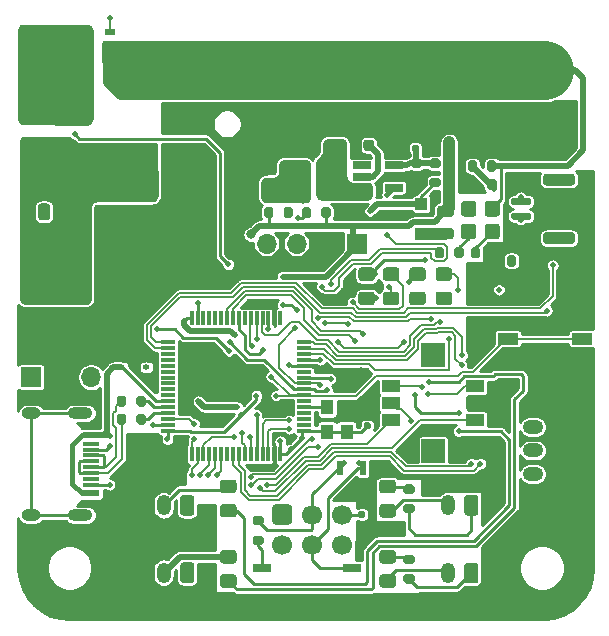
<source format=gbr>
G04 #@! TF.GenerationSoftware,KiCad,Pcbnew,5.1.9-73d0e3b20d~88~ubuntu20.04.1*
G04 #@! TF.CreationDate,2021-04-08T00:26:52+08:00*
G04 #@! TF.ProjectId,AbsoluteEncoderBoard,4162736f-6c75-4746-9545-6e636f646572,rev?*
G04 #@! TF.SameCoordinates,Original*
G04 #@! TF.FileFunction,Copper,L1,Top*
G04 #@! TF.FilePolarity,Positive*
%FSLAX46Y46*%
G04 Gerber Fmt 4.6, Leading zero omitted, Abs format (unit mm)*
G04 Created by KiCad (PCBNEW 5.1.9-73d0e3b20d~88~ubuntu20.04.1) date 2021-04-08 00:26:52*
%MOMM*%
%LPD*%
G01*
G04 APERTURE LIST*
G04 #@! TA.AperFunction,SMDPad,CuDef*
%ADD10R,1.600000X0.760000*%
G04 #@! TD*
G04 #@! TA.AperFunction,ComponentPad*
%ADD11C,4.000000*%
G04 #@! TD*
G04 #@! TA.AperFunction,ComponentPad*
%ADD12R,3.800000X3.800000*%
G04 #@! TD*
G04 #@! TA.AperFunction,ComponentPad*
%ADD13C,1.700000*%
G04 #@! TD*
G04 #@! TA.AperFunction,SMDPad,CuDef*
%ADD14R,0.600000X0.450000*%
G04 #@! TD*
G04 #@! TA.AperFunction,SMDPad,CuDef*
%ADD15R,1.000000X1.000000*%
G04 #@! TD*
G04 #@! TA.AperFunction,SMDPad,CuDef*
%ADD16R,1.560000X0.650000*%
G04 #@! TD*
G04 #@! TA.AperFunction,SMDPad,CuDef*
%ADD17R,1.800000X2.900000*%
G04 #@! TD*
G04 #@! TA.AperFunction,SMDPad,CuDef*
%ADD18R,2.300000X3.500000*%
G04 #@! TD*
G04 #@! TA.AperFunction,SMDPad,CuDef*
%ADD19R,1.100000X1.300000*%
G04 #@! TD*
G04 #@! TA.AperFunction,SMDPad,CuDef*
%ADD20R,0.300000X1.200000*%
G04 #@! TD*
G04 #@! TA.AperFunction,SMDPad,CuDef*
%ADD21R,1.200000X0.300000*%
G04 #@! TD*
G04 #@! TA.AperFunction,SMDPad,CuDef*
%ADD22R,1.500000X1.000000*%
G04 #@! TD*
G04 #@! TA.AperFunction,SMDPad,CuDef*
%ADD23R,2.000000X2.000000*%
G04 #@! TD*
G04 #@! TA.AperFunction,SMDPad,CuDef*
%ADD24R,1.700000X1.000000*%
G04 #@! TD*
G04 #@! TA.AperFunction,SMDPad,CuDef*
%ADD25R,4.550000X4.410000*%
G04 #@! TD*
G04 #@! TA.AperFunction,SMDPad,CuDef*
%ADD26R,0.850000X0.500000*%
G04 #@! TD*
G04 #@! TA.AperFunction,ComponentPad*
%ADD27O,1.200000X1.750000*%
G04 #@! TD*
G04 #@! TA.AperFunction,ComponentPad*
%ADD28O,1.700000X1.700000*%
G04 #@! TD*
G04 #@! TA.AperFunction,ComponentPad*
%ADD29R,1.700000X1.700000*%
G04 #@! TD*
G04 #@! TA.AperFunction,ComponentPad*
%ADD30C,3.700000*%
G04 #@! TD*
G04 #@! TA.AperFunction,SMDPad,CuDef*
%ADD31R,1.450000X0.600000*%
G04 #@! TD*
G04 #@! TA.AperFunction,SMDPad,CuDef*
%ADD32R,1.450000X0.300000*%
G04 #@! TD*
G04 #@! TA.AperFunction,ComponentPad*
%ADD33O,2.100000X1.000000*%
G04 #@! TD*
G04 #@! TA.AperFunction,ComponentPad*
%ADD34O,1.600000X1.000000*%
G04 #@! TD*
G04 #@! TA.AperFunction,ComponentPad*
%ADD35O,1.750000X1.200000*%
G04 #@! TD*
G04 #@! TA.AperFunction,SMDPad,CuDef*
%ADD36R,0.600000X1.300000*%
G04 #@! TD*
G04 #@! TA.AperFunction,ViaPad*
%ADD37C,0.800000*%
G04 #@! TD*
G04 #@! TA.AperFunction,ViaPad*
%ADD38C,0.508000*%
G04 #@! TD*
G04 #@! TA.AperFunction,Conductor*
%ADD39C,1.000000*%
G04 #@! TD*
G04 #@! TA.AperFunction,Conductor*
%ADD40C,0.500000*%
G04 #@! TD*
G04 #@! TA.AperFunction,Conductor*
%ADD41C,0.254000*%
G04 #@! TD*
G04 #@! TA.AperFunction,Conductor*
%ADD42C,0.250000*%
G04 #@! TD*
G04 #@! TA.AperFunction,Conductor*
%ADD43C,0.150000*%
G04 #@! TD*
G04 #@! TA.AperFunction,Conductor*
%ADD44C,0.400000*%
G04 #@! TD*
G04 #@! TA.AperFunction,Conductor*
%ADD45C,0.200000*%
G04 #@! TD*
G04 #@! TA.AperFunction,Conductor*
%ADD46C,5.000000*%
G04 #@! TD*
G04 #@! TA.AperFunction,Conductor*
%ADD47C,4.000000*%
G04 #@! TD*
G04 #@! TA.AperFunction,Conductor*
%ADD48C,0.100000*%
G04 #@! TD*
G04 APERTURE END LIST*
D10*
X146340000Y-90000000D03*
X153960000Y-90000000D03*
D11*
X169926000Y-47832000D03*
D12*
X169926000Y-52832000D03*
G04 #@! TA.AperFunction,ComponentPad*
G36*
G01*
X147415240Y-84624600D02*
X148615240Y-84624600D01*
G75*
G02*
X148865240Y-84874600I0J-250000D01*
G01*
X148865240Y-86074600D01*
G75*
G02*
X148615240Y-86324600I-250000J0D01*
G01*
X147415240Y-86324600D01*
G75*
G02*
X147165240Y-86074600I0J250000D01*
G01*
X147165240Y-84874600D01*
G75*
G02*
X147415240Y-84624600I250000J0D01*
G01*
G37*
G04 #@! TD.AperFunction*
D13*
X150555240Y-85474600D03*
X153095240Y-85474600D03*
X148015240Y-88014600D03*
X150555240Y-88014600D03*
X153095240Y-88014600D03*
D14*
X134400000Y-73000000D03*
X136500000Y-73000000D03*
G04 #@! TA.AperFunction,SMDPad,CuDef*
G36*
G01*
X155395000Y-77275000D02*
X155055000Y-77275000D01*
G75*
G02*
X154915000Y-77135000I0J140000D01*
G01*
X154915000Y-76855000D01*
G75*
G02*
X155055000Y-76715000I140000J0D01*
G01*
X155395000Y-76715000D01*
G75*
G02*
X155535000Y-76855000I0J-140000D01*
G01*
X155535000Y-77135000D01*
G75*
G02*
X155395000Y-77275000I-140000J0D01*
G01*
G37*
G04 #@! TD.AperFunction*
G04 #@! TA.AperFunction,SMDPad,CuDef*
G36*
G01*
X155395000Y-78235000D02*
X155055000Y-78235000D01*
G75*
G02*
X154915000Y-78095000I0J140000D01*
G01*
X154915000Y-77815000D01*
G75*
G02*
X155055000Y-77675000I140000J0D01*
G01*
X155395000Y-77675000D01*
G75*
G02*
X155535000Y-77815000I0J-140000D01*
G01*
X155535000Y-78095000D01*
G75*
G02*
X155395000Y-78235000I-140000J0D01*
G01*
G37*
G04 #@! TD.AperFunction*
G04 #@! TA.AperFunction,SMDPad,CuDef*
G36*
G01*
X159000000Y-54645000D02*
X159000000Y-54305000D01*
G75*
G02*
X159140000Y-54165000I140000J0D01*
G01*
X159420000Y-54165000D01*
G75*
G02*
X159560000Y-54305000I0J-140000D01*
G01*
X159560000Y-54645000D01*
G75*
G02*
X159420000Y-54785000I-140000J0D01*
G01*
X159140000Y-54785000D01*
G75*
G02*
X159000000Y-54645000I0J140000D01*
G01*
G37*
G04 #@! TD.AperFunction*
G04 #@! TA.AperFunction,SMDPad,CuDef*
G36*
G01*
X158040000Y-54645000D02*
X158040000Y-54305000D01*
G75*
G02*
X158180000Y-54165000I140000J0D01*
G01*
X158460000Y-54165000D01*
G75*
G02*
X158600000Y-54305000I0J-140000D01*
G01*
X158600000Y-54645000D01*
G75*
G02*
X158460000Y-54785000I-140000J0D01*
G01*
X158180000Y-54785000D01*
G75*
G02*
X158040000Y-54645000I0J140000D01*
G01*
G37*
G04 #@! TD.AperFunction*
G04 #@! TA.AperFunction,SMDPad,CuDef*
G36*
G01*
X154580000Y-86150000D02*
X154920000Y-86150000D01*
G75*
G02*
X155060000Y-86290000I0J-140000D01*
G01*
X155060000Y-86570000D01*
G75*
G02*
X154920000Y-86710000I-140000J0D01*
G01*
X154580000Y-86710000D01*
G75*
G02*
X154440000Y-86570000I0J140000D01*
G01*
X154440000Y-86290000D01*
G75*
G02*
X154580000Y-86150000I140000J0D01*
G01*
G37*
G04 #@! TD.AperFunction*
G04 #@! TA.AperFunction,SMDPad,CuDef*
G36*
G01*
X154580000Y-85190000D02*
X154920000Y-85190000D01*
G75*
G02*
X155060000Y-85330000I0J-140000D01*
G01*
X155060000Y-85610000D01*
G75*
G02*
X154920000Y-85750000I-140000J0D01*
G01*
X154580000Y-85750000D01*
G75*
G02*
X154440000Y-85610000I0J140000D01*
G01*
X154440000Y-85330000D01*
G75*
G02*
X154580000Y-85190000I140000J0D01*
G01*
G37*
G04 #@! TD.AperFunction*
D15*
X159800000Y-59200000D03*
X159800000Y-61700000D03*
X150000000Y-54350000D03*
X152500000Y-54350000D03*
G04 #@! TA.AperFunction,SMDPad,CuDef*
G36*
G01*
X172550000Y-57625000D02*
X170350000Y-57625000D01*
G75*
G02*
X170100000Y-57375000I0J250000D01*
G01*
X170100000Y-56875000D01*
G75*
G02*
X170350000Y-56625000I250000J0D01*
G01*
X172550000Y-56625000D01*
G75*
G02*
X172800000Y-56875000I0J-250000D01*
G01*
X172800000Y-57375000D01*
G75*
G02*
X172550000Y-57625000I-250000J0D01*
G01*
G37*
G04 #@! TD.AperFunction*
G04 #@! TA.AperFunction,SMDPad,CuDef*
G36*
G01*
X172550000Y-62575000D02*
X170350000Y-62575000D01*
G75*
G02*
X170100000Y-62325000I0J250000D01*
G01*
X170100000Y-61825000D01*
G75*
G02*
X170350000Y-61575000I250000J0D01*
G01*
X172550000Y-61575000D01*
G75*
G02*
X172800000Y-61825000I0J-250000D01*
G01*
X172800000Y-62325000D01*
G75*
G02*
X172550000Y-62575000I-250000J0D01*
G01*
G37*
G04 #@! TD.AperFunction*
G04 #@! TA.AperFunction,SMDPad,CuDef*
G36*
G01*
X168950000Y-59275000D02*
X167550000Y-59275000D01*
G75*
G02*
X167400000Y-59125000I0J150000D01*
G01*
X167400000Y-58825000D01*
G75*
G02*
X167550000Y-58675000I150000J0D01*
G01*
X168950000Y-58675000D01*
G75*
G02*
X169100000Y-58825000I0J-150000D01*
G01*
X169100000Y-59125000D01*
G75*
G02*
X168950000Y-59275000I-150000J0D01*
G01*
G37*
G04 #@! TD.AperFunction*
G04 #@! TA.AperFunction,SMDPad,CuDef*
G36*
G01*
X168950000Y-60525000D02*
X167550000Y-60525000D01*
G75*
G02*
X167400000Y-60375000I0J150000D01*
G01*
X167400000Y-60075000D01*
G75*
G02*
X167550000Y-59925000I150000J0D01*
G01*
X168950000Y-59925000D01*
G75*
G02*
X169100000Y-60075000I0J-150000D01*
G01*
X169100000Y-60375000D01*
G75*
G02*
X168950000Y-60525000I-150000J0D01*
G01*
G37*
G04 #@! TD.AperFunction*
G04 #@! TA.AperFunction,SMDPad,CuDef*
G36*
G01*
X164775000Y-63025000D02*
X164775000Y-63575000D01*
G75*
G02*
X164575000Y-63775000I-200000J0D01*
G01*
X164175000Y-63775000D01*
G75*
G02*
X163975000Y-63575000I0J200000D01*
G01*
X163975000Y-63025000D01*
G75*
G02*
X164175000Y-62825000I200000J0D01*
G01*
X164575000Y-62825000D01*
G75*
G02*
X164775000Y-63025000I0J-200000D01*
G01*
G37*
G04 #@! TD.AperFunction*
G04 #@! TA.AperFunction,SMDPad,CuDef*
G36*
G01*
X166425000Y-63025000D02*
X166425000Y-63575000D01*
G75*
G02*
X166225000Y-63775000I-200000J0D01*
G01*
X165825000Y-63775000D01*
G75*
G02*
X165625000Y-63575000I0J200000D01*
G01*
X165625000Y-63025000D01*
G75*
G02*
X165825000Y-62825000I200000J0D01*
G01*
X166225000Y-62825000D01*
G75*
G02*
X166425000Y-63025000I0J-200000D01*
G01*
G37*
G04 #@! TD.AperFunction*
G04 #@! TA.AperFunction,SMDPad,CuDef*
G36*
G01*
X166200001Y-60250000D02*
X165399999Y-60250000D01*
G75*
G02*
X165150000Y-60000001I0J249999D01*
G01*
X165150000Y-59174999D01*
G75*
G02*
X165399999Y-58925000I249999J0D01*
G01*
X166200001Y-58925000D01*
G75*
G02*
X166450000Y-59174999I0J-249999D01*
G01*
X166450000Y-60000001D01*
G75*
G02*
X166200001Y-60250000I-249999J0D01*
G01*
G37*
G04 #@! TD.AperFunction*
G04 #@! TA.AperFunction,SMDPad,CuDef*
G36*
G01*
X166200001Y-62175000D02*
X165399999Y-62175000D01*
G75*
G02*
X165150000Y-61925001I0J249999D01*
G01*
X165150000Y-61099999D01*
G75*
G02*
X165399999Y-60850000I249999J0D01*
G01*
X166200001Y-60850000D01*
G75*
G02*
X166450000Y-61099999I0J-249999D01*
G01*
X166450000Y-61925001D01*
G75*
G02*
X166200001Y-62175000I-249999J0D01*
G01*
G37*
G04 #@! TD.AperFunction*
G04 #@! TA.AperFunction,SMDPad,CuDef*
G36*
G01*
X162575000Y-63575000D02*
X162575000Y-63025000D01*
G75*
G02*
X162775000Y-62825000I200000J0D01*
G01*
X163175000Y-62825000D01*
G75*
G02*
X163375000Y-63025000I0J-200000D01*
G01*
X163375000Y-63575000D01*
G75*
G02*
X163175000Y-63775000I-200000J0D01*
G01*
X162775000Y-63775000D01*
G75*
G02*
X162575000Y-63575000I0J200000D01*
G01*
G37*
G04 #@! TD.AperFunction*
G04 #@! TA.AperFunction,SMDPad,CuDef*
G36*
G01*
X160925000Y-63575000D02*
X160925000Y-63025000D01*
G75*
G02*
X161125000Y-62825000I200000J0D01*
G01*
X161525000Y-62825000D01*
G75*
G02*
X161725000Y-63025000I0J-200000D01*
G01*
X161725000Y-63575000D01*
G75*
G02*
X161525000Y-63775000I-200000J0D01*
G01*
X161125000Y-63775000D01*
G75*
G02*
X160925000Y-63575000I0J200000D01*
G01*
G37*
G04 #@! TD.AperFunction*
G04 #@! TA.AperFunction,SMDPad,CuDef*
G36*
G01*
X164200001Y-60250000D02*
X163399999Y-60250000D01*
G75*
G02*
X163150000Y-60000001I0J249999D01*
G01*
X163150000Y-59174999D01*
G75*
G02*
X163399999Y-58925000I249999J0D01*
G01*
X164200001Y-58925000D01*
G75*
G02*
X164450000Y-59174999I0J-249999D01*
G01*
X164450000Y-60000001D01*
G75*
G02*
X164200001Y-60250000I-249999J0D01*
G01*
G37*
G04 #@! TD.AperFunction*
G04 #@! TA.AperFunction,SMDPad,CuDef*
G36*
G01*
X164200001Y-62175000D02*
X163399999Y-62175000D01*
G75*
G02*
X163150000Y-61925001I0J249999D01*
G01*
X163150000Y-61099999D01*
G75*
G02*
X163399999Y-60850000I249999J0D01*
G01*
X164200001Y-60850000D01*
G75*
G02*
X164450000Y-61099999I0J-249999D01*
G01*
X164450000Y-61925001D01*
G75*
G02*
X164200001Y-62175000I-249999J0D01*
G01*
G37*
G04 #@! TD.AperFunction*
G04 #@! TA.AperFunction,SMDPad,CuDef*
G36*
G01*
X133850000Y-67300000D02*
X133850000Y-65300000D01*
G75*
G02*
X134100000Y-65050000I250000J0D01*
G01*
X137600000Y-65050000D01*
G75*
G02*
X137850000Y-65300000I0J-250000D01*
G01*
X137850000Y-67300000D01*
G75*
G02*
X137600000Y-67550000I-250000J0D01*
G01*
X134100000Y-67550000D01*
G75*
G02*
X133850000Y-67300000I0J250000D01*
G01*
G37*
G04 #@! TD.AperFunction*
G04 #@! TA.AperFunction,SMDPad,CuDef*
G36*
G01*
X125850000Y-67300000D02*
X125850000Y-65300000D01*
G75*
G02*
X126100000Y-65050000I250000J0D01*
G01*
X129600000Y-65050000D01*
G75*
G02*
X129850000Y-65300000I0J-250000D01*
G01*
X129850000Y-67300000D01*
G75*
G02*
X129600000Y-67550000I-250000J0D01*
G01*
X126100000Y-67550000D01*
G75*
G02*
X125850000Y-67300000I0J250000D01*
G01*
G37*
G04 #@! TD.AperFunction*
D16*
X154765840Y-56865480D03*
X154765840Y-57815480D03*
X154765840Y-55915480D03*
X157465840Y-55915480D03*
X157465840Y-56865480D03*
X157465840Y-57815480D03*
G04 #@! TA.AperFunction,SMDPad,CuDef*
G36*
G01*
X159649660Y-56130600D02*
X159099660Y-56130600D01*
G75*
G02*
X158899660Y-55930600I0J200000D01*
G01*
X158899660Y-55530600D01*
G75*
G02*
X159099660Y-55330600I200000J0D01*
G01*
X159649660Y-55330600D01*
G75*
G02*
X159849660Y-55530600I0J-200000D01*
G01*
X159849660Y-55930600D01*
G75*
G02*
X159649660Y-56130600I-200000J0D01*
G01*
G37*
G04 #@! TD.AperFunction*
G04 #@! TA.AperFunction,SMDPad,CuDef*
G36*
G01*
X159649660Y-57780600D02*
X159099660Y-57780600D01*
G75*
G02*
X158899660Y-57580600I0J200000D01*
G01*
X158899660Y-57180600D01*
G75*
G02*
X159099660Y-56980600I200000J0D01*
G01*
X159649660Y-56980600D01*
G75*
G02*
X159849660Y-57180600I0J-200000D01*
G01*
X159849660Y-57580600D01*
G75*
G02*
X159649660Y-57780600I-200000J0D01*
G01*
G37*
G04 #@! TD.AperFunction*
G04 #@! TA.AperFunction,SMDPad,CuDef*
G36*
G01*
X160675000Y-56975000D02*
X161225000Y-56975000D01*
G75*
G02*
X161425000Y-57175000I0J-200000D01*
G01*
X161425000Y-57575000D01*
G75*
G02*
X161225000Y-57775000I-200000J0D01*
G01*
X160675000Y-57775000D01*
G75*
G02*
X160475000Y-57575000I0J200000D01*
G01*
X160475000Y-57175000D01*
G75*
G02*
X160675000Y-56975000I200000J0D01*
G01*
G37*
G04 #@! TD.AperFunction*
G04 #@! TA.AperFunction,SMDPad,CuDef*
G36*
G01*
X160675000Y-55325000D02*
X161225000Y-55325000D01*
G75*
G02*
X161425000Y-55525000I0J-200000D01*
G01*
X161425000Y-55925000D01*
G75*
G02*
X161225000Y-56125000I-200000J0D01*
G01*
X160675000Y-56125000D01*
G75*
G02*
X160475000Y-55925000I0J200000D01*
G01*
X160475000Y-55525000D01*
G75*
G02*
X160675000Y-55325000I200000J0D01*
G01*
G37*
G04 #@! TD.AperFunction*
G04 #@! TA.AperFunction,SMDPad,CuDef*
G36*
G01*
X165365800Y-57819600D02*
X165365800Y-57269600D01*
G75*
G02*
X165565800Y-57069600I200000J0D01*
G01*
X165965800Y-57069600D01*
G75*
G02*
X166165800Y-57269600I0J-200000D01*
G01*
X166165800Y-57819600D01*
G75*
G02*
X165965800Y-58019600I-200000J0D01*
G01*
X165565800Y-58019600D01*
G75*
G02*
X165365800Y-57819600I0J200000D01*
G01*
G37*
G04 #@! TD.AperFunction*
G04 #@! TA.AperFunction,SMDPad,CuDef*
G36*
G01*
X163715800Y-57819600D02*
X163715800Y-57269600D01*
G75*
G02*
X163915800Y-57069600I200000J0D01*
G01*
X164315800Y-57069600D01*
G75*
G02*
X164515800Y-57269600I0J-200000D01*
G01*
X164515800Y-57819600D01*
G75*
G02*
X164315800Y-58019600I-200000J0D01*
G01*
X163915800Y-58019600D01*
G75*
G02*
X163715800Y-57819600I0J200000D01*
G01*
G37*
G04 #@! TD.AperFunction*
G04 #@! TA.AperFunction,SMDPad,CuDef*
G36*
G01*
X165365800Y-56244800D02*
X165365800Y-55694800D01*
G75*
G02*
X165565800Y-55494800I200000J0D01*
G01*
X165965800Y-55494800D01*
G75*
G02*
X166165800Y-55694800I0J-200000D01*
G01*
X166165800Y-56244800D01*
G75*
G02*
X165965800Y-56444800I-200000J0D01*
G01*
X165565800Y-56444800D01*
G75*
G02*
X165365800Y-56244800I0J200000D01*
G01*
G37*
G04 #@! TD.AperFunction*
G04 #@! TA.AperFunction,SMDPad,CuDef*
G36*
G01*
X163715800Y-56244800D02*
X163715800Y-55694800D01*
G75*
G02*
X163915800Y-55494800I200000J0D01*
G01*
X164315800Y-55494800D01*
G75*
G02*
X164515800Y-55694800I0J-200000D01*
G01*
X164515800Y-56244800D01*
G75*
G02*
X164315800Y-56444800I-200000J0D01*
G01*
X163915800Y-56444800D01*
G75*
G02*
X163715800Y-56244800I0J200000D01*
G01*
G37*
G04 #@! TD.AperFunction*
D17*
X148904700Y-57239860D03*
X152104700Y-57239860D03*
D18*
X164000000Y-52900000D03*
X164000000Y-47500000D03*
G04 #@! TA.AperFunction,SMDPad,CuDef*
G36*
G01*
X146703780Y-57247360D02*
X147203780Y-57247360D01*
G75*
G02*
X147428780Y-57472360I0J-225000D01*
G01*
X147428780Y-57922360D01*
G75*
G02*
X147203780Y-58147360I-225000J0D01*
G01*
X146703780Y-58147360D01*
G75*
G02*
X146478780Y-57922360I0J225000D01*
G01*
X146478780Y-57472360D01*
G75*
G02*
X146703780Y-57247360I225000J0D01*
G01*
G37*
G04 #@! TD.AperFunction*
G04 #@! TA.AperFunction,SMDPad,CuDef*
G36*
G01*
X146703780Y-55697360D02*
X147203780Y-55697360D01*
G75*
G02*
X147428780Y-55922360I0J-225000D01*
G01*
X147428780Y-56372360D01*
G75*
G02*
X147203780Y-56597360I-225000J0D01*
G01*
X146703780Y-56597360D01*
G75*
G02*
X146478780Y-56372360I0J225000D01*
G01*
X146478780Y-55922360D01*
G75*
G02*
X146703780Y-55697360I225000J0D01*
G01*
G37*
G04 #@! TD.AperFunction*
G04 #@! TA.AperFunction,SMDPad,CuDef*
G36*
G01*
X156440840Y-54456100D02*
X156440840Y-53956100D01*
G75*
G02*
X156665840Y-53731100I225000J0D01*
G01*
X157115840Y-53731100D01*
G75*
G02*
X157340840Y-53956100I0J-225000D01*
G01*
X157340840Y-54456100D01*
G75*
G02*
X157115840Y-54681100I-225000J0D01*
G01*
X156665840Y-54681100D01*
G75*
G02*
X156440840Y-54456100I0J225000D01*
G01*
G37*
G04 #@! TD.AperFunction*
G04 #@! TA.AperFunction,SMDPad,CuDef*
G36*
G01*
X154890840Y-54456100D02*
X154890840Y-53956100D01*
G75*
G02*
X155115840Y-53731100I225000J0D01*
G01*
X155565840Y-53731100D01*
G75*
G02*
X155790840Y-53956100I0J-225000D01*
G01*
X155790840Y-54456100D01*
G75*
G02*
X155565840Y-54681100I-225000J0D01*
G01*
X155115840Y-54681100D01*
G75*
G02*
X154890840Y-54456100I0J225000D01*
G01*
G37*
G04 #@! TD.AperFunction*
G04 #@! TA.AperFunction,SMDPad,CuDef*
G36*
G01*
X158699999Y-51900000D02*
X160900001Y-51900000D01*
G75*
G02*
X161150000Y-52149999I0J-249999D01*
G01*
X161150000Y-52800001D01*
G75*
G02*
X160900001Y-53050000I-249999J0D01*
G01*
X158699999Y-53050000D01*
G75*
G02*
X158450000Y-52800001I0J249999D01*
G01*
X158450000Y-52149999D01*
G75*
G02*
X158699999Y-51900000I249999J0D01*
G01*
G37*
G04 #@! TD.AperFunction*
G04 #@! TA.AperFunction,SMDPad,CuDef*
G36*
G01*
X158699999Y-48950000D02*
X160900001Y-48950000D01*
G75*
G02*
X161150000Y-49199999I0J-249999D01*
G01*
X161150000Y-49850001D01*
G75*
G02*
X160900001Y-50100000I-249999J0D01*
G01*
X158699999Y-50100000D01*
G75*
G02*
X158450000Y-49850001I0J249999D01*
G01*
X158450000Y-49199999D01*
G75*
G02*
X158699999Y-48950000I249999J0D01*
G01*
G37*
G04 #@! TD.AperFunction*
G04 #@! TA.AperFunction,SMDPad,CuDef*
G36*
G01*
X154812499Y-51900000D02*
X157012501Y-51900000D01*
G75*
G02*
X157262500Y-52149999I0J-249999D01*
G01*
X157262500Y-52800001D01*
G75*
G02*
X157012501Y-53050000I-249999J0D01*
G01*
X154812499Y-53050000D01*
G75*
G02*
X154562500Y-52800001I0J249999D01*
G01*
X154562500Y-52149999D01*
G75*
G02*
X154812499Y-51900000I249999J0D01*
G01*
G37*
G04 #@! TD.AperFunction*
G04 #@! TA.AperFunction,SMDPad,CuDef*
G36*
G01*
X154812499Y-48950000D02*
X157012501Y-48950000D01*
G75*
G02*
X157262500Y-49199999I0J-249999D01*
G01*
X157262500Y-49850001D01*
G75*
G02*
X157012501Y-50100000I-249999J0D01*
G01*
X154812499Y-50100000D01*
G75*
G02*
X154562500Y-49850001I0J249999D01*
G01*
X154562500Y-49199999D01*
G75*
G02*
X154812499Y-48950000I249999J0D01*
G01*
G37*
G04 #@! TD.AperFunction*
G04 #@! TA.AperFunction,SMDPad,CuDef*
G36*
G01*
X150924999Y-51900000D02*
X153125001Y-51900000D01*
G75*
G02*
X153375000Y-52149999I0J-249999D01*
G01*
X153375000Y-52800001D01*
G75*
G02*
X153125001Y-53050000I-249999J0D01*
G01*
X150924999Y-53050000D01*
G75*
G02*
X150675000Y-52800001I0J249999D01*
G01*
X150675000Y-52149999D01*
G75*
G02*
X150924999Y-51900000I249999J0D01*
G01*
G37*
G04 #@! TD.AperFunction*
G04 #@! TA.AperFunction,SMDPad,CuDef*
G36*
G01*
X150924999Y-48950000D02*
X153125001Y-48950000D01*
G75*
G02*
X153375000Y-49199999I0J-249999D01*
G01*
X153375000Y-49850001D01*
G75*
G02*
X153125001Y-50100000I-249999J0D01*
G01*
X150924999Y-50100000D01*
G75*
G02*
X150675000Y-49850001I0J249999D01*
G01*
X150675000Y-49199999D01*
G75*
G02*
X150924999Y-48950000I249999J0D01*
G01*
G37*
G04 #@! TD.AperFunction*
D19*
X151825000Y-78475000D03*
X151825000Y-76375000D03*
X153475000Y-76375000D03*
X153475000Y-78475000D03*
D20*
X147850000Y-80375000D03*
X147350000Y-80375000D03*
X146850000Y-80375000D03*
X146350000Y-80375000D03*
X145850000Y-80375000D03*
X145350000Y-80375000D03*
X144850000Y-80375000D03*
X144350000Y-80375000D03*
X143850000Y-80375000D03*
X143350000Y-80375000D03*
X142850000Y-80375000D03*
X142350000Y-80375000D03*
X141850000Y-80375000D03*
X141350000Y-80375000D03*
X140850000Y-80375000D03*
X140350000Y-80375000D03*
D21*
X138350000Y-78375000D03*
X138350000Y-77875000D03*
X138350000Y-77375000D03*
X138350000Y-76875000D03*
X138350000Y-76375000D03*
X138350000Y-75875000D03*
X138350000Y-75375000D03*
X138350000Y-74875000D03*
X138350000Y-74375000D03*
X138350000Y-73875000D03*
X138350000Y-73375000D03*
X138350000Y-72875000D03*
X138350000Y-72375000D03*
X138350000Y-71875000D03*
X138350000Y-71375000D03*
X138350000Y-70875000D03*
D20*
X140350000Y-68875000D03*
X140850000Y-68875000D03*
X141350000Y-68875000D03*
X141850000Y-68875000D03*
X142350000Y-68875000D03*
X142850000Y-68875000D03*
X143350000Y-68875000D03*
X143850000Y-68875000D03*
X144350000Y-68875000D03*
X144850000Y-68875000D03*
X145350000Y-68875000D03*
X145850000Y-68875000D03*
X146350000Y-68875000D03*
X146850000Y-68875000D03*
X147350000Y-68875000D03*
D21*
X149850000Y-70875000D03*
X149850000Y-71375000D03*
X149850000Y-71875000D03*
X149850000Y-72375000D03*
X149850000Y-72875000D03*
X149850000Y-73375000D03*
X149850000Y-73875000D03*
X149850000Y-74375000D03*
X149850000Y-74875000D03*
X149850000Y-75375000D03*
X149850000Y-75875000D03*
X149850000Y-76375000D03*
X149850000Y-76875000D03*
X149850000Y-77375000D03*
X149850000Y-77875000D03*
X149850000Y-78375000D03*
D20*
X147850000Y-68875000D03*
D22*
X164375000Y-74625000D03*
X164375000Y-77475000D03*
X157225000Y-77475000D03*
X157225000Y-74625000D03*
X164375000Y-76050000D03*
X157225000Y-76050000D03*
D23*
X160800000Y-80100000D03*
X160800000Y-72000000D03*
D24*
X167110000Y-70590000D03*
X173410000Y-70590000D03*
X167110000Y-74390000D03*
X173410000Y-74390000D03*
G04 #@! TA.AperFunction,SMDPad,CuDef*
G36*
G01*
X159025000Y-89677500D02*
X158475000Y-89677500D01*
G75*
G02*
X158275000Y-89477500I0J200000D01*
G01*
X158275000Y-89077500D01*
G75*
G02*
X158475000Y-88877500I200000J0D01*
G01*
X159025000Y-88877500D01*
G75*
G02*
X159225000Y-89077500I0J-200000D01*
G01*
X159225000Y-89477500D01*
G75*
G02*
X159025000Y-89677500I-200000J0D01*
G01*
G37*
G04 #@! TD.AperFunction*
G04 #@! TA.AperFunction,SMDPad,CuDef*
G36*
G01*
X159025000Y-91327500D02*
X158475000Y-91327500D01*
G75*
G02*
X158275000Y-91127500I0J200000D01*
G01*
X158275000Y-90727500D01*
G75*
G02*
X158475000Y-90527500I200000J0D01*
G01*
X159025000Y-90527500D01*
G75*
G02*
X159225000Y-90727500I0J-200000D01*
G01*
X159225000Y-91127500D01*
G75*
G02*
X159025000Y-91327500I-200000J0D01*
G01*
G37*
G04 #@! TD.AperFunction*
G04 #@! TA.AperFunction,SMDPad,CuDef*
G36*
G01*
X159025000Y-83725000D02*
X158475000Y-83725000D01*
G75*
G02*
X158275000Y-83525000I0J200000D01*
G01*
X158275000Y-83125000D01*
G75*
G02*
X158475000Y-82925000I200000J0D01*
G01*
X159025000Y-82925000D01*
G75*
G02*
X159225000Y-83125000I0J-200000D01*
G01*
X159225000Y-83525000D01*
G75*
G02*
X159025000Y-83725000I-200000J0D01*
G01*
G37*
G04 #@! TD.AperFunction*
G04 #@! TA.AperFunction,SMDPad,CuDef*
G36*
G01*
X159025000Y-85375000D02*
X158475000Y-85375000D01*
G75*
G02*
X158275000Y-85175000I0J200000D01*
G01*
X158275000Y-84775000D01*
G75*
G02*
X158475000Y-84575000I200000J0D01*
G01*
X159025000Y-84575000D01*
G75*
G02*
X159225000Y-84775000I0J-200000D01*
G01*
X159225000Y-85175000D01*
G75*
G02*
X159025000Y-85375000I-200000J0D01*
G01*
G37*
G04 #@! TD.AperFunction*
G04 #@! TA.AperFunction,SMDPad,CuDef*
G36*
G01*
X148125000Y-60195000D02*
X148125000Y-59645000D01*
G75*
G02*
X148325000Y-59445000I200000J0D01*
G01*
X148725000Y-59445000D01*
G75*
G02*
X148925000Y-59645000I0J-200000D01*
G01*
X148925000Y-60195000D01*
G75*
G02*
X148725000Y-60395000I-200000J0D01*
G01*
X148325000Y-60395000D01*
G75*
G02*
X148125000Y-60195000I0J200000D01*
G01*
G37*
G04 #@! TD.AperFunction*
G04 #@! TA.AperFunction,SMDPad,CuDef*
G36*
G01*
X146475000Y-60195000D02*
X146475000Y-59645000D01*
G75*
G02*
X146675000Y-59445000I200000J0D01*
G01*
X147075000Y-59445000D01*
G75*
G02*
X147275000Y-59645000I0J-200000D01*
G01*
X147275000Y-60195000D01*
G75*
G02*
X147075000Y-60395000I-200000J0D01*
G01*
X146675000Y-60395000D01*
G75*
G02*
X146475000Y-60195000I0J200000D01*
G01*
G37*
G04 #@! TD.AperFunction*
G04 #@! TA.AperFunction,SMDPad,CuDef*
G36*
G01*
X150475000Y-59645000D02*
X150475000Y-60195000D01*
G75*
G02*
X150275000Y-60395000I-200000J0D01*
G01*
X149875000Y-60395000D01*
G75*
G02*
X149675000Y-60195000I0J200000D01*
G01*
X149675000Y-59645000D01*
G75*
G02*
X149875000Y-59445000I200000J0D01*
G01*
X150275000Y-59445000D01*
G75*
G02*
X150475000Y-59645000I0J-200000D01*
G01*
G37*
G04 #@! TD.AperFunction*
G04 #@! TA.AperFunction,SMDPad,CuDef*
G36*
G01*
X152125000Y-59645000D02*
X152125000Y-60195000D01*
G75*
G02*
X151925000Y-60395000I-200000J0D01*
G01*
X151525000Y-60395000D01*
G75*
G02*
X151325000Y-60195000I0J200000D01*
G01*
X151325000Y-59645000D01*
G75*
G02*
X151525000Y-59445000I200000J0D01*
G01*
X151925000Y-59445000D01*
G75*
G02*
X152125000Y-59645000I0J-200000D01*
G01*
G37*
G04 #@! TD.AperFunction*
G04 #@! TA.AperFunction,SMDPad,CuDef*
G36*
G01*
X134825000Y-77125000D02*
X134825000Y-77675000D01*
G75*
G02*
X134625000Y-77875000I-200000J0D01*
G01*
X134225000Y-77875000D01*
G75*
G02*
X134025000Y-77675000I0J200000D01*
G01*
X134025000Y-77125000D01*
G75*
G02*
X134225000Y-76925000I200000J0D01*
G01*
X134625000Y-76925000D01*
G75*
G02*
X134825000Y-77125000I0J-200000D01*
G01*
G37*
G04 #@! TD.AperFunction*
G04 #@! TA.AperFunction,SMDPad,CuDef*
G36*
G01*
X136475000Y-77125000D02*
X136475000Y-77675000D01*
G75*
G02*
X136275000Y-77875000I-200000J0D01*
G01*
X135875000Y-77875000D01*
G75*
G02*
X135675000Y-77675000I0J200000D01*
G01*
X135675000Y-77125000D01*
G75*
G02*
X135875000Y-76925000I200000J0D01*
G01*
X136275000Y-76925000D01*
G75*
G02*
X136475000Y-77125000I0J-200000D01*
G01*
G37*
G04 #@! TD.AperFunction*
G04 #@! TA.AperFunction,SMDPad,CuDef*
G36*
G01*
X134825000Y-75600000D02*
X134825000Y-76150000D01*
G75*
G02*
X134625000Y-76350000I-200000J0D01*
G01*
X134225000Y-76350000D01*
G75*
G02*
X134025000Y-76150000I0J200000D01*
G01*
X134025000Y-75600000D01*
G75*
G02*
X134225000Y-75400000I200000J0D01*
G01*
X134625000Y-75400000D01*
G75*
G02*
X134825000Y-75600000I0J-200000D01*
G01*
G37*
G04 #@! TD.AperFunction*
G04 #@! TA.AperFunction,SMDPad,CuDef*
G36*
G01*
X136475000Y-75600000D02*
X136475000Y-76150000D01*
G75*
G02*
X136275000Y-76350000I-200000J0D01*
G01*
X135875000Y-76350000D01*
G75*
G02*
X135675000Y-76150000I0J200000D01*
G01*
X135675000Y-75600000D01*
G75*
G02*
X135875000Y-75400000I200000J0D01*
G01*
X136275000Y-75400000D01*
G75*
G02*
X136475000Y-75600000I0J-200000D01*
G01*
G37*
G04 #@! TD.AperFunction*
G04 #@! TA.AperFunction,SMDPad,CuDef*
G36*
G01*
X167825000Y-63725000D02*
X167825000Y-64275000D01*
G75*
G02*
X167625000Y-64475000I-200000J0D01*
G01*
X167225000Y-64475000D01*
G75*
G02*
X167025000Y-64275000I0J200000D01*
G01*
X167025000Y-63725000D01*
G75*
G02*
X167225000Y-63525000I200000J0D01*
G01*
X167625000Y-63525000D01*
G75*
G02*
X167825000Y-63725000I0J-200000D01*
G01*
G37*
G04 #@! TD.AperFunction*
G04 #@! TA.AperFunction,SMDPad,CuDef*
G36*
G01*
X169475000Y-63725000D02*
X169475000Y-64275000D01*
G75*
G02*
X169275000Y-64475000I-200000J0D01*
G01*
X168875000Y-64475000D01*
G75*
G02*
X168675000Y-64275000I0J200000D01*
G01*
X168675000Y-63725000D01*
G75*
G02*
X168875000Y-63525000I200000J0D01*
G01*
X169275000Y-63525000D01*
G75*
G02*
X169475000Y-63725000I0J-200000D01*
G01*
G37*
G04 #@! TD.AperFunction*
G04 #@! TA.AperFunction,SMDPad,CuDef*
G36*
G01*
X145700000Y-87250000D02*
X146250000Y-87250000D01*
G75*
G02*
X146450000Y-87450000I0J-200000D01*
G01*
X146450000Y-87850000D01*
G75*
G02*
X146250000Y-88050000I-200000J0D01*
G01*
X145700000Y-88050000D01*
G75*
G02*
X145500000Y-87850000I0J200000D01*
G01*
X145500000Y-87450000D01*
G75*
G02*
X145700000Y-87250000I200000J0D01*
G01*
G37*
G04 #@! TD.AperFunction*
G04 #@! TA.AperFunction,SMDPad,CuDef*
G36*
G01*
X145700000Y-85600000D02*
X146250000Y-85600000D01*
G75*
G02*
X146450000Y-85800000I0J-200000D01*
G01*
X146450000Y-86200000D01*
G75*
G02*
X146250000Y-86400000I-200000J0D01*
G01*
X145700000Y-86400000D01*
G75*
G02*
X145500000Y-86200000I0J200000D01*
G01*
X145500000Y-85800000D01*
G75*
G02*
X145700000Y-85600000I200000J0D01*
G01*
G37*
G04 #@! TD.AperFunction*
G04 #@! TA.AperFunction,SMDPad,CuDef*
G36*
G01*
X130279201Y-51142400D02*
X127429199Y-51142400D01*
G75*
G02*
X127179200Y-50892401I0J249999D01*
G01*
X127179200Y-50167399D01*
G75*
G02*
X127429199Y-49917400I249999J0D01*
G01*
X130279201Y-49917400D01*
G75*
G02*
X130529200Y-50167399I0J-249999D01*
G01*
X130529200Y-50892401D01*
G75*
G02*
X130279201Y-51142400I-249999J0D01*
G01*
G37*
G04 #@! TD.AperFunction*
G04 #@! TA.AperFunction,SMDPad,CuDef*
G36*
G01*
X130279201Y-57067400D02*
X127429199Y-57067400D01*
G75*
G02*
X127179200Y-56817401I0J249999D01*
G01*
X127179200Y-56092399D01*
G75*
G02*
X127429199Y-55842400I249999J0D01*
G01*
X130279201Y-55842400D01*
G75*
G02*
X130529200Y-56092399I0J-249999D01*
G01*
X130529200Y-56817401D01*
G75*
G02*
X130279201Y-57067400I-249999J0D01*
G01*
G37*
G04 #@! TD.AperFunction*
D25*
X129450000Y-46500000D03*
D26*
X133400000Y-44595000D03*
X133400000Y-45865000D03*
X133400000Y-47135000D03*
X133400000Y-48405000D03*
D27*
X162025000Y-90437400D03*
G04 #@! TA.AperFunction,ComponentPad*
G36*
G01*
X164625000Y-89812399D02*
X164625000Y-91062401D01*
G75*
G02*
X164375001Y-91312400I-249999J0D01*
G01*
X163674999Y-91312400D01*
G75*
G02*
X163425000Y-91062401I0J249999D01*
G01*
X163425000Y-89812399D01*
G75*
G02*
X163674999Y-89562400I249999J0D01*
G01*
X164375001Y-89562400D01*
G75*
G02*
X164625000Y-89812399I0J-249999D01*
G01*
G37*
G04 #@! TD.AperFunction*
X162025000Y-84700000D03*
G04 #@! TA.AperFunction,ComponentPad*
G36*
G01*
X164625000Y-84074999D02*
X164625000Y-85325001D01*
G75*
G02*
X164375001Y-85575000I-249999J0D01*
G01*
X163674999Y-85575000D01*
G75*
G02*
X163425000Y-85325001I0J249999D01*
G01*
X163425000Y-84074999D01*
G75*
G02*
X163674999Y-83825000I249999J0D01*
G01*
X164375001Y-83825000D01*
G75*
G02*
X164625000Y-84074999I0J-249999D01*
G01*
G37*
G04 #@! TD.AperFunction*
X135975000Y-90400000D03*
X137975000Y-90400000D03*
G04 #@! TA.AperFunction,ComponentPad*
G36*
G01*
X140575000Y-89774999D02*
X140575000Y-91025001D01*
G75*
G02*
X140325001Y-91275000I-249999J0D01*
G01*
X139624999Y-91275000D01*
G75*
G02*
X139375000Y-91025001I0J249999D01*
G01*
X139375000Y-89774999D01*
G75*
G02*
X139624999Y-89525000I249999J0D01*
G01*
X140325001Y-89525000D01*
G75*
G02*
X140575000Y-89774999I0J-249999D01*
G01*
G37*
G04 #@! TD.AperFunction*
X135975000Y-84700000D03*
X137975000Y-84700000D03*
G04 #@! TA.AperFunction,ComponentPad*
G36*
G01*
X140575000Y-84074999D02*
X140575000Y-85325001D01*
G75*
G02*
X140325001Y-85575000I-249999J0D01*
G01*
X139624999Y-85575000D01*
G75*
G02*
X139375000Y-85325001I0J249999D01*
G01*
X139375000Y-84074999D01*
G75*
G02*
X139624999Y-83825000I249999J0D01*
G01*
X140325001Y-83825000D01*
G75*
G02*
X140575000Y-84074999I0J-249999D01*
G01*
G37*
G04 #@! TD.AperFunction*
D28*
X131840000Y-73850000D03*
X129300000Y-73850000D03*
D29*
X126760000Y-73850000D03*
D30*
X140574000Y-55880000D03*
G04 #@! TA.AperFunction,ComponentPad*
G36*
G01*
X136474000Y-57730000D02*
X133274000Y-57730000D01*
G75*
G02*
X133024000Y-57480000I0J250000D01*
G01*
X133024000Y-54280000D01*
G75*
G02*
X133274000Y-54030000I250000J0D01*
G01*
X136474000Y-54030000D01*
G75*
G02*
X136724000Y-54280000I0J-250000D01*
G01*
X136724000Y-57480000D01*
G75*
G02*
X136474000Y-57730000I-250000J0D01*
G01*
G37*
G04 #@! TD.AperFunction*
D31*
X131845000Y-84475000D03*
X131845000Y-83675000D03*
X131845000Y-78775000D03*
X131845000Y-77975000D03*
X131845000Y-77975000D03*
X131845000Y-78775000D03*
X131845000Y-83675000D03*
X131845000Y-84475000D03*
D32*
X131845000Y-79475000D03*
X131845000Y-79975000D03*
X131845000Y-80475000D03*
X131845000Y-81475000D03*
X131845000Y-81975000D03*
X131845000Y-82475000D03*
X131845000Y-82975000D03*
X131845000Y-80975000D03*
D33*
X130930000Y-85545000D03*
X130930000Y-76905000D03*
D34*
X126750000Y-76905000D03*
X126750000Y-85545000D03*
D35*
X169250000Y-78050000D03*
X169250000Y-80050000D03*
X169250000Y-82050000D03*
G04 #@! TA.AperFunction,ComponentPad*
G36*
G01*
X169875001Y-84650000D02*
X168624999Y-84650000D01*
G75*
G02*
X168375000Y-84400001I0J249999D01*
G01*
X168375000Y-83699999D01*
G75*
G02*
X168624999Y-83450000I249999J0D01*
G01*
X169875001Y-83450000D01*
G75*
G02*
X170125000Y-83699999I0J-249999D01*
G01*
X170125000Y-84400001D01*
G75*
G02*
X169875001Y-84650000I-249999J0D01*
G01*
G37*
G04 #@! TD.AperFunction*
D28*
X146690000Y-62530000D03*
X149230000Y-62530000D03*
X151770000Y-62530000D03*
D29*
X154310000Y-62530000D03*
G04 #@! TA.AperFunction,SMDPad,CuDef*
G36*
G01*
X161372050Y-61199140D02*
X162284550Y-61199140D01*
G75*
G02*
X162528300Y-61442890I0J-243750D01*
G01*
X162528300Y-61930390D01*
G75*
G02*
X162284550Y-62174140I-243750J0D01*
G01*
X161372050Y-62174140D01*
G75*
G02*
X161128300Y-61930390I0J243750D01*
G01*
X161128300Y-61442890D01*
G75*
G02*
X161372050Y-61199140I243750J0D01*
G01*
G37*
G04 #@! TD.AperFunction*
G04 #@! TA.AperFunction,SMDPad,CuDef*
G36*
G01*
X161372050Y-59324140D02*
X162284550Y-59324140D01*
G75*
G02*
X162528300Y-59567890I0J-243750D01*
G01*
X162528300Y-60055390D01*
G75*
G02*
X162284550Y-60299140I-243750J0D01*
G01*
X161372050Y-60299140D01*
G75*
G02*
X161128300Y-60055390I0J243750D01*
G01*
X161128300Y-59567890D01*
G75*
G02*
X161372050Y-59324140I243750J0D01*
G01*
G37*
G04 #@! TD.AperFunction*
G04 #@! TA.AperFunction,SMDPad,CuDef*
G36*
G01*
X157390001Y-89630000D02*
X156489999Y-89630000D01*
G75*
G02*
X156240000Y-89380001I0J249999D01*
G01*
X156240000Y-88729999D01*
G75*
G02*
X156489999Y-88480000I249999J0D01*
G01*
X157390001Y-88480000D01*
G75*
G02*
X157640000Y-88729999I0J-249999D01*
G01*
X157640000Y-89380001D01*
G75*
G02*
X157390001Y-89630000I-249999J0D01*
G01*
G37*
G04 #@! TD.AperFunction*
G04 #@! TA.AperFunction,SMDPad,CuDef*
G36*
G01*
X157390001Y-91680000D02*
X156489999Y-91680000D01*
G75*
G02*
X156240000Y-91430001I0J249999D01*
G01*
X156240000Y-90779999D01*
G75*
G02*
X156489999Y-90530000I249999J0D01*
G01*
X157390001Y-90530000D01*
G75*
G02*
X157640000Y-90779999I0J-249999D01*
G01*
X157640000Y-91430001D01*
G75*
G02*
X157390001Y-91680000I-249999J0D01*
G01*
G37*
G04 #@! TD.AperFunction*
G04 #@! TA.AperFunction,SMDPad,CuDef*
G36*
G01*
X157390001Y-83677500D02*
X156489999Y-83677500D01*
G75*
G02*
X156240000Y-83427501I0J249999D01*
G01*
X156240000Y-82777499D01*
G75*
G02*
X156489999Y-82527500I249999J0D01*
G01*
X157390001Y-82527500D01*
G75*
G02*
X157640000Y-82777499I0J-249999D01*
G01*
X157640000Y-83427501D01*
G75*
G02*
X157390001Y-83677500I-249999J0D01*
G01*
G37*
G04 #@! TD.AperFunction*
G04 #@! TA.AperFunction,SMDPad,CuDef*
G36*
G01*
X157390001Y-85727500D02*
X156489999Y-85727500D01*
G75*
G02*
X156240000Y-85477501I0J249999D01*
G01*
X156240000Y-84827499D01*
G75*
G02*
X156489999Y-84577500I249999J0D01*
G01*
X157390001Y-84577500D01*
G75*
G02*
X157640000Y-84827499I0J-249999D01*
G01*
X157640000Y-85477501D01*
G75*
G02*
X157390001Y-85727500I-249999J0D01*
G01*
G37*
G04 #@! TD.AperFunction*
G04 #@! TA.AperFunction,SMDPad,CuDef*
G36*
G01*
X143900001Y-89630000D02*
X142999999Y-89630000D01*
G75*
G02*
X142750000Y-89380001I0J249999D01*
G01*
X142750000Y-88729999D01*
G75*
G02*
X142999999Y-88480000I249999J0D01*
G01*
X143900001Y-88480000D01*
G75*
G02*
X144150000Y-88729999I0J-249999D01*
G01*
X144150000Y-89380001D01*
G75*
G02*
X143900001Y-89630000I-249999J0D01*
G01*
G37*
G04 #@! TD.AperFunction*
G04 #@! TA.AperFunction,SMDPad,CuDef*
G36*
G01*
X143900001Y-91680000D02*
X142999999Y-91680000D01*
G75*
G02*
X142750000Y-91430001I0J249999D01*
G01*
X142750000Y-90779999D01*
G75*
G02*
X142999999Y-90530000I249999J0D01*
G01*
X143900001Y-90530000D01*
G75*
G02*
X144150000Y-90779999I0J-249999D01*
G01*
X144150000Y-91430001D01*
G75*
G02*
X143900001Y-91680000I-249999J0D01*
G01*
G37*
G04 #@! TD.AperFunction*
G04 #@! TA.AperFunction,SMDPad,CuDef*
G36*
G01*
X143900001Y-83675000D02*
X142999999Y-83675000D01*
G75*
G02*
X142750000Y-83425001I0J249999D01*
G01*
X142750000Y-82774999D01*
G75*
G02*
X142999999Y-82525000I249999J0D01*
G01*
X143900001Y-82525000D01*
G75*
G02*
X144150000Y-82774999I0J-249999D01*
G01*
X144150000Y-83425001D01*
G75*
G02*
X143900001Y-83675000I-249999J0D01*
G01*
G37*
G04 #@! TD.AperFunction*
G04 #@! TA.AperFunction,SMDPad,CuDef*
G36*
G01*
X143900001Y-85725000D02*
X142999999Y-85725000D01*
G75*
G02*
X142750000Y-85475001I0J249999D01*
G01*
X142750000Y-84824999D01*
G75*
G02*
X142999999Y-84575000I249999J0D01*
G01*
X143900001Y-84575000D01*
G75*
G02*
X144150000Y-84824999I0J-249999D01*
G01*
X144150000Y-85475001D01*
G75*
G02*
X143900001Y-85725000I-249999J0D01*
G01*
G37*
G04 #@! TD.AperFunction*
G04 #@! TA.AperFunction,SMDPad,CuDef*
G36*
G01*
X162150001Y-65700000D02*
X161249999Y-65700000D01*
G75*
G02*
X161000000Y-65450001I0J249999D01*
G01*
X161000000Y-64799999D01*
G75*
G02*
X161249999Y-64550000I249999J0D01*
G01*
X162150001Y-64550000D01*
G75*
G02*
X162400000Y-64799999I0J-249999D01*
G01*
X162400000Y-65450001D01*
G75*
G02*
X162150001Y-65700000I-249999J0D01*
G01*
G37*
G04 #@! TD.AperFunction*
G04 #@! TA.AperFunction,SMDPad,CuDef*
G36*
G01*
X162150001Y-67750000D02*
X161249999Y-67750000D01*
G75*
G02*
X161000000Y-67500001I0J249999D01*
G01*
X161000000Y-66849999D01*
G75*
G02*
X161249999Y-66600000I249999J0D01*
G01*
X162150001Y-66600000D01*
G75*
G02*
X162400000Y-66849999I0J-249999D01*
G01*
X162400000Y-67500001D01*
G75*
G02*
X162150001Y-67750000I-249999J0D01*
G01*
G37*
G04 #@! TD.AperFunction*
G04 #@! TA.AperFunction,SMDPad,CuDef*
G36*
G01*
X159916667Y-65700000D02*
X159016665Y-65700000D01*
G75*
G02*
X158766666Y-65450001I0J249999D01*
G01*
X158766666Y-64799999D01*
G75*
G02*
X159016665Y-64550000I249999J0D01*
G01*
X159916667Y-64550000D01*
G75*
G02*
X160166666Y-64799999I0J-249999D01*
G01*
X160166666Y-65450001D01*
G75*
G02*
X159916667Y-65700000I-249999J0D01*
G01*
G37*
G04 #@! TD.AperFunction*
G04 #@! TA.AperFunction,SMDPad,CuDef*
G36*
G01*
X159916667Y-67750000D02*
X159016665Y-67750000D01*
G75*
G02*
X158766666Y-67500001I0J249999D01*
G01*
X158766666Y-66849999D01*
G75*
G02*
X159016665Y-66600000I249999J0D01*
G01*
X159916667Y-66600000D01*
G75*
G02*
X160166666Y-66849999I0J-249999D01*
G01*
X160166666Y-67500001D01*
G75*
G02*
X159916667Y-67750000I-249999J0D01*
G01*
G37*
G04 #@! TD.AperFunction*
G04 #@! TA.AperFunction,SMDPad,CuDef*
G36*
G01*
X157683334Y-65700000D02*
X156783332Y-65700000D01*
G75*
G02*
X156533333Y-65450001I0J249999D01*
G01*
X156533333Y-64799999D01*
G75*
G02*
X156783332Y-64550000I249999J0D01*
G01*
X157683334Y-64550000D01*
G75*
G02*
X157933333Y-64799999I0J-249999D01*
G01*
X157933333Y-65450001D01*
G75*
G02*
X157683334Y-65700000I-249999J0D01*
G01*
G37*
G04 #@! TD.AperFunction*
G04 #@! TA.AperFunction,SMDPad,CuDef*
G36*
G01*
X157683334Y-67750000D02*
X156783332Y-67750000D01*
G75*
G02*
X156533333Y-67500001I0J249999D01*
G01*
X156533333Y-66849999D01*
G75*
G02*
X156783332Y-66600000I249999J0D01*
G01*
X157683334Y-66600000D01*
G75*
G02*
X157933333Y-66849999I0J-249999D01*
G01*
X157933333Y-67500001D01*
G75*
G02*
X157683334Y-67750000I-249999J0D01*
G01*
G37*
G04 #@! TD.AperFunction*
G04 #@! TA.AperFunction,SMDPad,CuDef*
G36*
G01*
X155610001Y-65700000D02*
X154709999Y-65700000D01*
G75*
G02*
X154460000Y-65450001I0J249999D01*
G01*
X154460000Y-64799999D01*
G75*
G02*
X154709999Y-64550000I249999J0D01*
G01*
X155610001Y-64550000D01*
G75*
G02*
X155860000Y-64799999I0J-249999D01*
G01*
X155860000Y-65450001D01*
G75*
G02*
X155610001Y-65700000I-249999J0D01*
G01*
G37*
G04 #@! TD.AperFunction*
G04 #@! TA.AperFunction,SMDPad,CuDef*
G36*
G01*
X155610001Y-67750000D02*
X154709999Y-67750000D01*
G75*
G02*
X154460000Y-67500001I0J249999D01*
G01*
X154460000Y-66849999D01*
G75*
G02*
X154709999Y-66600000I249999J0D01*
G01*
X155610001Y-66600000D01*
G75*
G02*
X155860000Y-66849999I0J-249999D01*
G01*
X155860000Y-67500001D01*
G75*
G02*
X155610001Y-67750000I-249999J0D01*
G01*
G37*
G04 #@! TD.AperFunction*
D36*
X154850000Y-81500000D03*
X152950000Y-81500000D03*
X153900000Y-83600000D03*
G04 #@! TA.AperFunction,SMDPad,CuDef*
G36*
G01*
X147037499Y-51900000D02*
X149237501Y-51900000D01*
G75*
G02*
X149487500Y-52149999I0J-249999D01*
G01*
X149487500Y-52800001D01*
G75*
G02*
X149237501Y-53050000I-249999J0D01*
G01*
X147037499Y-53050000D01*
G75*
G02*
X146787500Y-52800001I0J249999D01*
G01*
X146787500Y-52149999D01*
G75*
G02*
X147037499Y-51900000I249999J0D01*
G01*
G37*
G04 #@! TD.AperFunction*
G04 #@! TA.AperFunction,SMDPad,CuDef*
G36*
G01*
X147037499Y-48950000D02*
X149237501Y-48950000D01*
G75*
G02*
X149487500Y-49199999I0J-249999D01*
G01*
X149487500Y-49850001D01*
G75*
G02*
X149237501Y-50100000I-249999J0D01*
G01*
X147037499Y-50100000D01*
G75*
G02*
X146787500Y-49850001I0J249999D01*
G01*
X146787500Y-49199999D01*
G75*
G02*
X147037499Y-48950000I249999J0D01*
G01*
G37*
G04 #@! TD.AperFunction*
G04 #@! TA.AperFunction,SMDPad,CuDef*
G36*
G01*
X128350000Y-59375000D02*
X128350000Y-60325000D01*
G75*
G02*
X128100000Y-60575000I-250000J0D01*
G01*
X127600000Y-60575000D01*
G75*
G02*
X127350000Y-60325000I0J250000D01*
G01*
X127350000Y-59375000D01*
G75*
G02*
X127600000Y-59125000I250000J0D01*
G01*
X128100000Y-59125000D01*
G75*
G02*
X128350000Y-59375000I0J-250000D01*
G01*
G37*
G04 #@! TD.AperFunction*
G04 #@! TA.AperFunction,SMDPad,CuDef*
G36*
G01*
X130250000Y-59375000D02*
X130250000Y-60325000D01*
G75*
G02*
X130000000Y-60575000I-250000J0D01*
G01*
X129500000Y-60575000D01*
G75*
G02*
X129250000Y-60325000I0J250000D01*
G01*
X129250000Y-59375000D01*
G75*
G02*
X129500000Y-59125000I250000J0D01*
G01*
X130000000Y-59125000D01*
G75*
G02*
X130250000Y-59375000I0J-250000D01*
G01*
G37*
G04 #@! TD.AperFunction*
D37*
X162175000Y-53975000D03*
D38*
X149230000Y-68180000D03*
X136500000Y-73000000D03*
X142664020Y-76375000D03*
X144204032Y-76412261D03*
X140921562Y-75878438D03*
D37*
X145370000Y-61760000D03*
D38*
X148049998Y-67700000D03*
X148040000Y-65330959D03*
X137500000Y-67200000D03*
X146250000Y-73800000D03*
X154750000Y-86525000D03*
X148750000Y-79025000D03*
X148550000Y-75950000D03*
X144000000Y-65550000D03*
X164300000Y-72170000D03*
X139330000Y-79070000D03*
X165600000Y-79725000D03*
X151710000Y-67150000D03*
X147490000Y-76900000D03*
X137500000Y-66600000D03*
X134500000Y-65975000D03*
X137500000Y-65975000D03*
X164800000Y-67100000D03*
X164225000Y-67100000D03*
X170225000Y-59525000D03*
X157100000Y-55025000D03*
X157100000Y-54475000D03*
X159625000Y-56700000D03*
X138950000Y-51250000D03*
X127850000Y-59925000D03*
X127850000Y-59400000D03*
X167140000Y-74710000D03*
X171230000Y-75400000D03*
X153430000Y-76610000D03*
X154720000Y-73270000D03*
X153430000Y-76000000D03*
X158225000Y-54475000D03*
X157950000Y-56875000D03*
X164800000Y-52750000D03*
X163150000Y-52750000D03*
X163700000Y-52750000D03*
X164800000Y-52050000D03*
X164250000Y-52050000D03*
X164800000Y-51400000D03*
X164250000Y-51400000D03*
X163700000Y-51400000D03*
X160650000Y-52500000D03*
X159000000Y-52500000D03*
X160100000Y-52500000D03*
X159550000Y-52500000D03*
X156750000Y-52500000D03*
X155100000Y-52500000D03*
X156200000Y-52500000D03*
X155650000Y-52500000D03*
X148950000Y-52450000D03*
X147300000Y-52450000D03*
X148400000Y-52450000D03*
X147850000Y-52450000D03*
X152850000Y-52450000D03*
X152300000Y-52450000D03*
X151750000Y-52450000D03*
X151200000Y-52450000D03*
D37*
X146950000Y-54950000D03*
X146950000Y-56150000D03*
X159382280Y-57388720D03*
D38*
X163150000Y-53400000D03*
X163700000Y-53400000D03*
X164250000Y-53400000D03*
X152850000Y-74700000D03*
X153460000Y-74680000D03*
X155270000Y-75990000D03*
X155870000Y-76000000D03*
X155390000Y-75360000D03*
X170830000Y-73820000D03*
X171890000Y-77130000D03*
X136275000Y-61900000D03*
X136900000Y-61900000D03*
X132800000Y-64300000D03*
X132500000Y-63600000D03*
X132500000Y-62800000D03*
X132500000Y-62050000D03*
X132500000Y-61350000D03*
X132500000Y-60650000D03*
X126550000Y-68650000D03*
X127150000Y-68650000D03*
X127750000Y-68650000D03*
X128350000Y-68650000D03*
X126550000Y-69250000D03*
X127150000Y-69250000D03*
X127750000Y-69250000D03*
X128350000Y-69250000D03*
X126550000Y-69850000D03*
X127150000Y-69850000D03*
X127750000Y-69850000D03*
X128350000Y-69850000D03*
X126550000Y-70450000D03*
X127150000Y-70450000D03*
X127750000Y-70450000D03*
X128350000Y-70450000D03*
X126550000Y-71050000D03*
X127150000Y-71050000D03*
X127750000Y-71050000D03*
X128350000Y-71050000D03*
X129950000Y-68600000D03*
X130550000Y-68600000D03*
X131150000Y-68600000D03*
X131750000Y-68600000D03*
X132350000Y-68600000D03*
X132950000Y-68600000D03*
X133550000Y-68600000D03*
X134150000Y-68600000D03*
X129950000Y-69200000D03*
X130550000Y-69200000D03*
X131150000Y-69200000D03*
X131750000Y-69200000D03*
X132350000Y-69200000D03*
X132950000Y-69200000D03*
X133550000Y-69200000D03*
X134150000Y-69200000D03*
X129950000Y-69800000D03*
X130550000Y-69800000D03*
X131150000Y-69800000D03*
X131750000Y-69800000D03*
X132350000Y-69800000D03*
X132950000Y-69800000D03*
X133550000Y-69800000D03*
X134150000Y-69800000D03*
X129950000Y-70400000D03*
X130550000Y-70400000D03*
X131150000Y-70400000D03*
X131750000Y-70400000D03*
X132350000Y-70400000D03*
X132950000Y-70400000D03*
X133550000Y-70400000D03*
X134150000Y-70400000D03*
X139550000Y-51250000D03*
X140150000Y-51250000D03*
X140750000Y-51250000D03*
X138950000Y-51850000D03*
X139550000Y-51850000D03*
X140150000Y-51850000D03*
X140750000Y-51850000D03*
X138950000Y-52450000D03*
X139550000Y-52450000D03*
X140150000Y-52450000D03*
X140750000Y-52450000D03*
X138950000Y-53050000D03*
X139550000Y-53050000D03*
X140150000Y-53050000D03*
X140750000Y-53050000D03*
X138850000Y-58750000D03*
X139450000Y-58750000D03*
X140050000Y-58750000D03*
X140650000Y-58750000D03*
X141250000Y-58750000D03*
X141850000Y-58750000D03*
X138850000Y-59350000D03*
X139450000Y-59350000D03*
X140050000Y-59350000D03*
X140650000Y-59350000D03*
X141250000Y-59350000D03*
X141850000Y-59350000D03*
X138850000Y-59950000D03*
X139450000Y-59950000D03*
X140050000Y-59950000D03*
X140650000Y-59950000D03*
X141250000Y-59950000D03*
X141850000Y-59950000D03*
X138850000Y-60550000D03*
X139450000Y-60550000D03*
X140050000Y-60550000D03*
X140650000Y-60550000D03*
X141250000Y-60550000D03*
X141850000Y-60550000D03*
X145370000Y-64940000D03*
X145360000Y-64350000D03*
X151600000Y-63950000D03*
X156150000Y-57450000D03*
X158975000Y-58125000D03*
X157650000Y-54475000D03*
X157650000Y-55025000D03*
X158225000Y-55025000D03*
X160775000Y-58450000D03*
X156225000Y-60200000D03*
X157900000Y-60025000D03*
X154200000Y-54400000D03*
X154225000Y-54950000D03*
X167393999Y-52256001D03*
X167393999Y-52856001D03*
X167393999Y-53456001D03*
X167393999Y-54056001D03*
X167393999Y-54656001D03*
X172650000Y-50975000D03*
X172650000Y-51575000D03*
X172650000Y-52175000D03*
X172650000Y-52775000D03*
X172650000Y-53375000D03*
X172650000Y-53975000D03*
X173750000Y-56750000D03*
X167240000Y-61490000D03*
X169500000Y-59525000D03*
X171025000Y-59525000D03*
X169425000Y-57975000D03*
X167325000Y-57925000D03*
X166925000Y-59575000D03*
X173625000Y-62800000D03*
X169275000Y-66100000D03*
X168950000Y-66675000D03*
X169625000Y-66675000D03*
X135100000Y-65975000D03*
X135700000Y-65975000D03*
X136300000Y-65975000D03*
X136900000Y-65975000D03*
X134500000Y-66575000D03*
X135100000Y-66575000D03*
X135700000Y-66575000D03*
X136300000Y-66575000D03*
X136900000Y-66575000D03*
X134500000Y-67175000D03*
X135100000Y-67175000D03*
X135700000Y-67175000D03*
X136300000Y-67175000D03*
X136900000Y-67175000D03*
D37*
X140660000Y-71980000D03*
X140660000Y-72920000D03*
X140670000Y-73880000D03*
D38*
X146790000Y-76910000D03*
X144750000Y-73750000D03*
X153720000Y-65600000D03*
X153720000Y-66150000D03*
X156230000Y-66170000D03*
X141300000Y-85450000D03*
X142000000Y-85450000D03*
X141290000Y-86250000D03*
X142025000Y-86250000D03*
X141260000Y-87190000D03*
X142025000Y-87200000D03*
X141280000Y-88050000D03*
X142050000Y-88050000D03*
X145425000Y-81550000D03*
X146200000Y-81550000D03*
X147000000Y-81550000D03*
X154700000Y-87600000D03*
X155330000Y-87150000D03*
X155525000Y-86500000D03*
X155620000Y-84450000D03*
X157075000Y-81550000D03*
X145850000Y-67610000D03*
X146540000Y-67610000D03*
X147240000Y-67610000D03*
X145140000Y-67600000D03*
X147960000Y-63230000D03*
X152950000Y-61800000D03*
X152950000Y-60300000D03*
X163020000Y-79350000D03*
X163700000Y-79350000D03*
X163000000Y-80200000D03*
X163700000Y-80200000D03*
X164150000Y-83000000D03*
X164900000Y-83000000D03*
X165750000Y-84350000D03*
X166350000Y-84350000D03*
X165750000Y-85050000D03*
X166350000Y-82100000D03*
X160100000Y-83550000D03*
X142775000Y-77875000D03*
X142775000Y-77250000D03*
X139600000Y-76800000D03*
X135530000Y-79050000D03*
X136660000Y-79050000D03*
X139125000Y-80175000D03*
X144750000Y-74300000D03*
X144750000Y-74850000D03*
X151350000Y-73175000D03*
X146675000Y-74625000D03*
X153300000Y-73320000D03*
X137180000Y-74730000D03*
X135510000Y-72930000D03*
X133370000Y-85570000D03*
X133360000Y-84890000D03*
X126290000Y-75610000D03*
X126950000Y-75590000D03*
X130290000Y-74950000D03*
X130890000Y-74940000D03*
X158880000Y-80240000D03*
X160210000Y-78410000D03*
X173960000Y-64900000D03*
X170680000Y-69740000D03*
X166000000Y-69190000D03*
X164775000Y-69650000D03*
X166275000Y-75675000D03*
X168710000Y-76470000D03*
X170970000Y-84020000D03*
X171540000Y-84030000D03*
X171260000Y-83470000D03*
X166380000Y-87840000D03*
X167220000Y-86860000D03*
X157400000Y-86675000D03*
X167240000Y-62470000D03*
X167910000Y-62460000D03*
X168630000Y-62470000D03*
X169300000Y-62460000D03*
X170910000Y-61110000D03*
X168780000Y-71470000D03*
X169600000Y-71460000D03*
X171220000Y-86460000D03*
X171820000Y-86490000D03*
X155050000Y-93350000D03*
X141760000Y-90140000D03*
X140030000Y-92400000D03*
X135670000Y-87290000D03*
X136530000Y-87280000D03*
X137400000Y-87280000D03*
X135720000Y-81750000D03*
X136590000Y-81740000D03*
X137440000Y-81750000D03*
X134200000Y-84500000D03*
X137530000Y-61890000D03*
X147990000Y-61850000D03*
X144000000Y-64990000D03*
X146063806Y-54833806D03*
X145598807Y-55298807D03*
X145138806Y-55758806D03*
X144673806Y-56223806D03*
X143975024Y-56294976D03*
X146538806Y-54358806D03*
X146978806Y-53918806D03*
X147130000Y-53210000D03*
X150080000Y-52460000D03*
X153970000Y-52470000D03*
X157890000Y-52460000D03*
X161590000Y-52500000D03*
X160100000Y-82650000D03*
X163150000Y-82575000D03*
X148550000Y-72800000D03*
X135975000Y-80400000D03*
X136625000Y-80425000D03*
X137250000Y-80425000D03*
X155825000Y-81200000D03*
X156475000Y-81275000D03*
X138100000Y-87300000D03*
X173200000Y-76500000D03*
X168775000Y-72925000D03*
X168725000Y-75825000D03*
X138950000Y-65975000D03*
X164325000Y-66275000D03*
X164900000Y-66300000D03*
X173750000Y-57350000D03*
X135650000Y-88100000D03*
X136525000Y-88100000D03*
X137400000Y-88100000D03*
X138100000Y-88100000D03*
X163800000Y-59575000D03*
X139700005Y-69099995D03*
X149700000Y-79000022D03*
X144546417Y-77031981D03*
X138300000Y-79100000D03*
X148735054Y-79964968D03*
X158295968Y-70900000D03*
X145825000Y-75400000D03*
X146850003Y-69764179D03*
X151240000Y-72370000D03*
X152713014Y-70826986D03*
X155880000Y-65120000D03*
X147850000Y-79275002D03*
X160120980Y-63900019D03*
X143978985Y-70297099D03*
X154429440Y-56870560D03*
X155034520Y-56865480D03*
X163200000Y-72850000D03*
X163234166Y-71994464D03*
X162136391Y-70610283D03*
X143504010Y-71635137D03*
X146401362Y-71570601D03*
X152180968Y-65983055D03*
X137450000Y-69800000D03*
X148600000Y-77500000D03*
X170914577Y-64364577D03*
X170424067Y-68224067D03*
X148626362Y-78207521D03*
X133400000Y-43400000D03*
X151800386Y-74920989D03*
X143553684Y-70863138D03*
X143442811Y-64302811D03*
X130480000Y-53280000D03*
X140849991Y-67600000D03*
X137099997Y-77900003D03*
X147500000Y-75410000D03*
X147091222Y-73802896D03*
X154765834Y-55915474D03*
X151222443Y-74466978D03*
X156891610Y-61808022D03*
X151374805Y-66218342D03*
X149120000Y-69720000D03*
X151635782Y-69254041D03*
X153970000Y-67496000D03*
X145485404Y-71246959D03*
X153588947Y-69354532D03*
X145846935Y-70606226D03*
X151026876Y-68867508D03*
X160601732Y-68909021D03*
X158750933Y-65774067D03*
X161343146Y-69174990D03*
X162900000Y-66425000D03*
X133400000Y-78800000D03*
X148550000Y-59900000D03*
X145268990Y-78873409D03*
X149368733Y-60345990D03*
X144612953Y-78607145D03*
X140575000Y-79081010D03*
X140540626Y-77779435D03*
X133400000Y-79650000D03*
X133400000Y-82950000D03*
X145850000Y-77050000D03*
X166375000Y-66450000D03*
X168200000Y-60500000D03*
X168200000Y-58600000D03*
X154550000Y-81125000D03*
X153250000Y-81079041D03*
X126700000Y-51800000D03*
X131600000Y-51625000D03*
X164800000Y-81175000D03*
X164038433Y-81161567D03*
X154210000Y-70811941D03*
X154825000Y-70175000D03*
X150525000Y-79100000D03*
X159881109Y-74704472D03*
X140351877Y-82146059D03*
X145404021Y-82258419D03*
X160350000Y-75300000D03*
X143965934Y-78894630D03*
X141059770Y-82133117D03*
X146744858Y-82958022D03*
X141767713Y-82142964D03*
X146099880Y-83250055D03*
X158890648Y-77535865D03*
X142500000Y-82150000D03*
X151079010Y-79776268D03*
X145404021Y-82985892D03*
X155981010Y-67175000D03*
X157025000Y-66175000D03*
X165950515Y-57894010D03*
X152107525Y-73988371D03*
X155450000Y-59775000D03*
X149782906Y-58952405D03*
X159737990Y-67475738D03*
X161704010Y-67175000D03*
X126700000Y-53975000D03*
X131080000Y-56450000D03*
X156900000Y-58399994D03*
X155340840Y-58400450D03*
X167400000Y-64100000D03*
X162950000Y-78425000D03*
X159291989Y-75357328D03*
X162949996Y-76850000D03*
X160443990Y-74275000D03*
D39*
X162150000Y-59489940D02*
X162150000Y-53975000D01*
X161828300Y-59811640D02*
X162150000Y-59489940D01*
D40*
X144166771Y-76375000D02*
X144204032Y-76412261D01*
X142664020Y-76375000D02*
X144166771Y-76375000D01*
X141418124Y-76375000D02*
X140921562Y-75878438D01*
X142664020Y-76375000D02*
X141418124Y-76375000D01*
X159089955Y-60725010D02*
X158764954Y-61050011D01*
X160914930Y-60725010D02*
X159089955Y-60725010D01*
X161828300Y-59811640D02*
X160914930Y-60725010D01*
X158764954Y-61050011D02*
X154050011Y-61050011D01*
D41*
X146875000Y-60855000D02*
X146679989Y-61050011D01*
X146875000Y-59920000D02*
X146875000Y-60855000D01*
X151725000Y-60875000D02*
X151900011Y-61050011D01*
X151725000Y-59920000D02*
X151725000Y-60875000D01*
D40*
X154050011Y-61050011D02*
X151900011Y-61050011D01*
X146680000Y-61050000D02*
X146679989Y-61050011D01*
X151900000Y-61050000D02*
X146680000Y-61050000D01*
X151900011Y-61050011D02*
X151900000Y-61050000D01*
X146079989Y-61050011D02*
X145370000Y-61760000D01*
X146679989Y-61050011D02*
X146079989Y-61050011D01*
D41*
X149230000Y-68180000D02*
X148750000Y-67700000D01*
X148750000Y-67700000D02*
X148049998Y-67700000D01*
D40*
X151710963Y-65330959D02*
X148040000Y-65330959D01*
X154050011Y-61050011D02*
X154050011Y-62991911D01*
X154050011Y-62991911D02*
X151710963Y-65330959D01*
D41*
X148785000Y-72875000D02*
X148720000Y-72810000D01*
X149850000Y-72875000D02*
X148785000Y-72875000D01*
X151825000Y-78475000D02*
X153475000Y-78475000D01*
X163800000Y-59587500D02*
X163800000Y-59575000D01*
X140350000Y-68875000D02*
X139925000Y-68875000D01*
X139925000Y-68875000D02*
X139700005Y-69099995D01*
X151725000Y-78375000D02*
X149850000Y-78375000D01*
X151825000Y-78475000D02*
X151725000Y-78375000D01*
X149700000Y-78525000D02*
X149700000Y-79000022D01*
X149850000Y-78375000D02*
X149700000Y-78525000D01*
X138350000Y-78375000D02*
X138350000Y-79050000D01*
X138350000Y-79050000D02*
X138300000Y-79100000D01*
X154705000Y-78475000D02*
X155225000Y-77955000D01*
X153475000Y-78475000D02*
X154705000Y-78475000D01*
X145825000Y-75753398D02*
X144546417Y-77031981D01*
X145825000Y-75400000D02*
X145825000Y-75400000D01*
X145825000Y-75400000D02*
X145825000Y-75400000D01*
D42*
X149700000Y-79000022D02*
X148735054Y-79964968D01*
D41*
X148325022Y-80375000D02*
X148735054Y-79964968D01*
X147850000Y-80375000D02*
X148325022Y-80375000D01*
X160120980Y-63900019D02*
X159725000Y-63900019D01*
X145825000Y-75400000D02*
X145825000Y-75753398D01*
X146850000Y-69764176D02*
X146850003Y-69764179D01*
X146850000Y-68875000D02*
X146850000Y-69764176D01*
X149850000Y-72375000D02*
X151235000Y-72375000D01*
X151235000Y-72375000D02*
X151240000Y-72370000D01*
X155880000Y-64660790D02*
X155880000Y-65120000D01*
X159725000Y-63900019D02*
X156640771Y-63900019D01*
X156640771Y-63900019D02*
X155880000Y-64660790D01*
D43*
X155165000Y-65120000D02*
X155160000Y-65125000D01*
X155880000Y-65120000D02*
X155165000Y-65120000D01*
X153226983Y-71340955D02*
X152713014Y-70826986D01*
X158295968Y-70900000D02*
X157855013Y-71340955D01*
X157855013Y-71340955D02*
X153226983Y-71340955D01*
D41*
X147850000Y-80375000D02*
X147850000Y-79275002D01*
X143122397Y-78456001D02*
X144546417Y-77031981D01*
X140266001Y-78456001D02*
X143122397Y-78456001D01*
X140170000Y-78360000D02*
X140266001Y-78456001D01*
X138365000Y-78360000D02*
X140170000Y-78360000D01*
X138350000Y-78375000D02*
X138365000Y-78360000D01*
D40*
X140165801Y-69925001D02*
X143606887Y-69925001D01*
X139700005Y-69459205D02*
X140165801Y-69925001D01*
X139700005Y-69099995D02*
X139700005Y-69459205D01*
X143606887Y-69925001D02*
X143978985Y-70297099D01*
X154765840Y-56865480D02*
X155034520Y-56865480D01*
X156125000Y-54990260D02*
X155340840Y-54206100D01*
X156125000Y-56425000D02*
X156125000Y-54990260D01*
X155684520Y-56865480D02*
X156125000Y-56425000D01*
X155034520Y-56865480D02*
X155684520Y-56865480D01*
D41*
X164025000Y-86805000D02*
X164025000Y-84700000D01*
X163630000Y-87200000D02*
X164025000Y-86805000D01*
X159300000Y-87200000D02*
X163630000Y-87200000D01*
X158750000Y-86650000D02*
X159300000Y-87200000D01*
X158750000Y-84975000D02*
X158750000Y-86650000D01*
X162822990Y-91639410D02*
X164025000Y-90437400D01*
X159461910Y-91639410D02*
X162822990Y-91639410D01*
X158750000Y-90927500D02*
X159461910Y-91639410D01*
D43*
X161145613Y-70138042D02*
X161229644Y-70054011D01*
X159524999Y-71447906D02*
X159524999Y-70779999D01*
X158581917Y-72390988D02*
X159524999Y-71447906D01*
X149895988Y-71420988D02*
X151568904Y-71420990D01*
X149850000Y-71375000D02*
X149895988Y-71420988D01*
X151568904Y-71420990D02*
X152538902Y-72390988D01*
X152538902Y-72390988D02*
X158581917Y-72390988D01*
X160166956Y-70138043D02*
X161145613Y-70138042D01*
X159524999Y-70779999D02*
X160166956Y-70138043D01*
X162671001Y-70362411D02*
X162671001Y-72321001D01*
X161229644Y-70054011D02*
X162362601Y-70054011D01*
X162362601Y-70054011D02*
X162671001Y-70362411D01*
X162671001Y-72321001D02*
X163200000Y-72850000D01*
X149850000Y-70875000D02*
X150600000Y-70875000D01*
X159174988Y-71302927D02*
X159174988Y-70635020D01*
X150600000Y-70875000D02*
X150795979Y-71070979D01*
X158436939Y-72040976D02*
X159174988Y-71302927D01*
X163234166Y-70430586D02*
X163234166Y-71994464D01*
X150795979Y-71070979D02*
X151713884Y-71070980D01*
X161084665Y-69704000D02*
X162507581Y-69704001D01*
X151713884Y-71070980D02*
X152683880Y-72040976D01*
X152683880Y-72040976D02*
X158436939Y-72040976D01*
X159174988Y-70635020D02*
X160021975Y-69788033D01*
X160021975Y-69788033D02*
X161000633Y-69788032D01*
X161000633Y-69788032D02*
X161084665Y-69704000D01*
X162507581Y-69704001D02*
X163234166Y-70430586D01*
X162136391Y-73213607D02*
X162136391Y-70610283D01*
X162074997Y-73275001D02*
X162136391Y-73213607D01*
X155340999Y-72740999D02*
X155875001Y-73275001D01*
X151493922Y-71840998D02*
X152393923Y-72740999D01*
X149884002Y-71840998D02*
X151493922Y-71840998D01*
X161966098Y-70535768D02*
X162061876Y-70535768D01*
X162061876Y-70535768D02*
X162136391Y-70610283D01*
X152393923Y-72740999D02*
X155340999Y-72740999D01*
X155875001Y-73275001D02*
X162074997Y-73275001D01*
X149850000Y-71875000D02*
X149884002Y-71840998D01*
X161325000Y-63300000D02*
X161045998Y-63020998D01*
X161045998Y-63020998D02*
X156279001Y-63020999D01*
X156279001Y-63020999D02*
X155375021Y-63924979D01*
X155375021Y-63924979D02*
X153859419Y-63924979D01*
X152180968Y-65603430D02*
X152180968Y-65983055D01*
X153859419Y-63924979D02*
X152180968Y-65603430D01*
D41*
X144350000Y-68875000D02*
X144350000Y-69808232D01*
X145256344Y-71923730D02*
X146048233Y-71923730D01*
X144350000Y-69808232D02*
X144893550Y-70351782D01*
X144893550Y-70351782D02*
X144893550Y-71560936D01*
X144893550Y-71560936D02*
X145256344Y-71923730D01*
X146048233Y-71923730D02*
X146401362Y-71570601D01*
X139652012Y-70502012D02*
X138950000Y-69800000D01*
X142370885Y-70502012D02*
X139652012Y-70502012D01*
X138950000Y-69800000D02*
X137450000Y-69800000D01*
X143504010Y-71635137D02*
X142370885Y-70502012D01*
D43*
X146650000Y-77500000D02*
X148600000Y-77500000D01*
X146350000Y-77800000D02*
X146650000Y-77500000D01*
X146350000Y-80375000D02*
X146350000Y-77800000D01*
X136570990Y-69401098D02*
X139253088Y-66719000D01*
X138350000Y-71375000D02*
X137247088Y-71375000D01*
X170914577Y-66985423D02*
X170914577Y-64364577D01*
X158704990Y-68030000D02*
X169870000Y-68030000D01*
X154372531Y-68400001D02*
X158334989Y-68400001D01*
X158334989Y-68400001D02*
X158704990Y-68030000D01*
X143693923Y-66719000D02*
X144552957Y-65859969D01*
X151365010Y-68025010D02*
X153997542Y-68025012D01*
X153997542Y-68025012D02*
X154372531Y-68400001D01*
X139253088Y-66719000D02*
X143693923Y-66719000D01*
X136570989Y-70698901D02*
X136570990Y-69401098D01*
X137247088Y-71375000D02*
X136570989Y-70698901D01*
X169870000Y-68030000D02*
X170914577Y-66985423D01*
X144552957Y-65859969D02*
X149199970Y-65859970D01*
X149199970Y-65859970D02*
X151365010Y-68025010D01*
X170268123Y-68380011D02*
X170424067Y-68224067D01*
X158849969Y-68380011D02*
X170268123Y-68380011D01*
X158479969Y-68750011D02*
X158849969Y-68380011D01*
X154227552Y-68750012D02*
X158479969Y-68750011D01*
X151220031Y-68375021D02*
X153852562Y-68375022D01*
X149054990Y-66209980D02*
X151220031Y-68375021D01*
X144697936Y-66209980D02*
X149054990Y-66209980D01*
X143838902Y-67069011D02*
X144697936Y-66209980D01*
X153852562Y-68375022D02*
X154227552Y-68750012D01*
X136921000Y-70471000D02*
X136921000Y-69546078D01*
X139398067Y-67069011D02*
X143838902Y-67069011D01*
X138350000Y-70875000D02*
X137325000Y-70875000D01*
X137325000Y-70875000D02*
X136921000Y-70471000D01*
X136921000Y-69546078D02*
X139398067Y-67069011D01*
X146850000Y-78425000D02*
X147067479Y-78207521D01*
X146850000Y-80375000D02*
X146850000Y-78425000D01*
X147067479Y-78207521D02*
X148626362Y-78207521D01*
X133400000Y-43400000D02*
X133400000Y-44595000D01*
D41*
X149850000Y-74875000D02*
X150715493Y-74875000D01*
X150888481Y-75047988D02*
X151673387Y-75047988D01*
X150715493Y-74875000D02*
X150888481Y-75047988D01*
X151673387Y-75047988D02*
X151800386Y-74920989D01*
X143553684Y-70863138D02*
X145070546Y-72380000D01*
X145070546Y-72380000D02*
X146501000Y-72380000D01*
X146501000Y-72380000D02*
X148996000Y-74875000D01*
X148996000Y-74875000D02*
X149850000Y-74875000D01*
X130839976Y-53644000D02*
X130485976Y-53290000D01*
X142751001Y-63611001D02*
X142751001Y-54835039D01*
X141559962Y-53644000D02*
X130839976Y-53644000D01*
X143442811Y-64302811D02*
X142751001Y-63611001D01*
X142751001Y-54835039D02*
X141559962Y-53644000D01*
X140850000Y-68875000D02*
X140850000Y-67600009D01*
X138350000Y-77875000D02*
X137125000Y-77875000D01*
X137125000Y-77875000D02*
X137099997Y-77900003D01*
D43*
X166950000Y-70600000D02*
X173250000Y-70600000D01*
X164170998Y-73379002D02*
X166950000Y-70600000D01*
X154225001Y-75449999D02*
X155929002Y-73745998D01*
X149924999Y-75449999D02*
X154225001Y-75449999D01*
X149850000Y-75375000D02*
X149924999Y-75449999D01*
X163278922Y-73379002D02*
X164170998Y-73379002D01*
X162911926Y-73745998D02*
X163278922Y-73379002D01*
X155929002Y-73745998D02*
X162911926Y-73745998D01*
X149815000Y-75410000D02*
X149850000Y-75375000D01*
X147500000Y-75410000D02*
X149815000Y-75410000D01*
X148663326Y-75375000D02*
X147091222Y-73802896D01*
X149850000Y-75375000D02*
X148663326Y-75375000D01*
D40*
X158800360Y-55730600D02*
X159374660Y-55730600D01*
X158615480Y-55915480D02*
X158800360Y-55730600D01*
X157465840Y-55915480D02*
X158615480Y-55915480D01*
X159374660Y-54482160D02*
X159367500Y-54475000D01*
X159374660Y-55730600D02*
X159374660Y-54482160D01*
X160944400Y-55730600D02*
X160950000Y-55725000D01*
X159374660Y-55730600D02*
X160944400Y-55730600D01*
D43*
X154765840Y-55915480D02*
X154765834Y-55915474D01*
X149850000Y-74375000D02*
X151130465Y-74375000D01*
X151130465Y-74375000D02*
X151222443Y-74466978D01*
X161721756Y-64050010D02*
X160928244Y-64050010D01*
X162000010Y-63771756D02*
X161721756Y-64050010D01*
X156891610Y-61808022D02*
X157633578Y-62549990D01*
X151668520Y-66512057D02*
X151374805Y-66218342D01*
X160928244Y-64050010D02*
X160649990Y-63771756D01*
X152434890Y-66512057D02*
X151668520Y-66512057D01*
X161721756Y-62549990D02*
X162000010Y-62828244D01*
X154004398Y-64274990D02*
X152822979Y-65456409D01*
X155520000Y-64274990D02*
X154004398Y-64274990D01*
X156423981Y-63371009D02*
X155520000Y-64274990D01*
X152822979Y-65456409D02*
X152822979Y-66123968D01*
X157633578Y-62549990D02*
X161721756Y-62549990D01*
X160649990Y-63371009D02*
X156423981Y-63371009D01*
X152822979Y-66123968D02*
X152434890Y-66512057D01*
X160649990Y-63771756D02*
X160649990Y-63371009D01*
X162000010Y-62828244D02*
X162000010Y-63771756D01*
X147750000Y-71090000D02*
X149120000Y-69720000D01*
X147750000Y-73031472D02*
X147750000Y-71090000D01*
X149093528Y-74375000D02*
X147750000Y-73031472D01*
X149850000Y-74375000D02*
X149093528Y-74375000D01*
X145317934Y-71079489D02*
X145485404Y-71246959D01*
X145317934Y-68907066D02*
X145317934Y-71079489D01*
X145350000Y-68875000D02*
X145317934Y-68907066D01*
X151635782Y-69254041D02*
X153488456Y-69254041D01*
X158208343Y-67781657D02*
X158208343Y-66100010D01*
X153488456Y-69254041D02*
X153588947Y-69354532D01*
X158208343Y-66100010D02*
X157233333Y-65125000D01*
X157940010Y-68049990D02*
X158208343Y-67781657D01*
X154517510Y-68049990D02*
X157940010Y-68049990D01*
X153970000Y-67502480D02*
X154517510Y-68049990D01*
X153970000Y-67496000D02*
X153970000Y-67502480D01*
X145850000Y-68875000D02*
X145850000Y-70603161D01*
X145850000Y-70603161D02*
X145846935Y-70606226D01*
X153707582Y-68725032D02*
X154082580Y-69100030D01*
X158624940Y-69100030D02*
X158815949Y-68909021D01*
X154082580Y-69100030D02*
X158624940Y-69100030D01*
X151169352Y-68725032D02*
X153707582Y-68725032D01*
X158815949Y-68909021D02*
X160601732Y-68909021D01*
X151026876Y-68867508D02*
X151169352Y-68725032D01*
X159466666Y-65125000D02*
X159400000Y-65125000D01*
X159400000Y-65125000D02*
X158750933Y-65774067D01*
X159780507Y-69438022D02*
X160855653Y-69438022D01*
X160855653Y-69438022D02*
X161118685Y-69174990D01*
X148779003Y-69190999D02*
X149465999Y-69190999D01*
X146350000Y-68875000D02*
X146321002Y-68903998D01*
X146321002Y-70018100D02*
X146596082Y-70293180D01*
X149465999Y-69190999D02*
X150995967Y-70720967D01*
X151858861Y-70720967D02*
X152828860Y-71690966D01*
X146596082Y-70293180D02*
X147676822Y-70293180D01*
X150995967Y-70720967D02*
X151858861Y-70720967D01*
X158291959Y-71690966D02*
X158824977Y-71157948D01*
X152828860Y-71690966D02*
X158291959Y-71690966D01*
X161118685Y-69174990D02*
X161343146Y-69174990D01*
X147676822Y-70293180D02*
X148779003Y-69190999D01*
X158824978Y-70393551D02*
X159780507Y-69438022D01*
X158824977Y-71157948D02*
X158824978Y-70393551D01*
X146321002Y-68903998D02*
X146321002Y-70018100D01*
X161700000Y-65125000D02*
X162575000Y-65125000D01*
X162575000Y-65125000D02*
X162900000Y-65450000D01*
X162900000Y-65450000D02*
X162900000Y-66425000D01*
D40*
X133140001Y-78515001D02*
X133140001Y-73559999D01*
X132880002Y-78775000D02*
X133140001Y-78515001D01*
X131845000Y-78775000D02*
X132880002Y-78775000D01*
X133700000Y-73000000D02*
X134400000Y-73000000D01*
X133140001Y-73559999D02*
X133700000Y-73000000D01*
D41*
X137350000Y-75875000D02*
X138350000Y-75875000D01*
X134475000Y-73000000D02*
X137350000Y-75875000D01*
X134400000Y-73000000D02*
X134475000Y-73000000D01*
X133400000Y-78800000D02*
X131870000Y-78800000D01*
X131870000Y-78800000D02*
X131845000Y-78775000D01*
D44*
X131075000Y-78775000D02*
X131845000Y-78775000D01*
X130250000Y-79600000D02*
X131075000Y-78775000D01*
X130250000Y-82891998D02*
X130250000Y-79600000D01*
X131033002Y-83675000D02*
X130250000Y-82891998D01*
X131845000Y-83675000D02*
X131033002Y-83675000D01*
D41*
X148530000Y-59920000D02*
X148550000Y-59900000D01*
X148525000Y-59920000D02*
X148530000Y-59920000D01*
D43*
X145350000Y-80375000D02*
X145350000Y-78954419D01*
X145350000Y-78954419D02*
X145268990Y-78873409D01*
D41*
X149649010Y-60345990D02*
X149368733Y-60345990D01*
X150075000Y-59920000D02*
X149649010Y-60345990D01*
D43*
X144850000Y-80375000D02*
X144850000Y-79625000D01*
X144612953Y-79387953D02*
X144612953Y-78607145D01*
X144850000Y-79625000D02*
X144612953Y-79387953D01*
X140350000Y-79306010D02*
X140575000Y-79081010D01*
X140350000Y-80375000D02*
X140350000Y-79306010D01*
X138350000Y-77375000D02*
X140136191Y-77375000D01*
X140136191Y-77375000D02*
X140540626Y-77779435D01*
D41*
X133075000Y-79975000D02*
X131845000Y-79975000D01*
X133400000Y-79650000D02*
X133075000Y-79975000D01*
X130866000Y-81975000D02*
X131845000Y-81975000D01*
X130792999Y-81901999D02*
X130866000Y-81975000D01*
X130792999Y-81048001D02*
X130792999Y-81901999D01*
X130866000Y-80975000D02*
X130792999Y-81048001D01*
X131845000Y-80975000D02*
X130866000Y-80975000D01*
D45*
X132932501Y-81975000D02*
X131845000Y-81975000D01*
X133243200Y-81975000D02*
X132932501Y-81975000D01*
X134425000Y-80793200D02*
X133243200Y-81975000D01*
X134425000Y-77400000D02*
X134425000Y-80793200D01*
D41*
X133375000Y-82975000D02*
X131845000Y-82975000D01*
X133400000Y-82950000D02*
X133375000Y-82975000D01*
X145850000Y-77050000D02*
X145850000Y-78125000D01*
X145850000Y-78125000D02*
X145850000Y-80375000D01*
X136075000Y-75875000D02*
X136650000Y-75875000D01*
X137150000Y-76375000D02*
X138350000Y-76375000D01*
X136650000Y-75875000D02*
X137150000Y-76375000D01*
X138350000Y-76875000D02*
X137175000Y-76875000D01*
X136650000Y-77400000D02*
X136075000Y-77400000D01*
X137175000Y-76875000D02*
X136650000Y-77400000D01*
X151825000Y-76375000D02*
X149850000Y-76375000D01*
X132824000Y-80475000D02*
X131845000Y-80475000D01*
X132897001Y-80548001D02*
X132824000Y-80475000D01*
X132897001Y-81401999D02*
X132897001Y-80548001D01*
X132824000Y-81475000D02*
X132897001Y-81401999D01*
X131845000Y-81475000D02*
X132824000Y-81475000D01*
D45*
X132675000Y-81475000D02*
X131845000Y-81475000D01*
X133106800Y-81475000D02*
X132675000Y-81475000D01*
X133975000Y-80606800D02*
X133106800Y-81475000D01*
X133975000Y-78132122D02*
X133975000Y-80606800D01*
X133724990Y-77882112D02*
X133975000Y-78132122D01*
X133724990Y-76917888D02*
X133724990Y-77882112D01*
X133975000Y-76667878D02*
X133724990Y-76917888D01*
X133975000Y-76325000D02*
X133975000Y-76667878D01*
X134425000Y-75875000D02*
X133975000Y-76325000D01*
D40*
X165765800Y-55969800D02*
X172180200Y-55969800D01*
X172180200Y-55969800D02*
X173500000Y-54650000D01*
X173500000Y-54650000D02*
X173500000Y-48550000D01*
X173500000Y-48550000D02*
X172782000Y-47832000D01*
X172782000Y-47832000D02*
X169926000Y-47832000D01*
D41*
X166550000Y-55969800D02*
X165765800Y-55969800D01*
X166550000Y-58775000D02*
X166550000Y-55969800D01*
X165800000Y-59525000D02*
X166550000Y-58775000D01*
X165800000Y-59587500D02*
X165800000Y-59525000D01*
D46*
X152116800Y-47832000D02*
X145032000Y-47832000D01*
D47*
X145032000Y-47832000D02*
X134874000Y-47832000D01*
D46*
X170180000Y-47832000D02*
X152116800Y-47832000D01*
D39*
X133400000Y-48405000D02*
X133400000Y-45865000D01*
D40*
X168150000Y-60450000D02*
X168200000Y-60500000D01*
X168150000Y-60225000D02*
X168150000Y-60450000D01*
X168200000Y-58925000D02*
X168150000Y-58975000D01*
X168200000Y-58600000D02*
X168200000Y-58925000D01*
D41*
X150555240Y-88014600D02*
X151850000Y-86719840D01*
X151850000Y-84111398D02*
X154461398Y-81500000D01*
X154461398Y-81500000D02*
X154850000Y-81500000D01*
X151850000Y-86719840D02*
X151850000Y-84111398D01*
X154850000Y-81425000D02*
X154550000Y-81125000D01*
X154850000Y-81500000D02*
X154850000Y-81425000D01*
X150555240Y-89355240D02*
X150555240Y-88014600D01*
X151200000Y-90000000D02*
X150555240Y-89355240D01*
X153985000Y-90000000D02*
X151200000Y-90000000D01*
X152950000Y-81500000D02*
X152950000Y-81379041D01*
X152950000Y-81379041D02*
X153250000Y-81079041D01*
X150555240Y-86676681D02*
X150555240Y-85474600D01*
X150470920Y-86761001D02*
X150555240Y-86676681D01*
X146736001Y-86761001D02*
X150470920Y-86761001D01*
X145975000Y-86000000D02*
X146736001Y-86761001D01*
X150555240Y-83773801D02*
X153250000Y-81079041D01*
X150555240Y-85474600D02*
X150555240Y-83773801D01*
D43*
X144525000Y-81925000D02*
X143850000Y-81250000D01*
X147703234Y-84225000D02*
X145175000Y-84225000D01*
X150303234Y-81625000D02*
X147703234Y-84225000D01*
X152550931Y-80550033D02*
X151475964Y-81625000D01*
X143850000Y-81250000D02*
X143850000Y-80375000D01*
X157121799Y-80550033D02*
X152550931Y-80550033D01*
X158321766Y-81750000D02*
X157121799Y-80550033D01*
X164225000Y-81750000D02*
X158321766Y-81750000D01*
X151475964Y-81625000D02*
X150303234Y-81625000D01*
X145175000Y-84225000D02*
X144525000Y-83575000D01*
X164800000Y-81175000D02*
X164225000Y-81750000D01*
X144525000Y-83575000D02*
X144525000Y-81925000D01*
X150158255Y-81274989D02*
X151330985Y-81274989D01*
X152405952Y-80200022D02*
X157266778Y-80200022D01*
X158466745Y-81399989D02*
X163800011Y-81399989D01*
X163800011Y-81399989D02*
X164038433Y-81161567D01*
X147558255Y-83874989D02*
X150158255Y-81274989D01*
X145319979Y-83874989D02*
X147558255Y-83874989D01*
X144350000Y-80375000D02*
X144350000Y-81255010D01*
X151330985Y-81274989D02*
X152405952Y-80200022D01*
X144875011Y-83430021D02*
X145319979Y-83874989D01*
X157266778Y-80200022D02*
X158466745Y-81399989D01*
X144350000Y-81255010D02*
X144875011Y-81780021D01*
X144875011Y-81780021D02*
X144875011Y-83430021D01*
X153674060Y-70276001D02*
X154210000Y-70811941D01*
X148765030Y-66910000D02*
X149839989Y-67984959D01*
X143850000Y-68047892D02*
X144987892Y-66910000D01*
X149839989Y-68992903D02*
X151123087Y-70276001D01*
X143850000Y-68875000D02*
X143850000Y-68047892D01*
X151123087Y-70276001D02*
X153674060Y-70276001D01*
X149839989Y-67984959D02*
X149839989Y-68992903D01*
X144987892Y-66910000D02*
X148765030Y-66910000D01*
X148910010Y-66559990D02*
X150497874Y-68147854D01*
X150497874Y-69103007D02*
X151315868Y-69921001D01*
X150497874Y-68147854D02*
X150497874Y-69103007D01*
X154571001Y-69921001D02*
X154825000Y-70175000D01*
X151315868Y-69921001D02*
X154571001Y-69921001D01*
X144842913Y-66559989D02*
X148910010Y-66559990D01*
X143350000Y-68052902D02*
X144842913Y-66559989D01*
X143350000Y-68875000D02*
X143350000Y-68052902D01*
X157225000Y-74625000D02*
X159801637Y-74625000D01*
X159801637Y-74625000D02*
X159881109Y-74704472D01*
X140351877Y-81623123D02*
X140351877Y-82146059D01*
X140850000Y-81125000D02*
X140351877Y-81623123D01*
X140850000Y-80375000D02*
X140850000Y-81125000D01*
X150525000Y-79100000D02*
X150350880Y-79100000D01*
X145583439Y-82079001D02*
X145404021Y-82258419D01*
X150525000Y-79100000D02*
X150353284Y-79100000D01*
X147374283Y-82079001D02*
X145583439Y-82079001D01*
X150353284Y-79100000D02*
X147374283Y-82079001D01*
X163475000Y-74625000D02*
X162800000Y-75300000D01*
X164375000Y-74625000D02*
X163475000Y-74625000D01*
X162800000Y-75300000D02*
X160350000Y-75300000D01*
X142080370Y-78894630D02*
X143965934Y-78894630D01*
X141350000Y-80375000D02*
X141350000Y-79625000D01*
X141350000Y-79625000D02*
X142080370Y-78894630D01*
X141850000Y-80375000D02*
X141850000Y-81279396D01*
X141059770Y-82069626D02*
X141059770Y-82133117D01*
X141850000Y-81279396D02*
X141059770Y-82069626D01*
X151041027Y-80574967D02*
X149868296Y-80574968D01*
X155200017Y-79499983D02*
X152116011Y-79499983D01*
X152116011Y-79499983D02*
X151041027Y-80574967D01*
X149868296Y-80574968D02*
X147485242Y-82958022D01*
X157225000Y-77475000D02*
X155200017Y-79499983D01*
X147485242Y-82958022D02*
X146744858Y-82958022D01*
X141767713Y-82099365D02*
X141767713Y-82142964D01*
X142350000Y-80375000D02*
X142350000Y-81517078D01*
X142350000Y-81517078D02*
X141767713Y-82099365D01*
X152260973Y-79850011D02*
X151186006Y-80924978D01*
X150013276Y-80924978D02*
X147434200Y-83504054D01*
X151186006Y-80924978D02*
X150013276Y-80924978D01*
X164375000Y-77475000D02*
X159700000Y-77475000D01*
X147434200Y-83504054D02*
X146353879Y-83504054D01*
X146353879Y-83504054D02*
X146099880Y-83250055D01*
X159700000Y-77475000D02*
X157324989Y-79850011D01*
X157324989Y-79850011D02*
X152260973Y-79850011D01*
X158049002Y-76524002D02*
X158890648Y-77365648D01*
X157699002Y-76524002D02*
X158049002Y-76524002D01*
X158890648Y-77365648D02*
X158890648Y-77535865D01*
X157225000Y-76050000D02*
X157699002Y-76524002D01*
X142850000Y-80375000D02*
X142850000Y-81800000D01*
X142850000Y-81800000D02*
X142500000Y-82150000D01*
X145991352Y-82429012D02*
X145434472Y-82985892D01*
X145434472Y-82985892D02*
X145404021Y-82985892D01*
X150172006Y-79776268D02*
X147519262Y-82429012D01*
X147519262Y-82429012D02*
X145991352Y-82429012D01*
X151079010Y-79776268D02*
X150172006Y-79776268D01*
D41*
X155981010Y-67175000D02*
X155160000Y-67175000D01*
D43*
X157233333Y-66383333D02*
X157025000Y-66175000D01*
X157233333Y-67175000D02*
X157233333Y-66383333D01*
D39*
X159813360Y-61686640D02*
X161828300Y-61686640D01*
X159800000Y-61700000D02*
X159813360Y-61686640D01*
D41*
X143173912Y-83376088D02*
X143450000Y-83100000D01*
X139298912Y-83376088D02*
X143173912Y-83376088D01*
X137975000Y-84700000D02*
X139298912Y-83376088D01*
D40*
X139320000Y-89055000D02*
X143450000Y-89055000D01*
X137975000Y-90400000D02*
X139320000Y-89055000D01*
D43*
X165950515Y-57804515D02*
X165950515Y-57894010D01*
D40*
X164115800Y-55969800D02*
X165950515Y-57804515D01*
D41*
X149860967Y-73885967D02*
X152005121Y-73885967D01*
X149850000Y-73875000D02*
X149860967Y-73885967D01*
X152005121Y-73885967D02*
X152107525Y-73988371D01*
D40*
X160926300Y-57275220D02*
X160878840Y-57322680D01*
D41*
X159800000Y-58525000D02*
X160950000Y-57375000D01*
X159800000Y-59200000D02*
X159800000Y-58525000D01*
D40*
X159800000Y-59200000D02*
X156025000Y-59200000D01*
X156025000Y-59200000D02*
X155450000Y-59775000D01*
X148527861Y-57697360D02*
X149782906Y-58952405D01*
X146953780Y-57697360D02*
X148527861Y-57697360D01*
D41*
X162975000Y-63300000D02*
X162975000Y-62850000D01*
X163800000Y-62025000D02*
X163800000Y-61512500D01*
X162975000Y-62850000D02*
X163800000Y-62025000D01*
X158527500Y-83102500D02*
X158750000Y-83325000D01*
X156940000Y-83102500D02*
X158527500Y-83102500D01*
X161572990Y-84247990D02*
X162025000Y-84700000D01*
X158256704Y-84247990D02*
X161572990Y-84247990D01*
X157397500Y-85107194D02*
X158256704Y-84247990D01*
X157397500Y-85152500D02*
X157397500Y-85107194D01*
X156940000Y-85152500D02*
X157397500Y-85152500D01*
X164375000Y-62937500D02*
X165800000Y-61512500D01*
X164375000Y-63300000D02*
X164375000Y-62937500D01*
X158527500Y-89055000D02*
X158750000Y-89277500D01*
X156940000Y-89055000D02*
X158527500Y-89055000D01*
X161762600Y-90175000D02*
X162025000Y-90437400D01*
X157625000Y-90175000D02*
X161762600Y-90175000D01*
X156940000Y-90860000D02*
X157625000Y-90175000D01*
X156940000Y-91105000D02*
X156940000Y-90860000D01*
D40*
X126550000Y-53750000D02*
X127100000Y-54300000D01*
D39*
X129750000Y-56509683D02*
X130564012Y-55695671D01*
X129750000Y-60050000D02*
X129750000Y-56509683D01*
D41*
X126750000Y-76905000D02*
X126750000Y-85545000D01*
X130930000Y-85545000D02*
X126750000Y-85545000D01*
X130930000Y-76905000D02*
X126750000Y-76905000D01*
X156900000Y-58381320D02*
X157465840Y-57815480D01*
X156900000Y-58399994D02*
X156900000Y-58381320D01*
D40*
X154765840Y-57815480D02*
X154765840Y-57825450D01*
X154765840Y-57825450D02*
X155340840Y-58400450D01*
D41*
X154745400Y-85474600D02*
X154750000Y-85470000D01*
X153095240Y-85474600D02*
X154745400Y-85474600D01*
X159750000Y-76850000D02*
X162949996Y-76850000D01*
X159291989Y-76391989D02*
X159750000Y-76850000D01*
X159291989Y-75357328D02*
X159291989Y-76391989D01*
X144150000Y-85150000D02*
X143450000Y-85150000D01*
X167220000Y-79130000D02*
X167220000Y-84700000D01*
X155220989Y-91179011D02*
X155050000Y-91350000D01*
X156062935Y-87698979D02*
X155220989Y-88540925D01*
X145650000Y-91350000D02*
X144800000Y-90500000D01*
X144800000Y-85800000D02*
X144150000Y-85150000D01*
X166515000Y-78425000D02*
X167220000Y-79130000D01*
X162950000Y-78425000D02*
X166515000Y-78425000D01*
X167220000Y-84700000D02*
X164221021Y-87698979D01*
X164221021Y-87698979D02*
X156062935Y-87698979D01*
X155220989Y-88540925D02*
X155220989Y-91179011D01*
X144800000Y-90500000D02*
X144800000Y-85800000D01*
X155050000Y-91350000D02*
X145650000Y-91350000D01*
X162951452Y-74275000D02*
X160443990Y-74275000D01*
X163445439Y-73781013D02*
X162951452Y-74275000D01*
X143450000Y-91105000D02*
X144149011Y-91804011D01*
X144149011Y-91804011D02*
X155570989Y-91804011D01*
X168420000Y-74980000D02*
X168420000Y-73761398D01*
X155570989Y-91804011D02*
X155675000Y-91700000D01*
X165932999Y-73781013D02*
X163445439Y-73781013D01*
X155675000Y-91700000D02*
X155675000Y-88728982D01*
X155675000Y-88728982D02*
X156250992Y-88152990D01*
X156250992Y-88152990D02*
X164409078Y-88152990D01*
X167680000Y-75720000D02*
X168420000Y-74980000D01*
X165932999Y-73628399D02*
X165932999Y-73781013D01*
X164409078Y-88152990D02*
X167680000Y-84882068D01*
X167680000Y-84882068D02*
X167680000Y-75720000D01*
X168420000Y-73761398D02*
X168221601Y-73562999D01*
X168221601Y-73562999D02*
X165998399Y-73562999D01*
X165998399Y-73562999D02*
X165932999Y-73628399D01*
X146340000Y-88515000D02*
X146340000Y-90000000D01*
X145975000Y-88150000D02*
X146340000Y-88515000D01*
X145975000Y-87650000D02*
X145975000Y-88150000D01*
X131494626Y-44123055D02*
X131598598Y-44137502D01*
X131687631Y-44174993D01*
X131764011Y-44234156D01*
X131822571Y-44310990D01*
X131859368Y-44400318D01*
X131873000Y-44504390D01*
X131873000Y-51987710D01*
X131859095Y-52092802D01*
X131821585Y-52182861D01*
X131761938Y-52260073D01*
X131684267Y-52319111D01*
X131593913Y-52355919D01*
X131488721Y-52369002D01*
X126105374Y-52326945D01*
X126001402Y-52312498D01*
X125912369Y-52275007D01*
X125835989Y-52215844D01*
X125777429Y-52139010D01*
X125740632Y-52049682D01*
X125727000Y-51945610D01*
X125727000Y-44462290D01*
X125740905Y-44357198D01*
X125778415Y-44267139D01*
X125838062Y-44189927D01*
X125915733Y-44130889D01*
X126006087Y-44094081D01*
X126111279Y-44080998D01*
X131494626Y-44123055D01*
G04 #@! TA.AperFunction,Conductor*
D48*
G36*
X131494626Y-44123055D02*
G01*
X131598598Y-44137502D01*
X131687631Y-44174993D01*
X131764011Y-44234156D01*
X131822571Y-44310990D01*
X131859368Y-44400318D01*
X131873000Y-44504390D01*
X131873000Y-51987710D01*
X131859095Y-52092802D01*
X131821585Y-52182861D01*
X131761938Y-52260073D01*
X131684267Y-52319111D01*
X131593913Y-52355919D01*
X131488721Y-52369002D01*
X126105374Y-52326945D01*
X126001402Y-52312498D01*
X125912369Y-52275007D01*
X125835989Y-52215844D01*
X125777429Y-52139010D01*
X125740632Y-52049682D01*
X125727000Y-51945610D01*
X125727000Y-44462290D01*
X125740905Y-44357198D01*
X125778415Y-44267139D01*
X125838062Y-44189927D01*
X125915733Y-44130889D01*
X126006087Y-44094081D01*
X126111279Y-44080998D01*
X131494626Y-44123055D01*
G37*
G04 #@! TD.AperFunction*
D41*
X153096257Y-53790769D02*
X153185955Y-53827923D01*
X153262976Y-53887024D01*
X153322077Y-53964045D01*
X153359231Y-54053743D01*
X153373000Y-54158328D01*
X153373000Y-56850000D01*
X153374086Y-56866577D01*
X153391123Y-56995987D01*
X153399704Y-57028011D01*
X153449654Y-57148601D01*
X153466232Y-57177313D01*
X153545692Y-57280866D01*
X153569134Y-57304308D01*
X153672687Y-57383768D01*
X153701399Y-57400346D01*
X153752381Y-57421464D01*
X153753497Y-57422823D01*
X153803290Y-57463686D01*
X153860097Y-57494050D01*
X153921737Y-57512748D01*
X153985840Y-57519062D01*
X155364563Y-57519062D01*
X155385955Y-57527923D01*
X155462976Y-57587024D01*
X155522077Y-57664045D01*
X155559231Y-57753743D01*
X155573000Y-57858328D01*
X155573000Y-58341672D01*
X155559231Y-58446257D01*
X155522077Y-58535955D01*
X155462976Y-58612976D01*
X155385955Y-58672077D01*
X155296257Y-58709231D01*
X155191672Y-58723000D01*
X151358328Y-58723000D01*
X151253743Y-58709231D01*
X151164045Y-58672077D01*
X151087024Y-58612976D01*
X151027923Y-58535955D01*
X150990769Y-58446257D01*
X150977000Y-58341672D01*
X150977000Y-55715435D01*
X150990769Y-55610850D01*
X151027922Y-55521155D01*
X151092134Y-55437472D01*
X151393356Y-55136250D01*
X151404309Y-55123760D01*
X151483769Y-55020206D01*
X151500346Y-54991494D01*
X151550296Y-54870904D01*
X151558877Y-54838880D01*
X151575914Y-54709470D01*
X151577000Y-54692893D01*
X151577000Y-54158328D01*
X151590769Y-54053743D01*
X151627923Y-53964045D01*
X151687024Y-53887024D01*
X151764045Y-53827923D01*
X151853743Y-53790769D01*
X151958328Y-53777000D01*
X152991672Y-53777000D01*
X153096257Y-53790769D01*
G04 #@! TA.AperFunction,Conductor*
D48*
G36*
X153096257Y-53790769D02*
G01*
X153185955Y-53827923D01*
X153262976Y-53887024D01*
X153322077Y-53964045D01*
X153359231Y-54053743D01*
X153373000Y-54158328D01*
X153373000Y-56850000D01*
X153374086Y-56866577D01*
X153391123Y-56995987D01*
X153399704Y-57028011D01*
X153449654Y-57148601D01*
X153466232Y-57177313D01*
X153545692Y-57280866D01*
X153569134Y-57304308D01*
X153672687Y-57383768D01*
X153701399Y-57400346D01*
X153752381Y-57421464D01*
X153753497Y-57422823D01*
X153803290Y-57463686D01*
X153860097Y-57494050D01*
X153921737Y-57512748D01*
X153985840Y-57519062D01*
X155364563Y-57519062D01*
X155385955Y-57527923D01*
X155462976Y-57587024D01*
X155522077Y-57664045D01*
X155559231Y-57753743D01*
X155573000Y-57858328D01*
X155573000Y-58341672D01*
X155559231Y-58446257D01*
X155522077Y-58535955D01*
X155462976Y-58612976D01*
X155385955Y-58672077D01*
X155296257Y-58709231D01*
X155191672Y-58723000D01*
X151358328Y-58723000D01*
X151253743Y-58709231D01*
X151164045Y-58672077D01*
X151087024Y-58612976D01*
X151027923Y-58535955D01*
X150990769Y-58446257D01*
X150977000Y-58341672D01*
X150977000Y-55715435D01*
X150990769Y-55610850D01*
X151027922Y-55521155D01*
X151092134Y-55437472D01*
X151393356Y-55136250D01*
X151404309Y-55123760D01*
X151483769Y-55020206D01*
X151500346Y-54991494D01*
X151550296Y-54870904D01*
X151558877Y-54838880D01*
X151575914Y-54709470D01*
X151577000Y-54692893D01*
X151577000Y-54158328D01*
X151590769Y-54053743D01*
X151627923Y-53964045D01*
X151687024Y-53887024D01*
X151764045Y-53827923D01*
X151853743Y-53790769D01*
X151958328Y-53777000D01*
X152991672Y-53777000D01*
X153096257Y-53790769D01*
G37*
G04 #@! TD.AperFunction*
D41*
X150021257Y-55565769D02*
X150110955Y-55602923D01*
X150187976Y-55662024D01*
X150247077Y-55739045D01*
X150284231Y-55828743D01*
X150298000Y-55933328D01*
X150298000Y-58566672D01*
X150284231Y-58671257D01*
X150247077Y-58760955D01*
X150187976Y-58837976D01*
X150110955Y-58897077D01*
X150021257Y-58934231D01*
X149916672Y-58948000D01*
X146708328Y-58948000D01*
X146603743Y-58934231D01*
X146514045Y-58897077D01*
X146437024Y-58837976D01*
X146377923Y-58760955D01*
X146340769Y-58671257D01*
X146327000Y-58566672D01*
X146327000Y-57433328D01*
X146340769Y-57328743D01*
X146377923Y-57239045D01*
X146437024Y-57162024D01*
X146514045Y-57102923D01*
X146603743Y-57065769D01*
X146708328Y-57052000D01*
X147225000Y-57052000D01*
X147241577Y-57050914D01*
X147370987Y-57033877D01*
X147403011Y-57025296D01*
X147523601Y-56975346D01*
X147552313Y-56958768D01*
X147655866Y-56879308D01*
X147679308Y-56855866D01*
X147758768Y-56752313D01*
X147775346Y-56723601D01*
X147825296Y-56603011D01*
X147833877Y-56570987D01*
X147850914Y-56441577D01*
X147852000Y-56425000D01*
X147852000Y-55933328D01*
X147865769Y-55828743D01*
X147902923Y-55739045D01*
X147962024Y-55662024D01*
X148039045Y-55602923D01*
X148128743Y-55565769D01*
X148233328Y-55552000D01*
X149916672Y-55552000D01*
X150021257Y-55565769D01*
G04 #@! TA.AperFunction,Conductor*
D48*
G36*
X150021257Y-55565769D02*
G01*
X150110955Y-55602923D01*
X150187976Y-55662024D01*
X150247077Y-55739045D01*
X150284231Y-55828743D01*
X150298000Y-55933328D01*
X150298000Y-58566672D01*
X150284231Y-58671257D01*
X150247077Y-58760955D01*
X150187976Y-58837976D01*
X150110955Y-58897077D01*
X150021257Y-58934231D01*
X149916672Y-58948000D01*
X146708328Y-58948000D01*
X146603743Y-58934231D01*
X146514045Y-58897077D01*
X146437024Y-58837976D01*
X146377923Y-58760955D01*
X146340769Y-58671257D01*
X146327000Y-58566672D01*
X146327000Y-57433328D01*
X146340769Y-57328743D01*
X146377923Y-57239045D01*
X146437024Y-57162024D01*
X146514045Y-57102923D01*
X146603743Y-57065769D01*
X146708328Y-57052000D01*
X147225000Y-57052000D01*
X147241577Y-57050914D01*
X147370987Y-57033877D01*
X147403011Y-57025296D01*
X147523601Y-56975346D01*
X147552313Y-56958768D01*
X147655866Y-56879308D01*
X147679308Y-56855866D01*
X147758768Y-56752313D01*
X147775346Y-56723601D01*
X147825296Y-56603011D01*
X147833877Y-56570987D01*
X147850914Y-56441577D01*
X147852000Y-56425000D01*
X147852000Y-55933328D01*
X147865769Y-55828743D01*
X147902923Y-55739045D01*
X147962024Y-55662024D01*
X148039045Y-55602923D01*
X148128743Y-55565769D01*
X148233328Y-55552000D01*
X149916672Y-55552000D01*
X150021257Y-55565769D01*
G37*
G04 #@! TD.AperFunction*
D41*
X130028708Y-53650366D02*
X130109634Y-53731292D01*
X130204793Y-53794875D01*
X130310529Y-53838672D01*
X130412973Y-53859050D01*
X130503186Y-53949263D01*
X130517397Y-53966579D01*
X130586527Y-54023313D01*
X130665397Y-54065470D01*
X130750976Y-54091430D01*
X130759397Y-54092259D01*
X130817681Y-54098000D01*
X130817688Y-54098000D01*
X130839976Y-54100195D01*
X130862264Y-54098000D01*
X137368331Y-54098000D01*
X137372515Y-58491316D01*
X137358830Y-58595972D01*
X137321720Y-58685745D01*
X137262623Y-58762850D01*
X137185577Y-58822018D01*
X137095836Y-58859215D01*
X136991196Y-58873000D01*
X132350000Y-58873000D01*
X132333423Y-58874086D01*
X132204013Y-58891123D01*
X132171989Y-58899704D01*
X132051399Y-58949654D01*
X132022687Y-58966232D01*
X131919134Y-59045692D01*
X131895692Y-59069134D01*
X131816232Y-59172687D01*
X131799654Y-59201399D01*
X131749704Y-59321989D01*
X131741123Y-59354013D01*
X131724086Y-59483423D01*
X131723000Y-59500000D01*
X131723000Y-67191672D01*
X131709231Y-67296257D01*
X131672077Y-67385955D01*
X131612976Y-67462976D01*
X131535955Y-67522077D01*
X131446257Y-67559231D01*
X131341672Y-67573000D01*
X126305801Y-67573000D01*
X126201196Y-67559225D01*
X126111482Y-67522054D01*
X126034451Y-67462927D01*
X125975349Y-67385868D01*
X125938213Y-67296143D01*
X125924478Y-67191535D01*
X125927425Y-59375000D01*
X127021418Y-59375000D01*
X127021418Y-60325000D01*
X127032535Y-60437876D01*
X127065460Y-60546414D01*
X127118927Y-60646443D01*
X127190881Y-60734119D01*
X127278557Y-60806073D01*
X127378586Y-60859540D01*
X127487124Y-60892465D01*
X127600000Y-60903582D01*
X128100000Y-60903582D01*
X128212876Y-60892465D01*
X128321414Y-60859540D01*
X128421443Y-60806073D01*
X128509119Y-60734119D01*
X128581073Y-60646443D01*
X128634540Y-60546414D01*
X128667465Y-60437876D01*
X128678582Y-60325000D01*
X128678582Y-59375000D01*
X128667465Y-59262124D01*
X128634540Y-59153586D01*
X128581073Y-59053557D01*
X128509119Y-58965881D01*
X128421443Y-58893927D01*
X128321414Y-58840460D01*
X128212876Y-58807535D01*
X128100000Y-58796418D01*
X127600000Y-58796418D01*
X127487124Y-58807535D01*
X127378586Y-58840460D01*
X127278557Y-58893927D01*
X127190881Y-58965881D01*
X127118927Y-59053557D01*
X127065460Y-59153586D01*
X127032535Y-59262124D01*
X127021418Y-59375000D01*
X125927425Y-59375000D01*
X125929524Y-53808182D01*
X125943325Y-53703631D01*
X125975091Y-53627000D01*
X130013095Y-53627000D01*
X130028708Y-53650366D01*
G04 #@! TA.AperFunction,Conductor*
D48*
G36*
X130028708Y-53650366D02*
G01*
X130109634Y-53731292D01*
X130204793Y-53794875D01*
X130310529Y-53838672D01*
X130412973Y-53859050D01*
X130503186Y-53949263D01*
X130517397Y-53966579D01*
X130586527Y-54023313D01*
X130665397Y-54065470D01*
X130750976Y-54091430D01*
X130759397Y-54092259D01*
X130817681Y-54098000D01*
X130817688Y-54098000D01*
X130839976Y-54100195D01*
X130862264Y-54098000D01*
X137368331Y-54098000D01*
X137372515Y-58491316D01*
X137358830Y-58595972D01*
X137321720Y-58685745D01*
X137262623Y-58762850D01*
X137185577Y-58822018D01*
X137095836Y-58859215D01*
X136991196Y-58873000D01*
X132350000Y-58873000D01*
X132333423Y-58874086D01*
X132204013Y-58891123D01*
X132171989Y-58899704D01*
X132051399Y-58949654D01*
X132022687Y-58966232D01*
X131919134Y-59045692D01*
X131895692Y-59069134D01*
X131816232Y-59172687D01*
X131799654Y-59201399D01*
X131749704Y-59321989D01*
X131741123Y-59354013D01*
X131724086Y-59483423D01*
X131723000Y-59500000D01*
X131723000Y-67191672D01*
X131709231Y-67296257D01*
X131672077Y-67385955D01*
X131612976Y-67462976D01*
X131535955Y-67522077D01*
X131446257Y-67559231D01*
X131341672Y-67573000D01*
X126305801Y-67573000D01*
X126201196Y-67559225D01*
X126111482Y-67522054D01*
X126034451Y-67462927D01*
X125975349Y-67385868D01*
X125938213Y-67296143D01*
X125924478Y-67191535D01*
X125927425Y-59375000D01*
X127021418Y-59375000D01*
X127021418Y-60325000D01*
X127032535Y-60437876D01*
X127065460Y-60546414D01*
X127118927Y-60646443D01*
X127190881Y-60734119D01*
X127278557Y-60806073D01*
X127378586Y-60859540D01*
X127487124Y-60892465D01*
X127600000Y-60903582D01*
X128100000Y-60903582D01*
X128212876Y-60892465D01*
X128321414Y-60859540D01*
X128421443Y-60806073D01*
X128509119Y-60734119D01*
X128581073Y-60646443D01*
X128634540Y-60546414D01*
X128667465Y-60437876D01*
X128678582Y-60325000D01*
X128678582Y-59375000D01*
X128667465Y-59262124D01*
X128634540Y-59153586D01*
X128581073Y-59053557D01*
X128509119Y-58965881D01*
X128421443Y-58893927D01*
X128321414Y-58840460D01*
X128212876Y-58807535D01*
X128100000Y-58796418D01*
X127600000Y-58796418D01*
X127487124Y-58807535D01*
X127378586Y-58840460D01*
X127278557Y-58893927D01*
X127190881Y-58965881D01*
X127118927Y-59053557D01*
X127065460Y-59153586D01*
X127032535Y-59262124D01*
X127021418Y-59375000D01*
X125927425Y-59375000D01*
X125929524Y-53808182D01*
X125943325Y-53703631D01*
X125975091Y-53627000D01*
X130013095Y-53627000D01*
X130028708Y-53650366D01*
G37*
G04 #@! TD.AperFunction*
D42*
X172233428Y-71090000D02*
X172239703Y-71153711D01*
X172258287Y-71214974D01*
X172288465Y-71271434D01*
X172329079Y-71320921D01*
X172378566Y-71361535D01*
X172435026Y-71391713D01*
X172496289Y-71410297D01*
X172560000Y-71416572D01*
X174260000Y-71416572D01*
X174323711Y-71410297D01*
X174350001Y-71402322D01*
X174350001Y-89992850D01*
X174270851Y-90822436D01*
X174038281Y-91615196D01*
X173659998Y-92349678D01*
X173149655Y-92999374D01*
X172525665Y-93540846D01*
X171810538Y-93954558D01*
X171030089Y-94225576D01*
X170207180Y-94344892D01*
X169998176Y-94350000D01*
X130007140Y-94350000D01*
X129177564Y-94270851D01*
X128384804Y-94038281D01*
X127650322Y-93659998D01*
X127000626Y-93149655D01*
X126459154Y-92525665D01*
X126045442Y-91810538D01*
X125774424Y-91030089D01*
X125655108Y-90207180D01*
X125650000Y-89998176D01*
X125650000Y-89810404D01*
X128075000Y-89810404D01*
X128075000Y-90189596D01*
X128148977Y-90561502D01*
X128294087Y-90911829D01*
X128504755Y-91227116D01*
X128772884Y-91495245D01*
X129088171Y-91705913D01*
X129438498Y-91851023D01*
X129810404Y-91925000D01*
X130189596Y-91925000D01*
X130561502Y-91851023D01*
X130911829Y-91705913D01*
X131227116Y-91495245D01*
X131495245Y-91227116D01*
X131705913Y-90911829D01*
X131851023Y-90561502D01*
X131925000Y-90189596D01*
X131925000Y-89810404D01*
X131851023Y-89438498D01*
X131705913Y-89088171D01*
X131495245Y-88772884D01*
X131227116Y-88504755D01*
X130911829Y-88294087D01*
X130561502Y-88148977D01*
X130189596Y-88075000D01*
X129810404Y-88075000D01*
X129438498Y-88148977D01*
X129088171Y-88294087D01*
X128772884Y-88504755D01*
X128504755Y-88772884D01*
X128294087Y-89088171D01*
X128148977Y-89438498D01*
X128075000Y-89810404D01*
X125650000Y-89810404D01*
X125650000Y-85749788D01*
X125684112Y-85862241D01*
X125760719Y-86005563D01*
X125863815Y-86131185D01*
X125989437Y-86234281D01*
X126132759Y-86310888D01*
X126288272Y-86358062D01*
X126409479Y-86370000D01*
X127090521Y-86370000D01*
X127211728Y-86358062D01*
X127367241Y-86310888D01*
X127510563Y-86234281D01*
X127636185Y-86131185D01*
X127739281Y-86005563D01*
X127743858Y-85997000D01*
X129686142Y-85997000D01*
X129690719Y-86005563D01*
X129793815Y-86131185D01*
X129919437Y-86234281D01*
X130062759Y-86310888D01*
X130218272Y-86358062D01*
X130339479Y-86370000D01*
X131520521Y-86370000D01*
X131641728Y-86358062D01*
X131797241Y-86310888D01*
X131940563Y-86234281D01*
X132066185Y-86131185D01*
X132169281Y-86005563D01*
X132245888Y-85862241D01*
X132293062Y-85706728D01*
X132308991Y-85545000D01*
X132293062Y-85383272D01*
X132245888Y-85227759D01*
X132169281Y-85084437D01*
X132066185Y-84958815D01*
X131940563Y-84855719D01*
X131797241Y-84779112D01*
X131641728Y-84731938D01*
X131520521Y-84720000D01*
X130637932Y-84720000D01*
X130707890Y-84691022D01*
X130814351Y-84619888D01*
X130904888Y-84529351D01*
X130976022Y-84422890D01*
X131025021Y-84304598D01*
X131028545Y-84286881D01*
X131056289Y-84295297D01*
X131120000Y-84301572D01*
X132570000Y-84301572D01*
X132633711Y-84295297D01*
X132694974Y-84276713D01*
X132751434Y-84246535D01*
X132800921Y-84205921D01*
X132841535Y-84156434D01*
X132871713Y-84099974D01*
X132890297Y-84038711D01*
X132896572Y-83975000D01*
X132896572Y-83427000D01*
X133071707Y-83427000D01*
X133125740Y-83463104D01*
X133231112Y-83506750D01*
X133342973Y-83529000D01*
X133457027Y-83529000D01*
X133568888Y-83506750D01*
X133674260Y-83463104D01*
X133769091Y-83399739D01*
X133849739Y-83319091D01*
X133913104Y-83224260D01*
X133956750Y-83118888D01*
X133979000Y-83007027D01*
X133979000Y-82892973D01*
X133956750Y-82781112D01*
X133913104Y-82675740D01*
X133849739Y-82580909D01*
X133769091Y-82500261D01*
X133674260Y-82436896D01*
X133568888Y-82393250D01*
X133457027Y-82371000D01*
X133401840Y-82371000D01*
X133406627Y-82369548D01*
X133480460Y-82330084D01*
X133545174Y-82276974D01*
X133558484Y-82260756D01*
X134710756Y-81108484D01*
X134726974Y-81095174D01*
X134780084Y-81030460D01*
X134819548Y-80956627D01*
X134843850Y-80876514D01*
X134849516Y-80818984D01*
X134852056Y-80793200D01*
X134850000Y-80772326D01*
X134850000Y-78625000D01*
X137440711Y-78625000D01*
X137448287Y-78649974D01*
X137478465Y-78706434D01*
X137519079Y-78755921D01*
X137568566Y-78796535D01*
X137625026Y-78826713D01*
X137686289Y-78845297D01*
X137750000Y-78851572D01*
X137776196Y-78851572D01*
X137743250Y-78931112D01*
X137721000Y-79042973D01*
X137721000Y-79157027D01*
X137743250Y-79268888D01*
X137786896Y-79374260D01*
X137850261Y-79469091D01*
X137930909Y-79549739D01*
X138025740Y-79613104D01*
X138131112Y-79656750D01*
X138242973Y-79679000D01*
X138357027Y-79679000D01*
X138468888Y-79656750D01*
X138574260Y-79613104D01*
X138669091Y-79549739D01*
X138749739Y-79469091D01*
X138813104Y-79374260D01*
X138856750Y-79268888D01*
X138879000Y-79157027D01*
X138879000Y-79042973D01*
X138856750Y-78931112D01*
X138823804Y-78851572D01*
X138950000Y-78851572D01*
X139013711Y-78845297D01*
X139074974Y-78826713D01*
X139102501Y-78812000D01*
X139987295Y-78812000D01*
X140013668Y-78833644D01*
X140044033Y-78849875D01*
X140018250Y-78912122D01*
X139996000Y-79023983D01*
X139996000Y-79119757D01*
X139978661Y-79152196D01*
X139955788Y-79227597D01*
X139948065Y-79306010D01*
X139950001Y-79325666D01*
X139950001Y-79567325D01*
X139928465Y-79593566D01*
X139898287Y-79650026D01*
X139879703Y-79711289D01*
X139873428Y-79775000D01*
X139873428Y-80975000D01*
X139879703Y-81038711D01*
X139898287Y-81099974D01*
X139928465Y-81156434D01*
X139969079Y-81205921D01*
X140018566Y-81246535D01*
X140075026Y-81276713D01*
X140119201Y-81290114D01*
X140082929Y-81326386D01*
X140067666Y-81338912D01*
X140017680Y-81399821D01*
X139980537Y-81469310D01*
X139963839Y-81524357D01*
X139957665Y-81544710D01*
X139949942Y-81623123D01*
X139951877Y-81642770D01*
X139951877Y-81727229D01*
X139902138Y-81776968D01*
X139838773Y-81871799D01*
X139795127Y-81977171D01*
X139772877Y-82089032D01*
X139772877Y-82203086D01*
X139795127Y-82314947D01*
X139825000Y-82387068D01*
X139825000Y-82924088D01*
X139321116Y-82924088D01*
X139298911Y-82921901D01*
X139210304Y-82930628D01*
X139190474Y-82936644D01*
X139125102Y-82956474D01*
X139046579Y-82998445D01*
X138977753Y-83054929D01*
X138963597Y-83072178D01*
X138421150Y-83614626D01*
X138330695Y-83566277D01*
X138156332Y-83513385D01*
X137975000Y-83495525D01*
X137793669Y-83513385D01*
X137619306Y-83566277D01*
X137458612Y-83652170D01*
X137317763Y-83767762D01*
X137202171Y-83908611D01*
X137116277Y-84069305D01*
X137063385Y-84243668D01*
X137050000Y-84379565D01*
X137050000Y-85020434D01*
X137063385Y-85156331D01*
X137116277Y-85330694D01*
X137202170Y-85491388D01*
X137317762Y-85632238D01*
X137458611Y-85747830D01*
X137619305Y-85833723D01*
X137793668Y-85886615D01*
X137975000Y-85904475D01*
X138156331Y-85886615D01*
X138330694Y-85833723D01*
X138491388Y-85747830D01*
X138632238Y-85632238D01*
X138747830Y-85491389D01*
X138833723Y-85330695D01*
X138886615Y-85156332D01*
X138900000Y-85020435D01*
X138900000Y-84414224D01*
X139048428Y-84265796D01*
X139048428Y-85325001D01*
X139059507Y-85437484D01*
X139092317Y-85545645D01*
X139145598Y-85645327D01*
X139217302Y-85732698D01*
X139304673Y-85804402D01*
X139404355Y-85857683D01*
X139512516Y-85890493D01*
X139624999Y-85901572D01*
X140325001Y-85901572D01*
X140437484Y-85890493D01*
X140545645Y-85857683D01*
X140645327Y-85804402D01*
X140732698Y-85732698D01*
X140804402Y-85645327D01*
X140857683Y-85545645D01*
X140890493Y-85437484D01*
X140901572Y-85325001D01*
X140901572Y-84700000D01*
X142325000Y-84700000D01*
X142325000Y-88480000D01*
X139348242Y-88480000D01*
X139319999Y-88477218D01*
X139291756Y-88480000D01*
X139291754Y-88480000D01*
X139207280Y-88488320D01*
X139107064Y-88518720D01*
X139098892Y-88521199D01*
X138999001Y-88574592D01*
X138961961Y-88604990D01*
X138911446Y-88646446D01*
X138893439Y-88668388D01*
X138303730Y-89258097D01*
X138156332Y-89213385D01*
X137975000Y-89195525D01*
X137793669Y-89213385D01*
X137619306Y-89266277D01*
X137458612Y-89352170D01*
X137317763Y-89467762D01*
X137202171Y-89608611D01*
X137116277Y-89769305D01*
X137063385Y-89943668D01*
X137050000Y-90079565D01*
X137050000Y-90720434D01*
X137063385Y-90856331D01*
X137116277Y-91030694D01*
X137202170Y-91191388D01*
X137317762Y-91332238D01*
X137458611Y-91447830D01*
X137619305Y-91533723D01*
X137793668Y-91586615D01*
X137975000Y-91604475D01*
X138156331Y-91586615D01*
X138330694Y-91533723D01*
X138491388Y-91447830D01*
X138632238Y-91332238D01*
X138747830Y-91191389D01*
X138833723Y-91030695D01*
X138886615Y-90856332D01*
X138900000Y-90720435D01*
X138900000Y-90288172D01*
X139048428Y-90139744D01*
X139048428Y-91025001D01*
X139059507Y-91137484D01*
X139092317Y-91245645D01*
X139145598Y-91345327D01*
X139217302Y-91432698D01*
X139304673Y-91504402D01*
X139404355Y-91557683D01*
X139512516Y-91590493D01*
X139624999Y-91601572D01*
X140325001Y-91601572D01*
X140437484Y-91590493D01*
X140545645Y-91557683D01*
X140645327Y-91504402D01*
X140732698Y-91432698D01*
X140804402Y-91345327D01*
X140857683Y-91245645D01*
X140890493Y-91137484D01*
X140901572Y-91025001D01*
X140901572Y-89774999D01*
X140890493Y-89662516D01*
X140880629Y-89630000D01*
X142325000Y-89630000D01*
X142325000Y-92000000D01*
X142327402Y-92024386D01*
X142334515Y-92047835D01*
X142346066Y-92069446D01*
X142361612Y-92088388D01*
X142380554Y-92103934D01*
X142402165Y-92115485D01*
X142425614Y-92122598D01*
X142450000Y-92125000D01*
X143827712Y-92125000D01*
X143827852Y-92125170D01*
X143896678Y-92181654D01*
X143975201Y-92223625D01*
X144060403Y-92249471D01*
X144149011Y-92258198D01*
X144171216Y-92256011D01*
X155548784Y-92256011D01*
X155570989Y-92258198D01*
X155593194Y-92256011D01*
X155659596Y-92249471D01*
X155744799Y-92223625D01*
X155816983Y-92185042D01*
X155827165Y-92190485D01*
X155850614Y-92197598D01*
X155875000Y-92200000D01*
X159525000Y-92200000D01*
X159549386Y-92197598D01*
X159572835Y-92190485D01*
X159594446Y-92178934D01*
X159613388Y-92163388D01*
X159628934Y-92144446D01*
X159640485Y-92122835D01*
X159647598Y-92099386D01*
X159648384Y-92091410D01*
X162800785Y-92091410D01*
X162822990Y-92093597D01*
X162845195Y-92091410D01*
X162911597Y-92084870D01*
X162996800Y-92059024D01*
X163075323Y-92017053D01*
X163144149Y-91960569D01*
X163158313Y-91943310D01*
X163494395Y-91607229D01*
X163562516Y-91627893D01*
X163674999Y-91638972D01*
X164375001Y-91638972D01*
X164487484Y-91627893D01*
X164595645Y-91595083D01*
X164695327Y-91541802D01*
X164782698Y-91470098D01*
X164854402Y-91382727D01*
X164907683Y-91283045D01*
X164940493Y-91174884D01*
X164951572Y-91062401D01*
X164951572Y-89812399D01*
X164951376Y-89810404D01*
X168075000Y-89810404D01*
X168075000Y-90189596D01*
X168148977Y-90561502D01*
X168294087Y-90911829D01*
X168504755Y-91227116D01*
X168772884Y-91495245D01*
X169088171Y-91705913D01*
X169438498Y-91851023D01*
X169810404Y-91925000D01*
X170189596Y-91925000D01*
X170561502Y-91851023D01*
X170911829Y-91705913D01*
X171227116Y-91495245D01*
X171495245Y-91227116D01*
X171705913Y-90911829D01*
X171851023Y-90561502D01*
X171925000Y-90189596D01*
X171925000Y-89810404D01*
X171851023Y-89438498D01*
X171705913Y-89088171D01*
X171495245Y-88772884D01*
X171227116Y-88504755D01*
X170911829Y-88294087D01*
X170561502Y-88148977D01*
X170189596Y-88075000D01*
X169810404Y-88075000D01*
X169438498Y-88148977D01*
X169088171Y-88294087D01*
X168772884Y-88504755D01*
X168504755Y-88772884D01*
X168294087Y-89088171D01*
X168148977Y-89438498D01*
X168075000Y-89810404D01*
X164951376Y-89810404D01*
X164940493Y-89699916D01*
X164907683Y-89591755D01*
X164889018Y-89556835D01*
X164894446Y-89553934D01*
X164913388Y-89538388D01*
X164928934Y-89519446D01*
X164940485Y-89497835D01*
X164947598Y-89474386D01*
X164950000Y-89450000D01*
X164950000Y-88251291D01*
X167983912Y-85217381D01*
X168001159Y-85203227D01*
X168057643Y-85134401D01*
X168099614Y-85055878D01*
X168125460Y-84970675D01*
X168127221Y-84952795D01*
X168134187Y-84882069D01*
X168132000Y-84859864D01*
X168132000Y-82435111D01*
X168202170Y-82566389D01*
X168317762Y-82707238D01*
X168458611Y-82822830D01*
X168619305Y-82908723D01*
X168793668Y-82961615D01*
X168929565Y-82975000D01*
X169570435Y-82975000D01*
X169706332Y-82961615D01*
X169880695Y-82908723D01*
X170041389Y-82822830D01*
X170182238Y-82707238D01*
X170297830Y-82566389D01*
X170383723Y-82405695D01*
X170436615Y-82231332D01*
X170454475Y-82050000D01*
X170436615Y-81868668D01*
X170383723Y-81694305D01*
X170297830Y-81533611D01*
X170182238Y-81392762D01*
X170041389Y-81277170D01*
X169880695Y-81191277D01*
X169706332Y-81138385D01*
X169570435Y-81125000D01*
X168929565Y-81125000D01*
X168793668Y-81138385D01*
X168619305Y-81191277D01*
X168458611Y-81277170D01*
X168317762Y-81392762D01*
X168202170Y-81533611D01*
X168132000Y-81664889D01*
X168132000Y-80435111D01*
X168202170Y-80566389D01*
X168317762Y-80707238D01*
X168458611Y-80822830D01*
X168619305Y-80908723D01*
X168793668Y-80961615D01*
X168929565Y-80975000D01*
X169570435Y-80975000D01*
X169706332Y-80961615D01*
X169880695Y-80908723D01*
X170041389Y-80822830D01*
X170182238Y-80707238D01*
X170297830Y-80566389D01*
X170383723Y-80405695D01*
X170436615Y-80231332D01*
X170454475Y-80050000D01*
X170436615Y-79868668D01*
X170383723Y-79694305D01*
X170297830Y-79533611D01*
X170182238Y-79392762D01*
X170041389Y-79277170D01*
X169880695Y-79191277D01*
X169706332Y-79138385D01*
X169570435Y-79125000D01*
X168929565Y-79125000D01*
X168793668Y-79138385D01*
X168619305Y-79191277D01*
X168458611Y-79277170D01*
X168317762Y-79392762D01*
X168202170Y-79533611D01*
X168132000Y-79664889D01*
X168132000Y-78435111D01*
X168202170Y-78566389D01*
X168317762Y-78707238D01*
X168458611Y-78822830D01*
X168619305Y-78908723D01*
X168793668Y-78961615D01*
X168929565Y-78975000D01*
X169570435Y-78975000D01*
X169706332Y-78961615D01*
X169880695Y-78908723D01*
X170041389Y-78822830D01*
X170182238Y-78707238D01*
X170297830Y-78566389D01*
X170383723Y-78405695D01*
X170436615Y-78231332D01*
X170454475Y-78050000D01*
X170436615Y-77868668D01*
X170383723Y-77694305D01*
X170297830Y-77533611D01*
X170182238Y-77392762D01*
X170041389Y-77277170D01*
X169880695Y-77191277D01*
X169706332Y-77138385D01*
X169570435Y-77125000D01*
X168929565Y-77125000D01*
X168793668Y-77138385D01*
X168619305Y-77191277D01*
X168458611Y-77277170D01*
X168317762Y-77392762D01*
X168202170Y-77533611D01*
X168132000Y-77664889D01*
X168132000Y-75907223D01*
X168723906Y-75315318D01*
X168741159Y-75301159D01*
X168797643Y-75232333D01*
X168839614Y-75153810D01*
X168844997Y-75136066D01*
X168865460Y-75068608D01*
X168874187Y-74980001D01*
X168872000Y-74957796D01*
X168872000Y-73783603D01*
X168874187Y-73761398D01*
X168865460Y-73672790D01*
X168839614Y-73587588D01*
X168835341Y-73579594D01*
X168797643Y-73509065D01*
X168741159Y-73440239D01*
X168723900Y-73426075D01*
X168556924Y-73259099D01*
X168542760Y-73241840D01*
X168473934Y-73185356D01*
X168395411Y-73143385D01*
X168310208Y-73117539D01*
X168243806Y-73110999D01*
X168221601Y-73108812D01*
X168199396Y-73110999D01*
X166020604Y-73110999D01*
X165998399Y-73108812D01*
X165976194Y-73110999D01*
X165909792Y-73117539D01*
X165824589Y-73143385D01*
X165746066Y-73185356D01*
X165677240Y-73241840D01*
X165663076Y-73259099D01*
X165629099Y-73293076D01*
X165611840Y-73307240D01*
X165593972Y-73329013D01*
X164786672Y-73329013D01*
X166699114Y-71416572D01*
X167960000Y-71416572D01*
X168023711Y-71410297D01*
X168084974Y-71391713D01*
X168141434Y-71361535D01*
X168190921Y-71320921D01*
X168231535Y-71271434D01*
X168261713Y-71214974D01*
X168280297Y-71153711D01*
X168286572Y-71090000D01*
X168286572Y-71000000D01*
X172233428Y-71000000D01*
X172233428Y-71090000D01*
G04 #@! TA.AperFunction,Conductor*
D48*
G36*
X172233428Y-71090000D02*
G01*
X172239703Y-71153711D01*
X172258287Y-71214974D01*
X172288465Y-71271434D01*
X172329079Y-71320921D01*
X172378566Y-71361535D01*
X172435026Y-71391713D01*
X172496289Y-71410297D01*
X172560000Y-71416572D01*
X174260000Y-71416572D01*
X174323711Y-71410297D01*
X174350001Y-71402322D01*
X174350001Y-89992850D01*
X174270851Y-90822436D01*
X174038281Y-91615196D01*
X173659998Y-92349678D01*
X173149655Y-92999374D01*
X172525665Y-93540846D01*
X171810538Y-93954558D01*
X171030089Y-94225576D01*
X170207180Y-94344892D01*
X169998176Y-94350000D01*
X130007140Y-94350000D01*
X129177564Y-94270851D01*
X128384804Y-94038281D01*
X127650322Y-93659998D01*
X127000626Y-93149655D01*
X126459154Y-92525665D01*
X126045442Y-91810538D01*
X125774424Y-91030089D01*
X125655108Y-90207180D01*
X125650000Y-89998176D01*
X125650000Y-89810404D01*
X128075000Y-89810404D01*
X128075000Y-90189596D01*
X128148977Y-90561502D01*
X128294087Y-90911829D01*
X128504755Y-91227116D01*
X128772884Y-91495245D01*
X129088171Y-91705913D01*
X129438498Y-91851023D01*
X129810404Y-91925000D01*
X130189596Y-91925000D01*
X130561502Y-91851023D01*
X130911829Y-91705913D01*
X131227116Y-91495245D01*
X131495245Y-91227116D01*
X131705913Y-90911829D01*
X131851023Y-90561502D01*
X131925000Y-90189596D01*
X131925000Y-89810404D01*
X131851023Y-89438498D01*
X131705913Y-89088171D01*
X131495245Y-88772884D01*
X131227116Y-88504755D01*
X130911829Y-88294087D01*
X130561502Y-88148977D01*
X130189596Y-88075000D01*
X129810404Y-88075000D01*
X129438498Y-88148977D01*
X129088171Y-88294087D01*
X128772884Y-88504755D01*
X128504755Y-88772884D01*
X128294087Y-89088171D01*
X128148977Y-89438498D01*
X128075000Y-89810404D01*
X125650000Y-89810404D01*
X125650000Y-85749788D01*
X125684112Y-85862241D01*
X125760719Y-86005563D01*
X125863815Y-86131185D01*
X125989437Y-86234281D01*
X126132759Y-86310888D01*
X126288272Y-86358062D01*
X126409479Y-86370000D01*
X127090521Y-86370000D01*
X127211728Y-86358062D01*
X127367241Y-86310888D01*
X127510563Y-86234281D01*
X127636185Y-86131185D01*
X127739281Y-86005563D01*
X127743858Y-85997000D01*
X129686142Y-85997000D01*
X129690719Y-86005563D01*
X129793815Y-86131185D01*
X129919437Y-86234281D01*
X130062759Y-86310888D01*
X130218272Y-86358062D01*
X130339479Y-86370000D01*
X131520521Y-86370000D01*
X131641728Y-86358062D01*
X131797241Y-86310888D01*
X131940563Y-86234281D01*
X132066185Y-86131185D01*
X132169281Y-86005563D01*
X132245888Y-85862241D01*
X132293062Y-85706728D01*
X132308991Y-85545000D01*
X132293062Y-85383272D01*
X132245888Y-85227759D01*
X132169281Y-85084437D01*
X132066185Y-84958815D01*
X131940563Y-84855719D01*
X131797241Y-84779112D01*
X131641728Y-84731938D01*
X131520521Y-84720000D01*
X130637932Y-84720000D01*
X130707890Y-84691022D01*
X130814351Y-84619888D01*
X130904888Y-84529351D01*
X130976022Y-84422890D01*
X131025021Y-84304598D01*
X131028545Y-84286881D01*
X131056289Y-84295297D01*
X131120000Y-84301572D01*
X132570000Y-84301572D01*
X132633711Y-84295297D01*
X132694974Y-84276713D01*
X132751434Y-84246535D01*
X132800921Y-84205921D01*
X132841535Y-84156434D01*
X132871713Y-84099974D01*
X132890297Y-84038711D01*
X132896572Y-83975000D01*
X132896572Y-83427000D01*
X133071707Y-83427000D01*
X133125740Y-83463104D01*
X133231112Y-83506750D01*
X133342973Y-83529000D01*
X133457027Y-83529000D01*
X133568888Y-83506750D01*
X133674260Y-83463104D01*
X133769091Y-83399739D01*
X133849739Y-83319091D01*
X133913104Y-83224260D01*
X133956750Y-83118888D01*
X133979000Y-83007027D01*
X133979000Y-82892973D01*
X133956750Y-82781112D01*
X133913104Y-82675740D01*
X133849739Y-82580909D01*
X133769091Y-82500261D01*
X133674260Y-82436896D01*
X133568888Y-82393250D01*
X133457027Y-82371000D01*
X133401840Y-82371000D01*
X133406627Y-82369548D01*
X133480460Y-82330084D01*
X133545174Y-82276974D01*
X133558484Y-82260756D01*
X134710756Y-81108484D01*
X134726974Y-81095174D01*
X134780084Y-81030460D01*
X134819548Y-80956627D01*
X134843850Y-80876514D01*
X134849516Y-80818984D01*
X134852056Y-80793200D01*
X134850000Y-80772326D01*
X134850000Y-78625000D01*
X137440711Y-78625000D01*
X137448287Y-78649974D01*
X137478465Y-78706434D01*
X137519079Y-78755921D01*
X137568566Y-78796535D01*
X137625026Y-78826713D01*
X137686289Y-78845297D01*
X137750000Y-78851572D01*
X137776196Y-78851572D01*
X137743250Y-78931112D01*
X137721000Y-79042973D01*
X137721000Y-79157027D01*
X137743250Y-79268888D01*
X137786896Y-79374260D01*
X137850261Y-79469091D01*
X137930909Y-79549739D01*
X138025740Y-79613104D01*
X138131112Y-79656750D01*
X138242973Y-79679000D01*
X138357027Y-79679000D01*
X138468888Y-79656750D01*
X138574260Y-79613104D01*
X138669091Y-79549739D01*
X138749739Y-79469091D01*
X138813104Y-79374260D01*
X138856750Y-79268888D01*
X138879000Y-79157027D01*
X138879000Y-79042973D01*
X138856750Y-78931112D01*
X138823804Y-78851572D01*
X138950000Y-78851572D01*
X139013711Y-78845297D01*
X139074974Y-78826713D01*
X139102501Y-78812000D01*
X139987295Y-78812000D01*
X140013668Y-78833644D01*
X140044033Y-78849875D01*
X140018250Y-78912122D01*
X139996000Y-79023983D01*
X139996000Y-79119757D01*
X139978661Y-79152196D01*
X139955788Y-79227597D01*
X139948065Y-79306010D01*
X139950001Y-79325666D01*
X139950001Y-79567325D01*
X139928465Y-79593566D01*
X139898287Y-79650026D01*
X139879703Y-79711289D01*
X139873428Y-79775000D01*
X139873428Y-80975000D01*
X139879703Y-81038711D01*
X139898287Y-81099974D01*
X139928465Y-81156434D01*
X139969079Y-81205921D01*
X140018566Y-81246535D01*
X140075026Y-81276713D01*
X140119201Y-81290114D01*
X140082929Y-81326386D01*
X140067666Y-81338912D01*
X140017680Y-81399821D01*
X139980537Y-81469310D01*
X139963839Y-81524357D01*
X139957665Y-81544710D01*
X139949942Y-81623123D01*
X139951877Y-81642770D01*
X139951877Y-81727229D01*
X139902138Y-81776968D01*
X139838773Y-81871799D01*
X139795127Y-81977171D01*
X139772877Y-82089032D01*
X139772877Y-82203086D01*
X139795127Y-82314947D01*
X139825000Y-82387068D01*
X139825000Y-82924088D01*
X139321116Y-82924088D01*
X139298911Y-82921901D01*
X139210304Y-82930628D01*
X139190474Y-82936644D01*
X139125102Y-82956474D01*
X139046579Y-82998445D01*
X138977753Y-83054929D01*
X138963597Y-83072178D01*
X138421150Y-83614626D01*
X138330695Y-83566277D01*
X138156332Y-83513385D01*
X137975000Y-83495525D01*
X137793669Y-83513385D01*
X137619306Y-83566277D01*
X137458612Y-83652170D01*
X137317763Y-83767762D01*
X137202171Y-83908611D01*
X137116277Y-84069305D01*
X137063385Y-84243668D01*
X137050000Y-84379565D01*
X137050000Y-85020434D01*
X137063385Y-85156331D01*
X137116277Y-85330694D01*
X137202170Y-85491388D01*
X137317762Y-85632238D01*
X137458611Y-85747830D01*
X137619305Y-85833723D01*
X137793668Y-85886615D01*
X137975000Y-85904475D01*
X138156331Y-85886615D01*
X138330694Y-85833723D01*
X138491388Y-85747830D01*
X138632238Y-85632238D01*
X138747830Y-85491389D01*
X138833723Y-85330695D01*
X138886615Y-85156332D01*
X138900000Y-85020435D01*
X138900000Y-84414224D01*
X139048428Y-84265796D01*
X139048428Y-85325001D01*
X139059507Y-85437484D01*
X139092317Y-85545645D01*
X139145598Y-85645327D01*
X139217302Y-85732698D01*
X139304673Y-85804402D01*
X139404355Y-85857683D01*
X139512516Y-85890493D01*
X139624999Y-85901572D01*
X140325001Y-85901572D01*
X140437484Y-85890493D01*
X140545645Y-85857683D01*
X140645327Y-85804402D01*
X140732698Y-85732698D01*
X140804402Y-85645327D01*
X140857683Y-85545645D01*
X140890493Y-85437484D01*
X140901572Y-85325001D01*
X140901572Y-84700000D01*
X142325000Y-84700000D01*
X142325000Y-88480000D01*
X139348242Y-88480000D01*
X139319999Y-88477218D01*
X139291756Y-88480000D01*
X139291754Y-88480000D01*
X139207280Y-88488320D01*
X139107064Y-88518720D01*
X139098892Y-88521199D01*
X138999001Y-88574592D01*
X138961961Y-88604990D01*
X138911446Y-88646446D01*
X138893439Y-88668388D01*
X138303730Y-89258097D01*
X138156332Y-89213385D01*
X137975000Y-89195525D01*
X137793669Y-89213385D01*
X137619306Y-89266277D01*
X137458612Y-89352170D01*
X137317763Y-89467762D01*
X137202171Y-89608611D01*
X137116277Y-89769305D01*
X137063385Y-89943668D01*
X137050000Y-90079565D01*
X137050000Y-90720434D01*
X137063385Y-90856331D01*
X137116277Y-91030694D01*
X137202170Y-91191388D01*
X137317762Y-91332238D01*
X137458611Y-91447830D01*
X137619305Y-91533723D01*
X137793668Y-91586615D01*
X137975000Y-91604475D01*
X138156331Y-91586615D01*
X138330694Y-91533723D01*
X138491388Y-91447830D01*
X138632238Y-91332238D01*
X138747830Y-91191389D01*
X138833723Y-91030695D01*
X138886615Y-90856332D01*
X138900000Y-90720435D01*
X138900000Y-90288172D01*
X139048428Y-90139744D01*
X139048428Y-91025001D01*
X139059507Y-91137484D01*
X139092317Y-91245645D01*
X139145598Y-91345327D01*
X139217302Y-91432698D01*
X139304673Y-91504402D01*
X139404355Y-91557683D01*
X139512516Y-91590493D01*
X139624999Y-91601572D01*
X140325001Y-91601572D01*
X140437484Y-91590493D01*
X140545645Y-91557683D01*
X140645327Y-91504402D01*
X140732698Y-91432698D01*
X140804402Y-91345327D01*
X140857683Y-91245645D01*
X140890493Y-91137484D01*
X140901572Y-91025001D01*
X140901572Y-89774999D01*
X140890493Y-89662516D01*
X140880629Y-89630000D01*
X142325000Y-89630000D01*
X142325000Y-92000000D01*
X142327402Y-92024386D01*
X142334515Y-92047835D01*
X142346066Y-92069446D01*
X142361612Y-92088388D01*
X142380554Y-92103934D01*
X142402165Y-92115485D01*
X142425614Y-92122598D01*
X142450000Y-92125000D01*
X143827712Y-92125000D01*
X143827852Y-92125170D01*
X143896678Y-92181654D01*
X143975201Y-92223625D01*
X144060403Y-92249471D01*
X144149011Y-92258198D01*
X144171216Y-92256011D01*
X155548784Y-92256011D01*
X155570989Y-92258198D01*
X155593194Y-92256011D01*
X155659596Y-92249471D01*
X155744799Y-92223625D01*
X155816983Y-92185042D01*
X155827165Y-92190485D01*
X155850614Y-92197598D01*
X155875000Y-92200000D01*
X159525000Y-92200000D01*
X159549386Y-92197598D01*
X159572835Y-92190485D01*
X159594446Y-92178934D01*
X159613388Y-92163388D01*
X159628934Y-92144446D01*
X159640485Y-92122835D01*
X159647598Y-92099386D01*
X159648384Y-92091410D01*
X162800785Y-92091410D01*
X162822990Y-92093597D01*
X162845195Y-92091410D01*
X162911597Y-92084870D01*
X162996800Y-92059024D01*
X163075323Y-92017053D01*
X163144149Y-91960569D01*
X163158313Y-91943310D01*
X163494395Y-91607229D01*
X163562516Y-91627893D01*
X163674999Y-91638972D01*
X164375001Y-91638972D01*
X164487484Y-91627893D01*
X164595645Y-91595083D01*
X164695327Y-91541802D01*
X164782698Y-91470098D01*
X164854402Y-91382727D01*
X164907683Y-91283045D01*
X164940493Y-91174884D01*
X164951572Y-91062401D01*
X164951572Y-89812399D01*
X164951376Y-89810404D01*
X168075000Y-89810404D01*
X168075000Y-90189596D01*
X168148977Y-90561502D01*
X168294087Y-90911829D01*
X168504755Y-91227116D01*
X168772884Y-91495245D01*
X169088171Y-91705913D01*
X169438498Y-91851023D01*
X169810404Y-91925000D01*
X170189596Y-91925000D01*
X170561502Y-91851023D01*
X170911829Y-91705913D01*
X171227116Y-91495245D01*
X171495245Y-91227116D01*
X171705913Y-90911829D01*
X171851023Y-90561502D01*
X171925000Y-90189596D01*
X171925000Y-89810404D01*
X171851023Y-89438498D01*
X171705913Y-89088171D01*
X171495245Y-88772884D01*
X171227116Y-88504755D01*
X170911829Y-88294087D01*
X170561502Y-88148977D01*
X170189596Y-88075000D01*
X169810404Y-88075000D01*
X169438498Y-88148977D01*
X169088171Y-88294087D01*
X168772884Y-88504755D01*
X168504755Y-88772884D01*
X168294087Y-89088171D01*
X168148977Y-89438498D01*
X168075000Y-89810404D01*
X164951376Y-89810404D01*
X164940493Y-89699916D01*
X164907683Y-89591755D01*
X164889018Y-89556835D01*
X164894446Y-89553934D01*
X164913388Y-89538388D01*
X164928934Y-89519446D01*
X164940485Y-89497835D01*
X164947598Y-89474386D01*
X164950000Y-89450000D01*
X164950000Y-88251291D01*
X167983912Y-85217381D01*
X168001159Y-85203227D01*
X168057643Y-85134401D01*
X168099614Y-85055878D01*
X168125460Y-84970675D01*
X168127221Y-84952795D01*
X168134187Y-84882069D01*
X168132000Y-84859864D01*
X168132000Y-82435111D01*
X168202170Y-82566389D01*
X168317762Y-82707238D01*
X168458611Y-82822830D01*
X168619305Y-82908723D01*
X168793668Y-82961615D01*
X168929565Y-82975000D01*
X169570435Y-82975000D01*
X169706332Y-82961615D01*
X169880695Y-82908723D01*
X170041389Y-82822830D01*
X170182238Y-82707238D01*
X170297830Y-82566389D01*
X170383723Y-82405695D01*
X170436615Y-82231332D01*
X170454475Y-82050000D01*
X170436615Y-81868668D01*
X170383723Y-81694305D01*
X170297830Y-81533611D01*
X170182238Y-81392762D01*
X170041389Y-81277170D01*
X169880695Y-81191277D01*
X169706332Y-81138385D01*
X169570435Y-81125000D01*
X168929565Y-81125000D01*
X168793668Y-81138385D01*
X168619305Y-81191277D01*
X168458611Y-81277170D01*
X168317762Y-81392762D01*
X168202170Y-81533611D01*
X168132000Y-81664889D01*
X168132000Y-80435111D01*
X168202170Y-80566389D01*
X168317762Y-80707238D01*
X168458611Y-80822830D01*
X168619305Y-80908723D01*
X168793668Y-80961615D01*
X168929565Y-80975000D01*
X169570435Y-80975000D01*
X169706332Y-80961615D01*
X169880695Y-80908723D01*
X170041389Y-80822830D01*
X170182238Y-80707238D01*
X170297830Y-80566389D01*
X170383723Y-80405695D01*
X170436615Y-80231332D01*
X170454475Y-80050000D01*
X170436615Y-79868668D01*
X170383723Y-79694305D01*
X170297830Y-79533611D01*
X170182238Y-79392762D01*
X170041389Y-79277170D01*
X169880695Y-79191277D01*
X169706332Y-79138385D01*
X169570435Y-79125000D01*
X168929565Y-79125000D01*
X168793668Y-79138385D01*
X168619305Y-79191277D01*
X168458611Y-79277170D01*
X168317762Y-79392762D01*
X168202170Y-79533611D01*
X168132000Y-79664889D01*
X168132000Y-78435111D01*
X168202170Y-78566389D01*
X168317762Y-78707238D01*
X168458611Y-78822830D01*
X168619305Y-78908723D01*
X168793668Y-78961615D01*
X168929565Y-78975000D01*
X169570435Y-78975000D01*
X169706332Y-78961615D01*
X169880695Y-78908723D01*
X170041389Y-78822830D01*
X170182238Y-78707238D01*
X170297830Y-78566389D01*
X170383723Y-78405695D01*
X170436615Y-78231332D01*
X170454475Y-78050000D01*
X170436615Y-77868668D01*
X170383723Y-77694305D01*
X170297830Y-77533611D01*
X170182238Y-77392762D01*
X170041389Y-77277170D01*
X169880695Y-77191277D01*
X169706332Y-77138385D01*
X169570435Y-77125000D01*
X168929565Y-77125000D01*
X168793668Y-77138385D01*
X168619305Y-77191277D01*
X168458611Y-77277170D01*
X168317762Y-77392762D01*
X168202170Y-77533611D01*
X168132000Y-77664889D01*
X168132000Y-75907223D01*
X168723906Y-75315318D01*
X168741159Y-75301159D01*
X168797643Y-75232333D01*
X168839614Y-75153810D01*
X168844997Y-75136066D01*
X168865460Y-75068608D01*
X168874187Y-74980001D01*
X168872000Y-74957796D01*
X168872000Y-73783603D01*
X168874187Y-73761398D01*
X168865460Y-73672790D01*
X168839614Y-73587588D01*
X168835341Y-73579594D01*
X168797643Y-73509065D01*
X168741159Y-73440239D01*
X168723900Y-73426075D01*
X168556924Y-73259099D01*
X168542760Y-73241840D01*
X168473934Y-73185356D01*
X168395411Y-73143385D01*
X168310208Y-73117539D01*
X168243806Y-73110999D01*
X168221601Y-73108812D01*
X168199396Y-73110999D01*
X166020604Y-73110999D01*
X165998399Y-73108812D01*
X165976194Y-73110999D01*
X165909792Y-73117539D01*
X165824589Y-73143385D01*
X165746066Y-73185356D01*
X165677240Y-73241840D01*
X165663076Y-73259099D01*
X165629099Y-73293076D01*
X165611840Y-73307240D01*
X165593972Y-73329013D01*
X164786672Y-73329013D01*
X166699114Y-71416572D01*
X167960000Y-71416572D01*
X168023711Y-71410297D01*
X168084974Y-71391713D01*
X168141434Y-71361535D01*
X168190921Y-71320921D01*
X168231535Y-71271434D01*
X168261713Y-71214974D01*
X168280297Y-71153711D01*
X168286572Y-71090000D01*
X168286572Y-71000000D01*
X172233428Y-71000000D01*
X172233428Y-71090000D01*
G37*
G04 #@! TD.AperFunction*
D42*
X162675740Y-77911896D02*
X162580909Y-77975261D01*
X162500261Y-78055909D01*
X162436896Y-78150740D01*
X162393250Y-78256112D01*
X162371000Y-78367973D01*
X162371000Y-78482027D01*
X162393250Y-78593888D01*
X162436896Y-78699260D01*
X162500261Y-78794091D01*
X162580909Y-78874739D01*
X162675740Y-78938104D01*
X162781112Y-78981750D01*
X162892973Y-79004000D01*
X163007027Y-79004000D01*
X163118888Y-78981750D01*
X163224260Y-78938104D01*
X163315707Y-78877000D01*
X166327777Y-78877000D01*
X166768000Y-79317224D01*
X166768001Y-84512775D01*
X164950000Y-86330777D01*
X164950000Y-85340961D01*
X164951572Y-85325001D01*
X164951572Y-84074999D01*
X164950000Y-84059039D01*
X164950000Y-83625000D01*
X164947598Y-83600614D01*
X164940485Y-83577165D01*
X164928934Y-83555554D01*
X164913388Y-83536612D01*
X164894446Y-83521066D01*
X164872835Y-83509515D01*
X164849386Y-83502402D01*
X164825000Y-83500000D01*
X164390961Y-83500000D01*
X164375001Y-83498428D01*
X163674999Y-83498428D01*
X163659039Y-83500000D01*
X162070435Y-83500000D01*
X162025000Y-83495525D01*
X161979566Y-83500000D01*
X161900000Y-83500000D01*
X161875614Y-83502402D01*
X161852165Y-83509515D01*
X161845208Y-83513233D01*
X161843669Y-83513385D01*
X161669306Y-83566277D01*
X161508612Y-83652170D01*
X161367763Y-83767762D01*
X161344597Y-83795990D01*
X159825000Y-83795990D01*
X159825000Y-82525000D01*
X159822598Y-82500614D01*
X159815485Y-82477165D01*
X159803934Y-82455554D01*
X159788388Y-82436612D01*
X159769446Y-82421066D01*
X159747835Y-82409515D01*
X159724386Y-82402402D01*
X159700000Y-82400000D01*
X157822481Y-82400000D01*
X157797698Y-82369802D01*
X157710327Y-82298098D01*
X157610645Y-82244817D01*
X157502484Y-82212007D01*
X157390001Y-82200928D01*
X156489999Y-82200928D01*
X156377516Y-82212007D01*
X156269355Y-82244817D01*
X156169673Y-82298098D01*
X156082302Y-82369802D01*
X156057519Y-82400000D01*
X156000000Y-82400000D01*
X155975614Y-82402402D01*
X155952165Y-82409515D01*
X155930554Y-82421066D01*
X155911612Y-82436612D01*
X155896066Y-82455554D01*
X155884515Y-82477165D01*
X155877402Y-82500614D01*
X155875000Y-82525000D01*
X155875000Y-85975000D01*
X155877402Y-85999386D01*
X155884515Y-86022835D01*
X155896066Y-86044446D01*
X155911612Y-86063388D01*
X155930554Y-86078934D01*
X155952165Y-86090485D01*
X155975614Y-86097598D01*
X156000000Y-86100000D01*
X158298001Y-86100000D01*
X158298001Y-86627785D01*
X158295813Y-86650000D01*
X158300000Y-86692511D01*
X158300000Y-87246979D01*
X156085137Y-87246979D01*
X156062934Y-87244792D01*
X156040731Y-87246979D01*
X156040730Y-87246979D01*
X155974328Y-87253519D01*
X155889125Y-87279365D01*
X155810602Y-87321336D01*
X155741776Y-87377820D01*
X155727620Y-87395069D01*
X154917089Y-88205602D01*
X154899830Y-88219766D01*
X154843346Y-88288593D01*
X154822925Y-88326799D01*
X154801375Y-88367116D01*
X154775529Y-88452318D01*
X154766802Y-88540925D01*
X154768989Y-88563130D01*
X154768989Y-89294313D01*
X154760000Y-89293428D01*
X154302451Y-89293428D01*
X154317650Y-85995366D01*
X154320786Y-85997940D01*
X154401451Y-86041056D01*
X154488976Y-86067607D01*
X154580000Y-86076572D01*
X154920000Y-86076572D01*
X155011024Y-86067607D01*
X155098549Y-86041056D01*
X155179214Y-85997940D01*
X155249916Y-85939916D01*
X155307940Y-85869214D01*
X155351056Y-85788549D01*
X155377607Y-85701024D01*
X155386572Y-85610000D01*
X155386572Y-85330000D01*
X155377607Y-85238976D01*
X155351056Y-85151451D01*
X155307940Y-85070786D01*
X155249916Y-85000084D01*
X155179214Y-84942060D01*
X155098549Y-84898944D01*
X155011024Y-84872393D01*
X154920000Y-84863428D01*
X154580000Y-84863428D01*
X154488976Y-84872393D01*
X154401451Y-84898944D01*
X154322508Y-84941140D01*
X154324999Y-84400576D01*
X154322598Y-84375614D01*
X154315485Y-84352165D01*
X154303934Y-84330554D01*
X154288388Y-84311612D01*
X154269446Y-84296066D01*
X154247835Y-84284515D01*
X154224386Y-84277402D01*
X154200000Y-84275000D01*
X152325621Y-84275000D01*
X154275234Y-82325389D01*
X154278465Y-82331434D01*
X154319079Y-82380921D01*
X154368566Y-82421535D01*
X154425026Y-82451713D01*
X154486289Y-82470297D01*
X154550000Y-82476572D01*
X155150000Y-82476572D01*
X155213711Y-82470297D01*
X155274974Y-82451713D01*
X155331434Y-82421535D01*
X155380921Y-82380921D01*
X155421535Y-82331434D01*
X155451713Y-82274974D01*
X155470297Y-82213711D01*
X155476572Y-82150000D01*
X155476572Y-80950033D01*
X156956114Y-80950033D01*
X158025029Y-82018948D01*
X158037555Y-82034211D01*
X158098463Y-82084197D01*
X158167952Y-82121340D01*
X158243352Y-82144212D01*
X158290027Y-82148809D01*
X158321766Y-82151935D01*
X158341413Y-82150000D01*
X164205354Y-82150000D01*
X164225000Y-82151935D01*
X164244646Y-82150000D01*
X164244647Y-82150000D01*
X164303414Y-82144212D01*
X164378814Y-82121340D01*
X164448303Y-82084197D01*
X164509211Y-82034211D01*
X164521737Y-82018948D01*
X164786685Y-81754000D01*
X164857027Y-81754000D01*
X164968888Y-81731750D01*
X165074260Y-81688104D01*
X165169091Y-81624739D01*
X165249739Y-81544091D01*
X165313104Y-81449260D01*
X165356750Y-81343888D01*
X165379000Y-81232027D01*
X165379000Y-81117973D01*
X165356750Y-81006112D01*
X165313104Y-80900740D01*
X165249739Y-80805909D01*
X165169091Y-80725261D01*
X165074260Y-80661896D01*
X164968888Y-80618250D01*
X164857027Y-80596000D01*
X164742973Y-80596000D01*
X164631112Y-80618250D01*
X164525740Y-80661896D01*
X164430909Y-80725261D01*
X164425933Y-80730237D01*
X164407524Y-80711828D01*
X164312693Y-80648463D01*
X164207321Y-80604817D01*
X164095460Y-80582567D01*
X163981406Y-80582567D01*
X163869545Y-80604817D01*
X163764173Y-80648463D01*
X163669342Y-80711828D01*
X163588694Y-80792476D01*
X163525329Y-80887307D01*
X163481683Y-80992679D01*
X163480229Y-80999989D01*
X162126572Y-80999989D01*
X162126572Y-79100000D01*
X162120297Y-79036289D01*
X162101713Y-78975026D01*
X162071535Y-78918566D01*
X162030921Y-78869079D01*
X161981434Y-78828465D01*
X161924974Y-78798287D01*
X161863711Y-78779703D01*
X161800000Y-78773428D01*
X159800000Y-78773428D01*
X159736289Y-78779703D01*
X159675026Y-78798287D01*
X159618566Y-78828465D01*
X159569079Y-78869079D01*
X159528465Y-78918566D01*
X159498287Y-78975026D01*
X159479703Y-79036289D01*
X159473428Y-79100000D01*
X159473428Y-80999989D01*
X158632430Y-80999989D01*
X157686563Y-80054122D01*
X159865686Y-77875000D01*
X162764816Y-77875000D01*
X162675740Y-77911896D01*
G04 #@! TA.AperFunction,Conductor*
D48*
G36*
X162675740Y-77911896D02*
G01*
X162580909Y-77975261D01*
X162500261Y-78055909D01*
X162436896Y-78150740D01*
X162393250Y-78256112D01*
X162371000Y-78367973D01*
X162371000Y-78482027D01*
X162393250Y-78593888D01*
X162436896Y-78699260D01*
X162500261Y-78794091D01*
X162580909Y-78874739D01*
X162675740Y-78938104D01*
X162781112Y-78981750D01*
X162892973Y-79004000D01*
X163007027Y-79004000D01*
X163118888Y-78981750D01*
X163224260Y-78938104D01*
X163315707Y-78877000D01*
X166327777Y-78877000D01*
X166768000Y-79317224D01*
X166768001Y-84512775D01*
X164950000Y-86330777D01*
X164950000Y-85340961D01*
X164951572Y-85325001D01*
X164951572Y-84074999D01*
X164950000Y-84059039D01*
X164950000Y-83625000D01*
X164947598Y-83600614D01*
X164940485Y-83577165D01*
X164928934Y-83555554D01*
X164913388Y-83536612D01*
X164894446Y-83521066D01*
X164872835Y-83509515D01*
X164849386Y-83502402D01*
X164825000Y-83500000D01*
X164390961Y-83500000D01*
X164375001Y-83498428D01*
X163674999Y-83498428D01*
X163659039Y-83500000D01*
X162070435Y-83500000D01*
X162025000Y-83495525D01*
X161979566Y-83500000D01*
X161900000Y-83500000D01*
X161875614Y-83502402D01*
X161852165Y-83509515D01*
X161845208Y-83513233D01*
X161843669Y-83513385D01*
X161669306Y-83566277D01*
X161508612Y-83652170D01*
X161367763Y-83767762D01*
X161344597Y-83795990D01*
X159825000Y-83795990D01*
X159825000Y-82525000D01*
X159822598Y-82500614D01*
X159815485Y-82477165D01*
X159803934Y-82455554D01*
X159788388Y-82436612D01*
X159769446Y-82421066D01*
X159747835Y-82409515D01*
X159724386Y-82402402D01*
X159700000Y-82400000D01*
X157822481Y-82400000D01*
X157797698Y-82369802D01*
X157710327Y-82298098D01*
X157610645Y-82244817D01*
X157502484Y-82212007D01*
X157390001Y-82200928D01*
X156489999Y-82200928D01*
X156377516Y-82212007D01*
X156269355Y-82244817D01*
X156169673Y-82298098D01*
X156082302Y-82369802D01*
X156057519Y-82400000D01*
X156000000Y-82400000D01*
X155975614Y-82402402D01*
X155952165Y-82409515D01*
X155930554Y-82421066D01*
X155911612Y-82436612D01*
X155896066Y-82455554D01*
X155884515Y-82477165D01*
X155877402Y-82500614D01*
X155875000Y-82525000D01*
X155875000Y-85975000D01*
X155877402Y-85999386D01*
X155884515Y-86022835D01*
X155896066Y-86044446D01*
X155911612Y-86063388D01*
X155930554Y-86078934D01*
X155952165Y-86090485D01*
X155975614Y-86097598D01*
X156000000Y-86100000D01*
X158298001Y-86100000D01*
X158298001Y-86627785D01*
X158295813Y-86650000D01*
X158300000Y-86692511D01*
X158300000Y-87246979D01*
X156085137Y-87246979D01*
X156062934Y-87244792D01*
X156040731Y-87246979D01*
X156040730Y-87246979D01*
X155974328Y-87253519D01*
X155889125Y-87279365D01*
X155810602Y-87321336D01*
X155741776Y-87377820D01*
X155727620Y-87395069D01*
X154917089Y-88205602D01*
X154899830Y-88219766D01*
X154843346Y-88288593D01*
X154822925Y-88326799D01*
X154801375Y-88367116D01*
X154775529Y-88452318D01*
X154766802Y-88540925D01*
X154768989Y-88563130D01*
X154768989Y-89294313D01*
X154760000Y-89293428D01*
X154302451Y-89293428D01*
X154317650Y-85995366D01*
X154320786Y-85997940D01*
X154401451Y-86041056D01*
X154488976Y-86067607D01*
X154580000Y-86076572D01*
X154920000Y-86076572D01*
X155011024Y-86067607D01*
X155098549Y-86041056D01*
X155179214Y-85997940D01*
X155249916Y-85939916D01*
X155307940Y-85869214D01*
X155351056Y-85788549D01*
X155377607Y-85701024D01*
X155386572Y-85610000D01*
X155386572Y-85330000D01*
X155377607Y-85238976D01*
X155351056Y-85151451D01*
X155307940Y-85070786D01*
X155249916Y-85000084D01*
X155179214Y-84942060D01*
X155098549Y-84898944D01*
X155011024Y-84872393D01*
X154920000Y-84863428D01*
X154580000Y-84863428D01*
X154488976Y-84872393D01*
X154401451Y-84898944D01*
X154322508Y-84941140D01*
X154324999Y-84400576D01*
X154322598Y-84375614D01*
X154315485Y-84352165D01*
X154303934Y-84330554D01*
X154288388Y-84311612D01*
X154269446Y-84296066D01*
X154247835Y-84284515D01*
X154224386Y-84277402D01*
X154200000Y-84275000D01*
X152325621Y-84275000D01*
X154275234Y-82325389D01*
X154278465Y-82331434D01*
X154319079Y-82380921D01*
X154368566Y-82421535D01*
X154425026Y-82451713D01*
X154486289Y-82470297D01*
X154550000Y-82476572D01*
X155150000Y-82476572D01*
X155213711Y-82470297D01*
X155274974Y-82451713D01*
X155331434Y-82421535D01*
X155380921Y-82380921D01*
X155421535Y-82331434D01*
X155451713Y-82274974D01*
X155470297Y-82213711D01*
X155476572Y-82150000D01*
X155476572Y-80950033D01*
X156956114Y-80950033D01*
X158025029Y-82018948D01*
X158037555Y-82034211D01*
X158098463Y-82084197D01*
X158167952Y-82121340D01*
X158243352Y-82144212D01*
X158290027Y-82148809D01*
X158321766Y-82151935D01*
X158341413Y-82150000D01*
X164205354Y-82150000D01*
X164225000Y-82151935D01*
X164244646Y-82150000D01*
X164244647Y-82150000D01*
X164303414Y-82144212D01*
X164378814Y-82121340D01*
X164448303Y-82084197D01*
X164509211Y-82034211D01*
X164521737Y-82018948D01*
X164786685Y-81754000D01*
X164857027Y-81754000D01*
X164968888Y-81731750D01*
X165074260Y-81688104D01*
X165169091Y-81624739D01*
X165249739Y-81544091D01*
X165313104Y-81449260D01*
X165356750Y-81343888D01*
X165379000Y-81232027D01*
X165379000Y-81117973D01*
X165356750Y-81006112D01*
X165313104Y-80900740D01*
X165249739Y-80805909D01*
X165169091Y-80725261D01*
X165074260Y-80661896D01*
X164968888Y-80618250D01*
X164857027Y-80596000D01*
X164742973Y-80596000D01*
X164631112Y-80618250D01*
X164525740Y-80661896D01*
X164430909Y-80725261D01*
X164425933Y-80730237D01*
X164407524Y-80711828D01*
X164312693Y-80648463D01*
X164207321Y-80604817D01*
X164095460Y-80582567D01*
X163981406Y-80582567D01*
X163869545Y-80604817D01*
X163764173Y-80648463D01*
X163669342Y-80711828D01*
X163588694Y-80792476D01*
X163525329Y-80887307D01*
X163481683Y-80992679D01*
X163480229Y-80999989D01*
X162126572Y-80999989D01*
X162126572Y-79100000D01*
X162120297Y-79036289D01*
X162101713Y-78975026D01*
X162071535Y-78918566D01*
X162030921Y-78869079D01*
X161981434Y-78828465D01*
X161924974Y-78798287D01*
X161863711Y-78779703D01*
X161800000Y-78773428D01*
X159800000Y-78773428D01*
X159736289Y-78779703D01*
X159675026Y-78798287D01*
X159618566Y-78828465D01*
X159569079Y-78869079D01*
X159528465Y-78918566D01*
X159498287Y-78975026D01*
X159479703Y-79036289D01*
X159473428Y-79100000D01*
X159473428Y-80999989D01*
X158632430Y-80999989D01*
X157686563Y-80054122D01*
X159865686Y-77875000D01*
X162764816Y-77875000D01*
X162675740Y-77911896D01*
G37*
G04 #@! TD.AperFunction*
D42*
X148257271Y-78657260D02*
X148352102Y-78720625D01*
X148457474Y-78764271D01*
X148569335Y-78786521D01*
X148683389Y-78786521D01*
X148795250Y-78764271D01*
X148900622Y-78720625D01*
X148963569Y-78678565D01*
X148978465Y-78706434D01*
X149019079Y-78755921D01*
X149068566Y-78796535D01*
X149125026Y-78826713D01*
X149143042Y-78832178D01*
X149121092Y-78942535D01*
X148677567Y-79386059D01*
X148566166Y-79408218D01*
X148460794Y-79451864D01*
X148381501Y-79504846D01*
X148406750Y-79443890D01*
X148429000Y-79332029D01*
X148429000Y-79217975D01*
X148406750Y-79106114D01*
X148363104Y-79000742D01*
X148299739Y-78905911D01*
X148219091Y-78825263D01*
X148124260Y-78761898D01*
X148018888Y-78718252D01*
X147907027Y-78696002D01*
X147792973Y-78696002D01*
X147681112Y-78718252D01*
X147575740Y-78761898D01*
X147480909Y-78825263D01*
X147400261Y-78905911D01*
X147336896Y-79000742D01*
X147293250Y-79106114D01*
X147271000Y-79217975D01*
X147271000Y-79332029D01*
X147293250Y-79443890D01*
X147336896Y-79549262D01*
X147398001Y-79640710D01*
X147398001Y-79650970D01*
X147379703Y-79711289D01*
X147373428Y-79775000D01*
X147373428Y-80975000D01*
X147379703Y-81038711D01*
X147398287Y-81099974D01*
X147428465Y-81156434D01*
X147469079Y-81205921D01*
X147518566Y-81246535D01*
X147575026Y-81276713D01*
X147602540Y-81285059D01*
X147208598Y-81679001D01*
X145603074Y-81679001D01*
X145583438Y-81677067D01*
X145563802Y-81679001D01*
X145563792Y-81679001D01*
X145505025Y-81684789D01*
X145498301Y-81686829D01*
X145461048Y-81679419D01*
X145346994Y-81679419D01*
X145267301Y-81695271D01*
X145246351Y-81626207D01*
X145209208Y-81556718D01*
X145159222Y-81495810D01*
X145143960Y-81483285D01*
X144962247Y-81301572D01*
X145000000Y-81301572D01*
X145063711Y-81295297D01*
X145100000Y-81284289D01*
X145136289Y-81295297D01*
X145200000Y-81301572D01*
X145500000Y-81301572D01*
X145563711Y-81295297D01*
X145600000Y-81284289D01*
X145636289Y-81295297D01*
X145700000Y-81301572D01*
X146000000Y-81301572D01*
X146063711Y-81295297D01*
X146100000Y-81284289D01*
X146136289Y-81295297D01*
X146200000Y-81301572D01*
X146500000Y-81301572D01*
X146563711Y-81295297D01*
X146600000Y-81284289D01*
X146636289Y-81295297D01*
X146700000Y-81301572D01*
X147000000Y-81301572D01*
X147063711Y-81295297D01*
X147124974Y-81276713D01*
X147181434Y-81246535D01*
X147230921Y-81205921D01*
X147271535Y-81156434D01*
X147301713Y-81099974D01*
X147320297Y-81038711D01*
X147326572Y-80975000D01*
X147326572Y-79775000D01*
X147320297Y-79711289D01*
X147301713Y-79650026D01*
X147271535Y-79593566D01*
X147250000Y-79567326D01*
X147250000Y-78607521D01*
X148207532Y-78607521D01*
X148257271Y-78657260D01*
G04 #@! TA.AperFunction,Conductor*
D48*
G36*
X148257271Y-78657260D02*
G01*
X148352102Y-78720625D01*
X148457474Y-78764271D01*
X148569335Y-78786521D01*
X148683389Y-78786521D01*
X148795250Y-78764271D01*
X148900622Y-78720625D01*
X148963569Y-78678565D01*
X148978465Y-78706434D01*
X149019079Y-78755921D01*
X149068566Y-78796535D01*
X149125026Y-78826713D01*
X149143042Y-78832178D01*
X149121092Y-78942535D01*
X148677567Y-79386059D01*
X148566166Y-79408218D01*
X148460794Y-79451864D01*
X148381501Y-79504846D01*
X148406750Y-79443890D01*
X148429000Y-79332029D01*
X148429000Y-79217975D01*
X148406750Y-79106114D01*
X148363104Y-79000742D01*
X148299739Y-78905911D01*
X148219091Y-78825263D01*
X148124260Y-78761898D01*
X148018888Y-78718252D01*
X147907027Y-78696002D01*
X147792973Y-78696002D01*
X147681112Y-78718252D01*
X147575740Y-78761898D01*
X147480909Y-78825263D01*
X147400261Y-78905911D01*
X147336896Y-79000742D01*
X147293250Y-79106114D01*
X147271000Y-79217975D01*
X147271000Y-79332029D01*
X147293250Y-79443890D01*
X147336896Y-79549262D01*
X147398001Y-79640710D01*
X147398001Y-79650970D01*
X147379703Y-79711289D01*
X147373428Y-79775000D01*
X147373428Y-80975000D01*
X147379703Y-81038711D01*
X147398287Y-81099974D01*
X147428465Y-81156434D01*
X147469079Y-81205921D01*
X147518566Y-81246535D01*
X147575026Y-81276713D01*
X147602540Y-81285059D01*
X147208598Y-81679001D01*
X145603074Y-81679001D01*
X145583438Y-81677067D01*
X145563802Y-81679001D01*
X145563792Y-81679001D01*
X145505025Y-81684789D01*
X145498301Y-81686829D01*
X145461048Y-81679419D01*
X145346994Y-81679419D01*
X145267301Y-81695271D01*
X145246351Y-81626207D01*
X145209208Y-81556718D01*
X145159222Y-81495810D01*
X145143960Y-81483285D01*
X144962247Y-81301572D01*
X145000000Y-81301572D01*
X145063711Y-81295297D01*
X145100000Y-81284289D01*
X145136289Y-81295297D01*
X145200000Y-81301572D01*
X145500000Y-81301572D01*
X145563711Y-81295297D01*
X145600000Y-81284289D01*
X145636289Y-81295297D01*
X145700000Y-81301572D01*
X146000000Y-81301572D01*
X146063711Y-81295297D01*
X146100000Y-81284289D01*
X146136289Y-81295297D01*
X146200000Y-81301572D01*
X146500000Y-81301572D01*
X146563711Y-81295297D01*
X146600000Y-81284289D01*
X146636289Y-81295297D01*
X146700000Y-81301572D01*
X147000000Y-81301572D01*
X147063711Y-81295297D01*
X147124974Y-81276713D01*
X147181434Y-81246535D01*
X147230921Y-81205921D01*
X147271535Y-81156434D01*
X147301713Y-81099974D01*
X147320297Y-81038711D01*
X147326572Y-80975000D01*
X147326572Y-79775000D01*
X147320297Y-79711289D01*
X147301713Y-79650026D01*
X147271535Y-79593566D01*
X147250000Y-79567326D01*
X147250000Y-78607521D01*
X148207532Y-78607521D01*
X148257271Y-78657260D01*
G37*
G04 #@! TD.AperFunction*
D42*
X167968000Y-74792776D02*
X167376096Y-75384681D01*
X167358842Y-75398841D01*
X167313727Y-75453814D01*
X167302358Y-75467667D01*
X167260386Y-75546191D01*
X167234540Y-75631393D01*
X167225813Y-75720000D01*
X167228001Y-75742215D01*
X167228001Y-78498777D01*
X166850323Y-78121100D01*
X166836159Y-78103841D01*
X166767333Y-78047357D01*
X166688810Y-78005386D01*
X166603607Y-77979540D01*
X166537205Y-77973000D01*
X166515000Y-77970813D01*
X166492795Y-77973000D01*
X165451572Y-77973000D01*
X165451572Y-76975000D01*
X165445297Y-76911289D01*
X165426713Y-76850026D01*
X165396535Y-76793566D01*
X165355921Y-76744079D01*
X165306434Y-76703465D01*
X165249974Y-76673287D01*
X165188711Y-76654703D01*
X165125000Y-76648428D01*
X163750000Y-76648428D01*
X163750000Y-75451572D01*
X165125000Y-75451572D01*
X165188711Y-75445297D01*
X165249974Y-75426713D01*
X165306434Y-75396535D01*
X165355921Y-75355921D01*
X165396535Y-75306434D01*
X165426713Y-75249974D01*
X165445297Y-75188711D01*
X165451572Y-75125000D01*
X165451572Y-74233013D01*
X165910794Y-74233013D01*
X165932999Y-74235200D01*
X165955204Y-74233013D01*
X166021606Y-74226473D01*
X166106809Y-74200627D01*
X166185332Y-74158656D01*
X166254158Y-74102172D01*
X166310642Y-74033346D01*
X166320449Y-74014999D01*
X167968001Y-74014999D01*
X167968000Y-74792776D01*
G04 #@! TA.AperFunction,Conductor*
D48*
G36*
X167968000Y-74792776D02*
G01*
X167376096Y-75384681D01*
X167358842Y-75398841D01*
X167313727Y-75453814D01*
X167302358Y-75467667D01*
X167260386Y-75546191D01*
X167234540Y-75631393D01*
X167225813Y-75720000D01*
X167228001Y-75742215D01*
X167228001Y-78498777D01*
X166850323Y-78121100D01*
X166836159Y-78103841D01*
X166767333Y-78047357D01*
X166688810Y-78005386D01*
X166603607Y-77979540D01*
X166537205Y-77973000D01*
X166515000Y-77970813D01*
X166492795Y-77973000D01*
X165451572Y-77973000D01*
X165451572Y-76975000D01*
X165445297Y-76911289D01*
X165426713Y-76850026D01*
X165396535Y-76793566D01*
X165355921Y-76744079D01*
X165306434Y-76703465D01*
X165249974Y-76673287D01*
X165188711Y-76654703D01*
X165125000Y-76648428D01*
X163750000Y-76648428D01*
X163750000Y-75451572D01*
X165125000Y-75451572D01*
X165188711Y-75445297D01*
X165249974Y-75426713D01*
X165306434Y-75396535D01*
X165355921Y-75355921D01*
X165396535Y-75306434D01*
X165426713Y-75249974D01*
X165445297Y-75188711D01*
X165451572Y-75125000D01*
X165451572Y-74233013D01*
X165910794Y-74233013D01*
X165932999Y-74235200D01*
X165955204Y-74233013D01*
X166021606Y-74226473D01*
X166106809Y-74200627D01*
X166185332Y-74158656D01*
X166254158Y-74102172D01*
X166310642Y-74033346D01*
X166320449Y-74014999D01*
X167968001Y-74014999D01*
X167968000Y-74792776D01*
G37*
G04 #@! TD.AperFunction*
D42*
X156148428Y-75125000D02*
X156154703Y-75188711D01*
X156173287Y-75249974D01*
X156203465Y-75306434D01*
X156228961Y-75337500D01*
X156203465Y-75368566D01*
X156173287Y-75425026D01*
X156154703Y-75486289D01*
X156148428Y-75550000D01*
X156148428Y-76550000D01*
X156154703Y-76613711D01*
X156173287Y-76674974D01*
X156203465Y-76731434D01*
X156228961Y-76762500D01*
X156203465Y-76793566D01*
X156173287Y-76850026D01*
X156154703Y-76911289D01*
X156148428Y-76975000D01*
X156148428Y-77975000D01*
X156149404Y-77984911D01*
X155786200Y-78348115D01*
X155826056Y-78273549D01*
X155852607Y-78186024D01*
X155861572Y-78095000D01*
X155861572Y-77815000D01*
X155852607Y-77723976D01*
X155826056Y-77636451D01*
X155782940Y-77555786D01*
X155724916Y-77485084D01*
X155654214Y-77427060D01*
X155573549Y-77383944D01*
X155486024Y-77357393D01*
X155395000Y-77348428D01*
X155055000Y-77348428D01*
X154963976Y-77357393D01*
X154876451Y-77383944D01*
X154795786Y-77427060D01*
X154725084Y-77485084D01*
X154667060Y-77555786D01*
X154623944Y-77636451D01*
X154597393Y-77723976D01*
X154588428Y-77815000D01*
X154588428Y-77952349D01*
X154517777Y-78023000D01*
X154351572Y-78023000D01*
X154351572Y-77825000D01*
X154345297Y-77761289D01*
X154326713Y-77700026D01*
X154296535Y-77643566D01*
X154255921Y-77594079D01*
X154206434Y-77553465D01*
X154149974Y-77523287D01*
X154088711Y-77504703D01*
X154025000Y-77498428D01*
X152925000Y-77498428D01*
X152861289Y-77504703D01*
X152800026Y-77523287D01*
X152743566Y-77553465D01*
X152694079Y-77594079D01*
X152653465Y-77643566D01*
X152650000Y-77650049D01*
X152646535Y-77643566D01*
X152605921Y-77594079D01*
X152556434Y-77553465D01*
X152499974Y-77523287D01*
X152438711Y-77504703D01*
X152375000Y-77498428D01*
X151275000Y-77498428D01*
X151211289Y-77504703D01*
X151150026Y-77523287D01*
X151093566Y-77553465D01*
X151044079Y-77594079D01*
X151003465Y-77643566D01*
X150973287Y-77700026D01*
X150954703Y-77761289D01*
X150948428Y-77825000D01*
X150948428Y-77923000D01*
X150776572Y-77923000D01*
X150776572Y-77725000D01*
X150770297Y-77661289D01*
X150759289Y-77625000D01*
X150770297Y-77588711D01*
X150776572Y-77525000D01*
X150776572Y-77225000D01*
X150770297Y-77161289D01*
X150759289Y-77125000D01*
X150770297Y-77088711D01*
X150776572Y-77025000D01*
X150776572Y-76827000D01*
X150948428Y-76827000D01*
X150948428Y-77025000D01*
X150954703Y-77088711D01*
X150973287Y-77149974D01*
X151003465Y-77206434D01*
X151044079Y-77255921D01*
X151093566Y-77296535D01*
X151150026Y-77326713D01*
X151211289Y-77345297D01*
X151275000Y-77351572D01*
X152375000Y-77351572D01*
X152438711Y-77345297D01*
X152499974Y-77326713D01*
X152556434Y-77296535D01*
X152605921Y-77255921D01*
X152646535Y-77206434D01*
X152676713Y-77149974D01*
X152695297Y-77088711D01*
X152701572Y-77025000D01*
X152701572Y-75849999D01*
X154205355Y-75849999D01*
X154225001Y-75851934D01*
X154244647Y-75849999D01*
X154244648Y-75849999D01*
X154303415Y-75844211D01*
X154378815Y-75821339D01*
X154448304Y-75784196D01*
X154509212Y-75734210D01*
X154521738Y-75718947D01*
X156094688Y-74145998D01*
X156148428Y-74145998D01*
X156148428Y-75125000D01*
G04 #@! TA.AperFunction,Conductor*
D48*
G36*
X156148428Y-75125000D02*
G01*
X156154703Y-75188711D01*
X156173287Y-75249974D01*
X156203465Y-75306434D01*
X156228961Y-75337500D01*
X156203465Y-75368566D01*
X156173287Y-75425026D01*
X156154703Y-75486289D01*
X156148428Y-75550000D01*
X156148428Y-76550000D01*
X156154703Y-76613711D01*
X156173287Y-76674974D01*
X156203465Y-76731434D01*
X156228961Y-76762500D01*
X156203465Y-76793566D01*
X156173287Y-76850026D01*
X156154703Y-76911289D01*
X156148428Y-76975000D01*
X156148428Y-77975000D01*
X156149404Y-77984911D01*
X155786200Y-78348115D01*
X155826056Y-78273549D01*
X155852607Y-78186024D01*
X155861572Y-78095000D01*
X155861572Y-77815000D01*
X155852607Y-77723976D01*
X155826056Y-77636451D01*
X155782940Y-77555786D01*
X155724916Y-77485084D01*
X155654214Y-77427060D01*
X155573549Y-77383944D01*
X155486024Y-77357393D01*
X155395000Y-77348428D01*
X155055000Y-77348428D01*
X154963976Y-77357393D01*
X154876451Y-77383944D01*
X154795786Y-77427060D01*
X154725084Y-77485084D01*
X154667060Y-77555786D01*
X154623944Y-77636451D01*
X154597393Y-77723976D01*
X154588428Y-77815000D01*
X154588428Y-77952349D01*
X154517777Y-78023000D01*
X154351572Y-78023000D01*
X154351572Y-77825000D01*
X154345297Y-77761289D01*
X154326713Y-77700026D01*
X154296535Y-77643566D01*
X154255921Y-77594079D01*
X154206434Y-77553465D01*
X154149974Y-77523287D01*
X154088711Y-77504703D01*
X154025000Y-77498428D01*
X152925000Y-77498428D01*
X152861289Y-77504703D01*
X152800026Y-77523287D01*
X152743566Y-77553465D01*
X152694079Y-77594079D01*
X152653465Y-77643566D01*
X152650000Y-77650049D01*
X152646535Y-77643566D01*
X152605921Y-77594079D01*
X152556434Y-77553465D01*
X152499974Y-77523287D01*
X152438711Y-77504703D01*
X152375000Y-77498428D01*
X151275000Y-77498428D01*
X151211289Y-77504703D01*
X151150026Y-77523287D01*
X151093566Y-77553465D01*
X151044079Y-77594079D01*
X151003465Y-77643566D01*
X150973287Y-77700026D01*
X150954703Y-77761289D01*
X150948428Y-77825000D01*
X150948428Y-77923000D01*
X150776572Y-77923000D01*
X150776572Y-77725000D01*
X150770297Y-77661289D01*
X150759289Y-77625000D01*
X150770297Y-77588711D01*
X150776572Y-77525000D01*
X150776572Y-77225000D01*
X150770297Y-77161289D01*
X150759289Y-77125000D01*
X150770297Y-77088711D01*
X150776572Y-77025000D01*
X150776572Y-76827000D01*
X150948428Y-76827000D01*
X150948428Y-77025000D01*
X150954703Y-77088711D01*
X150973287Y-77149974D01*
X151003465Y-77206434D01*
X151044079Y-77255921D01*
X151093566Y-77296535D01*
X151150026Y-77326713D01*
X151211289Y-77345297D01*
X151275000Y-77351572D01*
X152375000Y-77351572D01*
X152438711Y-77345297D01*
X152499974Y-77326713D01*
X152556434Y-77296535D01*
X152605921Y-77255921D01*
X152646535Y-77206434D01*
X152676713Y-77149974D01*
X152695297Y-77088711D01*
X152701572Y-77025000D01*
X152701572Y-75849999D01*
X154205355Y-75849999D01*
X154225001Y-75851934D01*
X154244647Y-75849999D01*
X154244648Y-75849999D01*
X154303415Y-75844211D01*
X154378815Y-75821339D01*
X154448304Y-75784196D01*
X154509212Y-75734210D01*
X154521738Y-75718947D01*
X156094688Y-74145998D01*
X156148428Y-74145998D01*
X156148428Y-75125000D01*
G37*
G04 #@! TD.AperFunction*
D42*
X172925000Y-54411827D02*
X171942028Y-55394800D01*
X166397513Y-55394800D01*
X166338143Y-55322457D01*
X166258348Y-55256971D01*
X166167310Y-55208311D01*
X166068529Y-55178346D01*
X165965800Y-55168228D01*
X165565800Y-55168228D01*
X165463071Y-55178346D01*
X165364290Y-55208311D01*
X165273252Y-55256971D01*
X165193457Y-55322457D01*
X165127971Y-55402252D01*
X165079311Y-55493290D01*
X165049346Y-55592071D01*
X165039228Y-55694800D01*
X165039228Y-56080056D01*
X164842372Y-55883200D01*
X164842372Y-55694800D01*
X164832254Y-55592071D01*
X164802289Y-55493290D01*
X164753629Y-55402252D01*
X164688143Y-55322457D01*
X164608348Y-55256971D01*
X164517310Y-55208311D01*
X164418529Y-55178346D01*
X164315800Y-55168228D01*
X163915800Y-55168228D01*
X163813071Y-55178346D01*
X163714290Y-55208311D01*
X163623252Y-55256971D01*
X163543457Y-55322457D01*
X163477971Y-55402252D01*
X163429311Y-55493290D01*
X163399346Y-55592071D01*
X163389228Y-55694800D01*
X163389228Y-56244800D01*
X163399346Y-56347529D01*
X163429311Y-56446310D01*
X163477971Y-56537348D01*
X163543457Y-56617143D01*
X163623252Y-56682629D01*
X163714290Y-56731289D01*
X163813071Y-56761254D01*
X163915800Y-56771372D01*
X164104200Y-56771372D01*
X165039228Y-57706401D01*
X165039228Y-57819600D01*
X165049346Y-57922329D01*
X165079311Y-58021110D01*
X165127971Y-58112148D01*
X165193457Y-58191943D01*
X165203274Y-58200000D01*
X162975000Y-58200000D01*
X162975000Y-53934479D01*
X162963062Y-53813272D01*
X162915888Y-53657759D01*
X162839281Y-53514437D01*
X162736185Y-53388815D01*
X162610563Y-53285719D01*
X162467241Y-53209112D01*
X162311728Y-53161938D01*
X162150000Y-53146009D01*
X161988273Y-53161938D01*
X161832760Y-53209112D01*
X161689438Y-53285719D01*
X161563816Y-53388815D01*
X161460720Y-53514437D01*
X161384113Y-53657759D01*
X161336939Y-53813272D01*
X161325001Y-53934479D01*
X161325001Y-55008277D01*
X161225000Y-54998428D01*
X160675000Y-54998428D01*
X160572271Y-55008546D01*
X160473490Y-55038511D01*
X160382452Y-55087171D01*
X160302657Y-55152657D01*
X160300242Y-55155600D01*
X160018765Y-55155600D01*
X159949660Y-55098887D01*
X159949660Y-54510403D01*
X159952442Y-54482160D01*
X159948010Y-54437161D01*
X159941340Y-54369440D01*
X159908461Y-54261052D01*
X159870139Y-54189357D01*
X159851056Y-54126451D01*
X159807940Y-54045786D01*
X159749916Y-53975084D01*
X159679214Y-53917060D01*
X159598549Y-53873944D01*
X159511024Y-53847393D01*
X159420000Y-53838428D01*
X159140000Y-53838428D01*
X159048976Y-53847393D01*
X158961451Y-53873944D01*
X158880786Y-53917060D01*
X158810084Y-53975084D01*
X158752060Y-54045786D01*
X158708944Y-54126451D01*
X158682393Y-54213976D01*
X158673428Y-54305000D01*
X158673428Y-54645000D01*
X158682393Y-54736024D01*
X158708944Y-54823549D01*
X158752060Y-54904214D01*
X158799661Y-54962215D01*
X158799661Y-55098886D01*
X158727317Y-55158257D01*
X158725750Y-55160166D01*
X158687640Y-55163920D01*
X158579252Y-55196799D01*
X158479362Y-55250192D01*
X158408084Y-55308688D01*
X158370814Y-55288767D01*
X158309551Y-55270183D01*
X158245840Y-55263908D01*
X156700000Y-55263908D01*
X156700000Y-55018503D01*
X156702782Y-54990260D01*
X156700000Y-54962014D01*
X156691680Y-54877540D01*
X156658801Y-54769152D01*
X156605408Y-54669262D01*
X156533554Y-54581706D01*
X156511612Y-54563699D01*
X156117412Y-54169500D01*
X156117412Y-53956100D01*
X156106814Y-53848494D01*
X156075426Y-53745023D01*
X156024455Y-53649663D01*
X155955860Y-53566080D01*
X155872277Y-53497485D01*
X155776917Y-53446514D01*
X155673446Y-53415126D01*
X155565840Y-53404528D01*
X155115840Y-53404528D01*
X155008234Y-53415126D01*
X154904763Y-53446514D01*
X154809403Y-53497485D01*
X154725820Y-53566080D01*
X154657225Y-53649663D01*
X154606254Y-53745023D01*
X154574866Y-53848494D01*
X154564268Y-53956100D01*
X154564268Y-54456100D01*
X154574866Y-54563706D01*
X154606254Y-54667177D01*
X154657225Y-54762537D01*
X154725820Y-54846120D01*
X154809403Y-54914715D01*
X154904763Y-54965686D01*
X155008234Y-54997074D01*
X155115840Y-55007672D01*
X155329239Y-55007672D01*
X155550001Y-55228434D01*
X155550001Y-55264318D01*
X155545840Y-55263908D01*
X153985840Y-55263908D01*
X153922129Y-55270183D01*
X153860866Y-55288767D01*
X153825000Y-55307937D01*
X153825000Y-54150000D01*
X153822220Y-54107579D01*
X153805183Y-53978169D01*
X153783224Y-53896218D01*
X153733274Y-53775628D01*
X153690852Y-53702151D01*
X153611392Y-53598598D01*
X153551402Y-53538608D01*
X153447849Y-53459148D01*
X153374372Y-53416726D01*
X153253782Y-53366776D01*
X153171831Y-53344817D01*
X153042421Y-53327780D01*
X153000000Y-53325000D01*
X151950000Y-53325000D01*
X151907579Y-53327780D01*
X151778169Y-53344817D01*
X151696218Y-53366776D01*
X151575628Y-53416726D01*
X151502151Y-53459148D01*
X151398598Y-53538608D01*
X151338608Y-53598598D01*
X151259148Y-53702151D01*
X151216726Y-53775628D01*
X151166776Y-53896218D01*
X151144817Y-53978169D01*
X151127780Y-54107579D01*
X151125000Y-54150000D01*
X151125000Y-54671588D01*
X151116328Y-54737462D01*
X151099127Y-54778989D01*
X151058680Y-54831700D01*
X150766637Y-55123743D01*
X150738607Y-55155705D01*
X150659147Y-55259259D01*
X150616726Y-55332735D01*
X150577571Y-55427263D01*
X150536392Y-55373598D01*
X150476402Y-55313608D01*
X150372849Y-55234148D01*
X150299372Y-55191726D01*
X150178782Y-55141776D01*
X150096831Y-55119817D01*
X149967421Y-55102780D01*
X149925000Y-55100000D01*
X148225000Y-55100000D01*
X148182579Y-55102780D01*
X148053169Y-55119817D01*
X147971218Y-55141776D01*
X147850628Y-55191726D01*
X147777151Y-55234148D01*
X147673598Y-55313608D01*
X147613608Y-55373598D01*
X147534148Y-55477151D01*
X147491726Y-55550628D01*
X147441776Y-55671218D01*
X147419817Y-55753169D01*
X147402780Y-55882579D01*
X147400000Y-55925000D01*
X147400000Y-56403695D01*
X147391328Y-56469569D01*
X147374127Y-56511096D01*
X147346760Y-56546760D01*
X147311096Y-56574127D01*
X147269569Y-56591328D01*
X147203695Y-56600000D01*
X146700000Y-56600000D01*
X146657579Y-56602780D01*
X146528169Y-56619817D01*
X146446218Y-56641776D01*
X146325628Y-56691726D01*
X146252151Y-56734148D01*
X146148598Y-56813608D01*
X146088608Y-56873598D01*
X146009148Y-56977151D01*
X145966726Y-57050628D01*
X145916776Y-57171218D01*
X145894817Y-57253169D01*
X145877780Y-57382579D01*
X145875000Y-57425000D01*
X145875000Y-58575000D01*
X145877780Y-58617421D01*
X145894817Y-58746831D01*
X145916776Y-58828782D01*
X145966726Y-58949372D01*
X146009148Y-59022849D01*
X146088608Y-59126402D01*
X146148598Y-59186392D01*
X146252151Y-59265852D01*
X146290209Y-59287825D01*
X146237171Y-59352452D01*
X146188511Y-59443490D01*
X146158546Y-59542271D01*
X146148428Y-59645000D01*
X146148428Y-60195000D01*
X146158546Y-60297729D01*
X146188511Y-60396510D01*
X146230470Y-60475011D01*
X146108231Y-60475011D01*
X146079988Y-60472229D01*
X146051745Y-60475011D01*
X146051743Y-60475011D01*
X145967269Y-60483331D01*
X145877497Y-60510563D01*
X145858881Y-60516210D01*
X145758990Y-60569603D01*
X145723995Y-60598323D01*
X145671435Y-60641457D01*
X145653429Y-60663398D01*
X145277664Y-61039163D01*
X145158525Y-61062861D01*
X145026584Y-61117513D01*
X144907839Y-61196856D01*
X144806856Y-61297839D01*
X144727513Y-61416584D01*
X144672861Y-61548525D01*
X144645000Y-61688594D01*
X144645000Y-61831406D01*
X144672861Y-61971475D01*
X144727513Y-62103416D01*
X144806856Y-62222161D01*
X144907839Y-62323144D01*
X145026584Y-62402487D01*
X145158525Y-62457139D01*
X145298594Y-62485000D01*
X145441406Y-62485000D01*
X145515000Y-62470361D01*
X145515000Y-62645727D01*
X145560155Y-62872735D01*
X145648729Y-63086571D01*
X145777318Y-63279019D01*
X145940981Y-63442682D01*
X146133429Y-63571271D01*
X146347265Y-63659845D01*
X146574273Y-63705000D01*
X146805727Y-63705000D01*
X147032735Y-63659845D01*
X147246571Y-63571271D01*
X147439019Y-63442682D01*
X147602682Y-63279019D01*
X147731271Y-63086571D01*
X147819845Y-62872735D01*
X147865000Y-62645727D01*
X147865000Y-62414273D01*
X147819845Y-62187265D01*
X147731271Y-61973429D01*
X147602682Y-61780981D01*
X147446701Y-61625000D01*
X148473299Y-61625000D01*
X148317318Y-61780981D01*
X148188729Y-61973429D01*
X148100155Y-62187265D01*
X148055000Y-62414273D01*
X148055000Y-62645727D01*
X148100155Y-62872735D01*
X148188729Y-63086571D01*
X148317318Y-63279019D01*
X148480981Y-63442682D01*
X148673429Y-63571271D01*
X148887265Y-63659845D01*
X149114273Y-63705000D01*
X149345727Y-63705000D01*
X149572735Y-63659845D01*
X149786571Y-63571271D01*
X149979019Y-63442682D01*
X150142682Y-63279019D01*
X150271271Y-63086571D01*
X150359845Y-62872735D01*
X150405000Y-62645727D01*
X150405000Y-62414273D01*
X150359845Y-62187265D01*
X150271271Y-61973429D01*
X150142682Y-61780981D01*
X149986701Y-61625000D01*
X151871653Y-61625000D01*
X151871765Y-61625011D01*
X151871768Y-61625011D01*
X151900011Y-61627793D01*
X151928254Y-61625011D01*
X153138844Y-61625011D01*
X153133428Y-61680000D01*
X153133428Y-63095321D01*
X151472791Y-64755959D01*
X148117137Y-64755959D01*
X148097027Y-64751959D01*
X147982973Y-64751959D01*
X147871112Y-64774209D01*
X147765740Y-64817855D01*
X147670909Y-64881220D01*
X147590261Y-64961868D01*
X147526896Y-65056699D01*
X147483250Y-65162071D01*
X147461000Y-65273932D01*
X147461000Y-65387986D01*
X147475318Y-65459970D01*
X144572594Y-65459969D01*
X144552957Y-65458035D01*
X144533321Y-65459969D01*
X144533311Y-65459969D01*
X144474544Y-65465757D01*
X144399144Y-65488629D01*
X144378232Y-65499807D01*
X144329654Y-65525772D01*
X144284007Y-65563234D01*
X144284006Y-65563235D01*
X144268747Y-65575758D01*
X144256226Y-65591015D01*
X143528239Y-66319000D01*
X139272723Y-66319000D01*
X139253087Y-66317066D01*
X139233451Y-66319000D01*
X139233441Y-66319000D01*
X139174674Y-66324788D01*
X139099274Y-66347660D01*
X139029785Y-66384803D01*
X138968877Y-66434789D01*
X138956353Y-66450050D01*
X136302038Y-69104365D01*
X136286780Y-69116887D01*
X136274258Y-69132145D01*
X136274255Y-69132148D01*
X136236793Y-69177796D01*
X136199651Y-69247284D01*
X136176778Y-69322685D01*
X136169055Y-69401098D01*
X136170991Y-69420754D01*
X136170989Y-70679254D01*
X136169054Y-70698901D01*
X136170989Y-70718547D01*
X136176777Y-70777314D01*
X136199649Y-70852714D01*
X136234099Y-70917164D01*
X136236792Y-70922203D01*
X136261037Y-70951745D01*
X136286778Y-70983111D01*
X136302036Y-70995633D01*
X136950351Y-71643948D01*
X136962877Y-71659211D01*
X137023785Y-71709197D01*
X137093274Y-71746340D01*
X137168674Y-71769212D01*
X137227441Y-71775000D01*
X137227451Y-71775000D01*
X137247087Y-71776934D01*
X137266723Y-71775000D01*
X137423428Y-71775000D01*
X137423428Y-72025000D01*
X137429703Y-72088711D01*
X137440711Y-72125000D01*
X137429703Y-72161289D01*
X137423428Y-72225000D01*
X137423428Y-72525000D01*
X137429703Y-72588711D01*
X137440711Y-72625000D01*
X137429703Y-72661289D01*
X137423428Y-72725000D01*
X137423428Y-73025000D01*
X137429703Y-73088711D01*
X137440711Y-73125000D01*
X137429703Y-73161289D01*
X137423428Y-73225000D01*
X137423428Y-73525000D01*
X137429703Y-73588711D01*
X137440711Y-73625000D01*
X137429703Y-73661289D01*
X137423428Y-73725000D01*
X137423428Y-74025000D01*
X137429703Y-74088711D01*
X137440711Y-74125000D01*
X137429703Y-74161289D01*
X137423428Y-74225000D01*
X137423428Y-74525000D01*
X137429703Y-74588711D01*
X137440711Y-74625000D01*
X137429703Y-74661289D01*
X137423428Y-74725000D01*
X137423428Y-75025000D01*
X137429703Y-75088711D01*
X137437678Y-75115000D01*
X137229224Y-75115000D01*
X135026572Y-72912349D01*
X135026572Y-72775000D01*
X135873428Y-72775000D01*
X135873428Y-73225000D01*
X135879703Y-73288711D01*
X135898287Y-73349974D01*
X135928465Y-73406434D01*
X135969079Y-73455921D01*
X136018566Y-73496535D01*
X136075026Y-73526713D01*
X136136289Y-73545297D01*
X136200000Y-73551572D01*
X136318611Y-73551572D01*
X136331112Y-73556750D01*
X136442973Y-73579000D01*
X136557027Y-73579000D01*
X136668888Y-73556750D01*
X136681389Y-73551572D01*
X136800000Y-73551572D01*
X136863711Y-73545297D01*
X136924974Y-73526713D01*
X136981434Y-73496535D01*
X137030921Y-73455921D01*
X137071535Y-73406434D01*
X137101713Y-73349974D01*
X137120297Y-73288711D01*
X137126572Y-73225000D01*
X137126572Y-72775000D01*
X137120297Y-72711289D01*
X137101713Y-72650026D01*
X137071535Y-72593566D01*
X137030921Y-72544079D01*
X136981434Y-72503465D01*
X136924974Y-72473287D01*
X136863711Y-72454703D01*
X136800000Y-72448428D01*
X136681389Y-72448428D01*
X136668888Y-72443250D01*
X136557027Y-72421000D01*
X136442973Y-72421000D01*
X136331112Y-72443250D01*
X136318611Y-72448428D01*
X136200000Y-72448428D01*
X136136289Y-72454703D01*
X136075026Y-72473287D01*
X136018566Y-72503465D01*
X135969079Y-72544079D01*
X135928465Y-72593566D01*
X135898287Y-72650026D01*
X135879703Y-72711289D01*
X135873428Y-72775000D01*
X135026572Y-72775000D01*
X135020297Y-72711289D01*
X135001713Y-72650026D01*
X134971535Y-72593566D01*
X134930921Y-72544079D01*
X134881434Y-72503465D01*
X134824974Y-72473287D01*
X134763711Y-72454703D01*
X134700000Y-72448428D01*
X134562525Y-72448428D01*
X134512720Y-72433320D01*
X134428246Y-72425000D01*
X133728242Y-72425000D01*
X133699999Y-72422218D01*
X133671756Y-72425000D01*
X133671754Y-72425000D01*
X133587280Y-72433320D01*
X133509913Y-72456789D01*
X133478892Y-72466199D01*
X133379001Y-72519592D01*
X133348284Y-72544801D01*
X133291446Y-72591446D01*
X133273439Y-72613388D01*
X132765966Y-73120862D01*
X132752682Y-73100981D01*
X132589019Y-72937318D01*
X132396571Y-72808729D01*
X132182735Y-72720155D01*
X131955727Y-72675000D01*
X131724273Y-72675000D01*
X131497265Y-72720155D01*
X131283429Y-72808729D01*
X131090981Y-72937318D01*
X130927318Y-73100981D01*
X130798729Y-73293429D01*
X130710155Y-73507265D01*
X130665000Y-73734273D01*
X130665000Y-73965727D01*
X130710155Y-74192735D01*
X130798729Y-74406571D01*
X130927318Y-74599019D01*
X131090981Y-74762682D01*
X131283429Y-74891271D01*
X131497265Y-74979845D01*
X131724273Y-75025000D01*
X131955727Y-75025000D01*
X132182735Y-74979845D01*
X132396571Y-74891271D01*
X132565002Y-74778730D01*
X132565001Y-78148428D01*
X131120000Y-78148428D01*
X131056289Y-78154703D01*
X131028545Y-78163119D01*
X131025021Y-78145402D01*
X130976022Y-78027110D01*
X130904888Y-77920649D01*
X130814351Y-77830112D01*
X130707890Y-77758978D01*
X130637932Y-77730000D01*
X131520521Y-77730000D01*
X131641728Y-77718062D01*
X131797241Y-77670888D01*
X131940563Y-77594281D01*
X132066185Y-77491185D01*
X132169281Y-77365563D01*
X132245888Y-77222241D01*
X132293062Y-77066728D01*
X132308991Y-76905000D01*
X132293062Y-76743272D01*
X132245888Y-76587759D01*
X132169281Y-76444437D01*
X132066185Y-76318815D01*
X131940563Y-76215719D01*
X131797241Y-76139112D01*
X131641728Y-76091938D01*
X131520521Y-76080000D01*
X130339479Y-76080000D01*
X130218272Y-76091938D01*
X130062759Y-76139112D01*
X129919437Y-76215719D01*
X129793815Y-76318815D01*
X129690719Y-76444437D01*
X129686142Y-76453000D01*
X127743858Y-76453000D01*
X127739281Y-76444437D01*
X127636185Y-76318815D01*
X127510563Y-76215719D01*
X127367241Y-76139112D01*
X127211728Y-76091938D01*
X127090521Y-76080000D01*
X126409479Y-76080000D01*
X126288272Y-76091938D01*
X126132759Y-76139112D01*
X125989437Y-76215719D01*
X125863815Y-76318815D01*
X125760719Y-76444437D01*
X125684112Y-76587759D01*
X125650000Y-76700212D01*
X125650000Y-74895489D01*
X125679079Y-74930921D01*
X125728566Y-74971535D01*
X125785026Y-75001713D01*
X125846289Y-75020297D01*
X125910000Y-75026572D01*
X127610000Y-75026572D01*
X127673711Y-75020297D01*
X127734974Y-75001713D01*
X127791434Y-74971535D01*
X127840921Y-74930921D01*
X127881535Y-74881434D01*
X127911713Y-74824974D01*
X127930297Y-74763711D01*
X127936572Y-74700000D01*
X127936572Y-73000000D01*
X127930297Y-72936289D01*
X127911713Y-72875026D01*
X127881535Y-72818566D01*
X127840921Y-72769079D01*
X127791434Y-72728465D01*
X127734974Y-72698287D01*
X127673711Y-72679703D01*
X127610000Y-72673428D01*
X125910000Y-72673428D01*
X125846289Y-72679703D01*
X125785026Y-72698287D01*
X125728566Y-72728465D01*
X125679079Y-72769079D01*
X125650000Y-72804511D01*
X125650000Y-67704377D01*
X125685972Y-67751278D01*
X125745967Y-67811296D01*
X125849532Y-67890790D01*
X125923019Y-67933230D01*
X126043634Y-67983204D01*
X126125604Y-68005173D01*
X126255044Y-68022218D01*
X126297475Y-68025000D01*
X131350000Y-68025000D01*
X131392421Y-68022220D01*
X131521831Y-68005183D01*
X131603782Y-67983224D01*
X131724372Y-67933274D01*
X131797849Y-67890852D01*
X131901402Y-67811392D01*
X131961392Y-67751402D01*
X132040852Y-67647849D01*
X132083274Y-67574372D01*
X132133224Y-67453782D01*
X132155183Y-67371831D01*
X132172220Y-67242421D01*
X132175000Y-67200000D01*
X132175000Y-59521305D01*
X132183672Y-59455431D01*
X132200873Y-59413904D01*
X132228240Y-59378240D01*
X132263904Y-59350873D01*
X132305431Y-59333672D01*
X132371305Y-59325000D01*
X136999524Y-59325000D01*
X137041972Y-59322216D01*
X137171458Y-59305158D01*
X137253454Y-59283173D01*
X137374105Y-59233164D01*
X137447611Y-59190694D01*
X137551195Y-59111146D01*
X137611194Y-59051090D01*
X137690644Y-58947430D01*
X137733045Y-58873882D01*
X137782939Y-58753183D01*
X137804846Y-58671165D01*
X137821780Y-58541663D01*
X137824523Y-58499214D01*
X137820330Y-54096000D01*
X141372739Y-54096000D01*
X142299002Y-55022264D01*
X142299001Y-63588796D01*
X142296814Y-63611001D01*
X142305541Y-63699608D01*
X142327248Y-63771165D01*
X142331387Y-63784810D01*
X142373358Y-63863333D01*
X142429842Y-63932160D01*
X142447101Y-63946324D01*
X142864605Y-64363829D01*
X142886061Y-64471699D01*
X142929707Y-64577071D01*
X142993072Y-64671902D01*
X143073720Y-64752550D01*
X143168551Y-64815915D01*
X143273923Y-64859561D01*
X143385784Y-64881811D01*
X143499838Y-64881811D01*
X143611699Y-64859561D01*
X143717071Y-64815915D01*
X143811902Y-64752550D01*
X143892550Y-64671902D01*
X143955915Y-64577071D01*
X143999561Y-64471699D01*
X144021811Y-64359838D01*
X144021811Y-64245784D01*
X143999561Y-64133923D01*
X143955915Y-64028551D01*
X143892550Y-63933720D01*
X143811902Y-63853072D01*
X143717071Y-63789707D01*
X143611699Y-63746061D01*
X143503829Y-63724605D01*
X143203001Y-63423778D01*
X143203001Y-54857244D01*
X143205188Y-54835039D01*
X143196461Y-54746431D01*
X143170615Y-54661229D01*
X143128644Y-54582706D01*
X143072160Y-54513880D01*
X143054906Y-54499720D01*
X141895285Y-53340100D01*
X141881121Y-53322841D01*
X141812295Y-53266357D01*
X141733772Y-53224386D01*
X141648569Y-53198540D01*
X141582167Y-53192000D01*
X141559962Y-53189813D01*
X141537757Y-53192000D01*
X137826899Y-53192000D01*
X137834318Y-52279348D01*
X142119000Y-52279348D01*
X142119000Y-52520652D01*
X142166076Y-52757319D01*
X142258419Y-52980255D01*
X142392481Y-53180892D01*
X142563108Y-53351519D01*
X142763745Y-53485581D01*
X142986681Y-53577924D01*
X143223348Y-53625000D01*
X143464652Y-53625000D01*
X143701319Y-53577924D01*
X143924255Y-53485581D01*
X144124892Y-53351519D01*
X144295519Y-53180892D01*
X144429581Y-52980255D01*
X144521924Y-52757319D01*
X144569000Y-52520652D01*
X144569000Y-52279348D01*
X144521924Y-52042681D01*
X144429581Y-51819745D01*
X144295519Y-51619108D01*
X144124892Y-51448481D01*
X143924255Y-51314419D01*
X143701319Y-51222076D01*
X143464652Y-51175000D01*
X143223348Y-51175000D01*
X142986681Y-51222076D01*
X142763745Y-51314419D01*
X142563108Y-51448481D01*
X142392481Y-51619108D01*
X142258419Y-51819745D01*
X142166076Y-52042681D01*
X142119000Y-52279348D01*
X137834318Y-52279348D01*
X137847699Y-50633519D01*
X144816738Y-50649467D01*
X144893226Y-50657000D01*
X170318774Y-50657000D01*
X170733797Y-50616124D01*
X171116605Y-50500000D01*
X172925001Y-50500000D01*
X172925000Y-54411827D01*
G04 #@! TA.AperFunction,Conductor*
D48*
G36*
X172925000Y-54411827D02*
G01*
X171942028Y-55394800D01*
X166397513Y-55394800D01*
X166338143Y-55322457D01*
X166258348Y-55256971D01*
X166167310Y-55208311D01*
X166068529Y-55178346D01*
X165965800Y-55168228D01*
X165565800Y-55168228D01*
X165463071Y-55178346D01*
X165364290Y-55208311D01*
X165273252Y-55256971D01*
X165193457Y-55322457D01*
X165127971Y-55402252D01*
X165079311Y-55493290D01*
X165049346Y-55592071D01*
X165039228Y-55694800D01*
X165039228Y-56080056D01*
X164842372Y-55883200D01*
X164842372Y-55694800D01*
X164832254Y-55592071D01*
X164802289Y-55493290D01*
X164753629Y-55402252D01*
X164688143Y-55322457D01*
X164608348Y-55256971D01*
X164517310Y-55208311D01*
X164418529Y-55178346D01*
X164315800Y-55168228D01*
X163915800Y-55168228D01*
X163813071Y-55178346D01*
X163714290Y-55208311D01*
X163623252Y-55256971D01*
X163543457Y-55322457D01*
X163477971Y-55402252D01*
X163429311Y-55493290D01*
X163399346Y-55592071D01*
X163389228Y-55694800D01*
X163389228Y-56244800D01*
X163399346Y-56347529D01*
X163429311Y-56446310D01*
X163477971Y-56537348D01*
X163543457Y-56617143D01*
X163623252Y-56682629D01*
X163714290Y-56731289D01*
X163813071Y-56761254D01*
X163915800Y-56771372D01*
X164104200Y-56771372D01*
X165039228Y-57706401D01*
X165039228Y-57819600D01*
X165049346Y-57922329D01*
X165079311Y-58021110D01*
X165127971Y-58112148D01*
X165193457Y-58191943D01*
X165203274Y-58200000D01*
X162975000Y-58200000D01*
X162975000Y-53934479D01*
X162963062Y-53813272D01*
X162915888Y-53657759D01*
X162839281Y-53514437D01*
X162736185Y-53388815D01*
X162610563Y-53285719D01*
X162467241Y-53209112D01*
X162311728Y-53161938D01*
X162150000Y-53146009D01*
X161988273Y-53161938D01*
X161832760Y-53209112D01*
X161689438Y-53285719D01*
X161563816Y-53388815D01*
X161460720Y-53514437D01*
X161384113Y-53657759D01*
X161336939Y-53813272D01*
X161325001Y-53934479D01*
X161325001Y-55008277D01*
X161225000Y-54998428D01*
X160675000Y-54998428D01*
X160572271Y-55008546D01*
X160473490Y-55038511D01*
X160382452Y-55087171D01*
X160302657Y-55152657D01*
X160300242Y-55155600D01*
X160018765Y-55155600D01*
X159949660Y-55098887D01*
X159949660Y-54510403D01*
X159952442Y-54482160D01*
X159948010Y-54437161D01*
X159941340Y-54369440D01*
X159908461Y-54261052D01*
X159870139Y-54189357D01*
X159851056Y-54126451D01*
X159807940Y-54045786D01*
X159749916Y-53975084D01*
X159679214Y-53917060D01*
X159598549Y-53873944D01*
X159511024Y-53847393D01*
X159420000Y-53838428D01*
X159140000Y-53838428D01*
X159048976Y-53847393D01*
X158961451Y-53873944D01*
X158880786Y-53917060D01*
X158810084Y-53975084D01*
X158752060Y-54045786D01*
X158708944Y-54126451D01*
X158682393Y-54213976D01*
X158673428Y-54305000D01*
X158673428Y-54645000D01*
X158682393Y-54736024D01*
X158708944Y-54823549D01*
X158752060Y-54904214D01*
X158799661Y-54962215D01*
X158799661Y-55098886D01*
X158727317Y-55158257D01*
X158725750Y-55160166D01*
X158687640Y-55163920D01*
X158579252Y-55196799D01*
X158479362Y-55250192D01*
X158408084Y-55308688D01*
X158370814Y-55288767D01*
X158309551Y-55270183D01*
X158245840Y-55263908D01*
X156700000Y-55263908D01*
X156700000Y-55018503D01*
X156702782Y-54990260D01*
X156700000Y-54962014D01*
X156691680Y-54877540D01*
X156658801Y-54769152D01*
X156605408Y-54669262D01*
X156533554Y-54581706D01*
X156511612Y-54563699D01*
X156117412Y-54169500D01*
X156117412Y-53956100D01*
X156106814Y-53848494D01*
X156075426Y-53745023D01*
X156024455Y-53649663D01*
X155955860Y-53566080D01*
X155872277Y-53497485D01*
X155776917Y-53446514D01*
X155673446Y-53415126D01*
X155565840Y-53404528D01*
X155115840Y-53404528D01*
X155008234Y-53415126D01*
X154904763Y-53446514D01*
X154809403Y-53497485D01*
X154725820Y-53566080D01*
X154657225Y-53649663D01*
X154606254Y-53745023D01*
X154574866Y-53848494D01*
X154564268Y-53956100D01*
X154564268Y-54456100D01*
X154574866Y-54563706D01*
X154606254Y-54667177D01*
X154657225Y-54762537D01*
X154725820Y-54846120D01*
X154809403Y-54914715D01*
X154904763Y-54965686D01*
X155008234Y-54997074D01*
X155115840Y-55007672D01*
X155329239Y-55007672D01*
X155550001Y-55228434D01*
X155550001Y-55264318D01*
X155545840Y-55263908D01*
X153985840Y-55263908D01*
X153922129Y-55270183D01*
X153860866Y-55288767D01*
X153825000Y-55307937D01*
X153825000Y-54150000D01*
X153822220Y-54107579D01*
X153805183Y-53978169D01*
X153783224Y-53896218D01*
X153733274Y-53775628D01*
X153690852Y-53702151D01*
X153611392Y-53598598D01*
X153551402Y-53538608D01*
X153447849Y-53459148D01*
X153374372Y-53416726D01*
X153253782Y-53366776D01*
X153171831Y-53344817D01*
X153042421Y-53327780D01*
X153000000Y-53325000D01*
X151950000Y-53325000D01*
X151907579Y-53327780D01*
X151778169Y-53344817D01*
X151696218Y-53366776D01*
X151575628Y-53416726D01*
X151502151Y-53459148D01*
X151398598Y-53538608D01*
X151338608Y-53598598D01*
X151259148Y-53702151D01*
X151216726Y-53775628D01*
X151166776Y-53896218D01*
X151144817Y-53978169D01*
X151127780Y-54107579D01*
X151125000Y-54150000D01*
X151125000Y-54671588D01*
X151116328Y-54737462D01*
X151099127Y-54778989D01*
X151058680Y-54831700D01*
X150766637Y-55123743D01*
X150738607Y-55155705D01*
X150659147Y-55259259D01*
X150616726Y-55332735D01*
X150577571Y-55427263D01*
X150536392Y-55373598D01*
X150476402Y-55313608D01*
X150372849Y-55234148D01*
X150299372Y-55191726D01*
X150178782Y-55141776D01*
X150096831Y-55119817D01*
X149967421Y-55102780D01*
X149925000Y-55100000D01*
X148225000Y-55100000D01*
X148182579Y-55102780D01*
X148053169Y-55119817D01*
X147971218Y-55141776D01*
X147850628Y-55191726D01*
X147777151Y-55234148D01*
X147673598Y-55313608D01*
X147613608Y-55373598D01*
X147534148Y-55477151D01*
X147491726Y-55550628D01*
X147441776Y-55671218D01*
X147419817Y-55753169D01*
X147402780Y-55882579D01*
X147400000Y-55925000D01*
X147400000Y-56403695D01*
X147391328Y-56469569D01*
X147374127Y-56511096D01*
X147346760Y-56546760D01*
X147311096Y-56574127D01*
X147269569Y-56591328D01*
X147203695Y-56600000D01*
X146700000Y-56600000D01*
X146657579Y-56602780D01*
X146528169Y-56619817D01*
X146446218Y-56641776D01*
X146325628Y-56691726D01*
X146252151Y-56734148D01*
X146148598Y-56813608D01*
X146088608Y-56873598D01*
X146009148Y-56977151D01*
X145966726Y-57050628D01*
X145916776Y-57171218D01*
X145894817Y-57253169D01*
X145877780Y-57382579D01*
X145875000Y-57425000D01*
X145875000Y-58575000D01*
X145877780Y-58617421D01*
X145894817Y-58746831D01*
X145916776Y-58828782D01*
X145966726Y-58949372D01*
X146009148Y-59022849D01*
X146088608Y-59126402D01*
X146148598Y-59186392D01*
X146252151Y-59265852D01*
X146290209Y-59287825D01*
X146237171Y-59352452D01*
X146188511Y-59443490D01*
X146158546Y-59542271D01*
X146148428Y-59645000D01*
X146148428Y-60195000D01*
X146158546Y-60297729D01*
X146188511Y-60396510D01*
X146230470Y-60475011D01*
X146108231Y-60475011D01*
X146079988Y-60472229D01*
X146051745Y-60475011D01*
X146051743Y-60475011D01*
X145967269Y-60483331D01*
X145877497Y-60510563D01*
X145858881Y-60516210D01*
X145758990Y-60569603D01*
X145723995Y-60598323D01*
X145671435Y-60641457D01*
X145653429Y-60663398D01*
X145277664Y-61039163D01*
X145158525Y-61062861D01*
X145026584Y-61117513D01*
X144907839Y-61196856D01*
X144806856Y-61297839D01*
X144727513Y-61416584D01*
X144672861Y-61548525D01*
X144645000Y-61688594D01*
X144645000Y-61831406D01*
X144672861Y-61971475D01*
X144727513Y-62103416D01*
X144806856Y-62222161D01*
X144907839Y-62323144D01*
X145026584Y-62402487D01*
X145158525Y-62457139D01*
X145298594Y-62485000D01*
X145441406Y-62485000D01*
X145515000Y-62470361D01*
X145515000Y-62645727D01*
X145560155Y-62872735D01*
X145648729Y-63086571D01*
X145777318Y-63279019D01*
X145940981Y-63442682D01*
X146133429Y-63571271D01*
X146347265Y-63659845D01*
X146574273Y-63705000D01*
X146805727Y-63705000D01*
X147032735Y-63659845D01*
X147246571Y-63571271D01*
X147439019Y-63442682D01*
X147602682Y-63279019D01*
X147731271Y-63086571D01*
X147819845Y-62872735D01*
X147865000Y-62645727D01*
X147865000Y-62414273D01*
X147819845Y-62187265D01*
X147731271Y-61973429D01*
X147602682Y-61780981D01*
X147446701Y-61625000D01*
X148473299Y-61625000D01*
X148317318Y-61780981D01*
X148188729Y-61973429D01*
X148100155Y-62187265D01*
X148055000Y-62414273D01*
X148055000Y-62645727D01*
X148100155Y-62872735D01*
X148188729Y-63086571D01*
X148317318Y-63279019D01*
X148480981Y-63442682D01*
X148673429Y-63571271D01*
X148887265Y-63659845D01*
X149114273Y-63705000D01*
X149345727Y-63705000D01*
X149572735Y-63659845D01*
X149786571Y-63571271D01*
X149979019Y-63442682D01*
X150142682Y-63279019D01*
X150271271Y-63086571D01*
X150359845Y-62872735D01*
X150405000Y-62645727D01*
X150405000Y-62414273D01*
X150359845Y-62187265D01*
X150271271Y-61973429D01*
X150142682Y-61780981D01*
X149986701Y-61625000D01*
X151871653Y-61625000D01*
X151871765Y-61625011D01*
X151871768Y-61625011D01*
X151900011Y-61627793D01*
X151928254Y-61625011D01*
X153138844Y-61625011D01*
X153133428Y-61680000D01*
X153133428Y-63095321D01*
X151472791Y-64755959D01*
X148117137Y-64755959D01*
X148097027Y-64751959D01*
X147982973Y-64751959D01*
X147871112Y-64774209D01*
X147765740Y-64817855D01*
X147670909Y-64881220D01*
X147590261Y-64961868D01*
X147526896Y-65056699D01*
X147483250Y-65162071D01*
X147461000Y-65273932D01*
X147461000Y-65387986D01*
X147475318Y-65459970D01*
X144572594Y-65459969D01*
X144552957Y-65458035D01*
X144533321Y-65459969D01*
X144533311Y-65459969D01*
X144474544Y-65465757D01*
X144399144Y-65488629D01*
X144378232Y-65499807D01*
X144329654Y-65525772D01*
X144284007Y-65563234D01*
X144284006Y-65563235D01*
X144268747Y-65575758D01*
X144256226Y-65591015D01*
X143528239Y-66319000D01*
X139272723Y-66319000D01*
X139253087Y-66317066D01*
X139233451Y-66319000D01*
X139233441Y-66319000D01*
X139174674Y-66324788D01*
X139099274Y-66347660D01*
X139029785Y-66384803D01*
X138968877Y-66434789D01*
X138956353Y-66450050D01*
X136302038Y-69104365D01*
X136286780Y-69116887D01*
X136274258Y-69132145D01*
X136274255Y-69132148D01*
X136236793Y-69177796D01*
X136199651Y-69247284D01*
X136176778Y-69322685D01*
X136169055Y-69401098D01*
X136170991Y-69420754D01*
X136170989Y-70679254D01*
X136169054Y-70698901D01*
X136170989Y-70718547D01*
X136176777Y-70777314D01*
X136199649Y-70852714D01*
X136234099Y-70917164D01*
X136236792Y-70922203D01*
X136261037Y-70951745D01*
X136286778Y-70983111D01*
X136302036Y-70995633D01*
X136950351Y-71643948D01*
X136962877Y-71659211D01*
X137023785Y-71709197D01*
X137093274Y-71746340D01*
X137168674Y-71769212D01*
X137227441Y-71775000D01*
X137227451Y-71775000D01*
X137247087Y-71776934D01*
X137266723Y-71775000D01*
X137423428Y-71775000D01*
X137423428Y-72025000D01*
X137429703Y-72088711D01*
X137440711Y-72125000D01*
X137429703Y-72161289D01*
X137423428Y-72225000D01*
X137423428Y-72525000D01*
X137429703Y-72588711D01*
X137440711Y-72625000D01*
X137429703Y-72661289D01*
X137423428Y-72725000D01*
X137423428Y-73025000D01*
X137429703Y-73088711D01*
X137440711Y-73125000D01*
X137429703Y-73161289D01*
X137423428Y-73225000D01*
X137423428Y-73525000D01*
X137429703Y-73588711D01*
X137440711Y-73625000D01*
X137429703Y-73661289D01*
X137423428Y-73725000D01*
X137423428Y-74025000D01*
X137429703Y-74088711D01*
X137440711Y-74125000D01*
X137429703Y-74161289D01*
X137423428Y-74225000D01*
X137423428Y-74525000D01*
X137429703Y-74588711D01*
X137440711Y-74625000D01*
X137429703Y-74661289D01*
X137423428Y-74725000D01*
X137423428Y-75025000D01*
X137429703Y-75088711D01*
X137437678Y-75115000D01*
X137229224Y-75115000D01*
X135026572Y-72912349D01*
X135026572Y-72775000D01*
X135873428Y-72775000D01*
X135873428Y-73225000D01*
X135879703Y-73288711D01*
X135898287Y-73349974D01*
X135928465Y-73406434D01*
X135969079Y-73455921D01*
X136018566Y-73496535D01*
X136075026Y-73526713D01*
X136136289Y-73545297D01*
X136200000Y-73551572D01*
X136318611Y-73551572D01*
X136331112Y-73556750D01*
X136442973Y-73579000D01*
X136557027Y-73579000D01*
X136668888Y-73556750D01*
X136681389Y-73551572D01*
X136800000Y-73551572D01*
X136863711Y-73545297D01*
X136924974Y-73526713D01*
X136981434Y-73496535D01*
X137030921Y-73455921D01*
X137071535Y-73406434D01*
X137101713Y-73349974D01*
X137120297Y-73288711D01*
X137126572Y-73225000D01*
X137126572Y-72775000D01*
X137120297Y-72711289D01*
X137101713Y-72650026D01*
X137071535Y-72593566D01*
X137030921Y-72544079D01*
X136981434Y-72503465D01*
X136924974Y-72473287D01*
X136863711Y-72454703D01*
X136800000Y-72448428D01*
X136681389Y-72448428D01*
X136668888Y-72443250D01*
X136557027Y-72421000D01*
X136442973Y-72421000D01*
X136331112Y-72443250D01*
X136318611Y-72448428D01*
X136200000Y-72448428D01*
X136136289Y-72454703D01*
X136075026Y-72473287D01*
X136018566Y-72503465D01*
X135969079Y-72544079D01*
X135928465Y-72593566D01*
X135898287Y-72650026D01*
X135879703Y-72711289D01*
X135873428Y-72775000D01*
X135026572Y-72775000D01*
X135020297Y-72711289D01*
X135001713Y-72650026D01*
X134971535Y-72593566D01*
X134930921Y-72544079D01*
X134881434Y-72503465D01*
X134824974Y-72473287D01*
X134763711Y-72454703D01*
X134700000Y-72448428D01*
X134562525Y-72448428D01*
X134512720Y-72433320D01*
X134428246Y-72425000D01*
X133728242Y-72425000D01*
X133699999Y-72422218D01*
X133671756Y-72425000D01*
X133671754Y-72425000D01*
X133587280Y-72433320D01*
X133509913Y-72456789D01*
X133478892Y-72466199D01*
X133379001Y-72519592D01*
X133348284Y-72544801D01*
X133291446Y-72591446D01*
X133273439Y-72613388D01*
X132765966Y-73120862D01*
X132752682Y-73100981D01*
X132589019Y-72937318D01*
X132396571Y-72808729D01*
X132182735Y-72720155D01*
X131955727Y-72675000D01*
X131724273Y-72675000D01*
X131497265Y-72720155D01*
X131283429Y-72808729D01*
X131090981Y-72937318D01*
X130927318Y-73100981D01*
X130798729Y-73293429D01*
X130710155Y-73507265D01*
X130665000Y-73734273D01*
X130665000Y-73965727D01*
X130710155Y-74192735D01*
X130798729Y-74406571D01*
X130927318Y-74599019D01*
X131090981Y-74762682D01*
X131283429Y-74891271D01*
X131497265Y-74979845D01*
X131724273Y-75025000D01*
X131955727Y-75025000D01*
X132182735Y-74979845D01*
X132396571Y-74891271D01*
X132565002Y-74778730D01*
X132565001Y-78148428D01*
X131120000Y-78148428D01*
X131056289Y-78154703D01*
X131028545Y-78163119D01*
X131025021Y-78145402D01*
X130976022Y-78027110D01*
X130904888Y-77920649D01*
X130814351Y-77830112D01*
X130707890Y-77758978D01*
X130637932Y-77730000D01*
X131520521Y-77730000D01*
X131641728Y-77718062D01*
X131797241Y-77670888D01*
X131940563Y-77594281D01*
X132066185Y-77491185D01*
X132169281Y-77365563D01*
X132245888Y-77222241D01*
X132293062Y-77066728D01*
X132308991Y-76905000D01*
X132293062Y-76743272D01*
X132245888Y-76587759D01*
X132169281Y-76444437D01*
X132066185Y-76318815D01*
X131940563Y-76215719D01*
X131797241Y-76139112D01*
X131641728Y-76091938D01*
X131520521Y-76080000D01*
X130339479Y-76080000D01*
X130218272Y-76091938D01*
X130062759Y-76139112D01*
X129919437Y-76215719D01*
X129793815Y-76318815D01*
X129690719Y-76444437D01*
X129686142Y-76453000D01*
X127743858Y-76453000D01*
X127739281Y-76444437D01*
X127636185Y-76318815D01*
X127510563Y-76215719D01*
X127367241Y-76139112D01*
X127211728Y-76091938D01*
X127090521Y-76080000D01*
X126409479Y-76080000D01*
X126288272Y-76091938D01*
X126132759Y-76139112D01*
X125989437Y-76215719D01*
X125863815Y-76318815D01*
X125760719Y-76444437D01*
X125684112Y-76587759D01*
X125650000Y-76700212D01*
X125650000Y-74895489D01*
X125679079Y-74930921D01*
X125728566Y-74971535D01*
X125785026Y-75001713D01*
X125846289Y-75020297D01*
X125910000Y-75026572D01*
X127610000Y-75026572D01*
X127673711Y-75020297D01*
X127734974Y-75001713D01*
X127791434Y-74971535D01*
X127840921Y-74930921D01*
X127881535Y-74881434D01*
X127911713Y-74824974D01*
X127930297Y-74763711D01*
X127936572Y-74700000D01*
X127936572Y-73000000D01*
X127930297Y-72936289D01*
X127911713Y-72875026D01*
X127881535Y-72818566D01*
X127840921Y-72769079D01*
X127791434Y-72728465D01*
X127734974Y-72698287D01*
X127673711Y-72679703D01*
X127610000Y-72673428D01*
X125910000Y-72673428D01*
X125846289Y-72679703D01*
X125785026Y-72698287D01*
X125728566Y-72728465D01*
X125679079Y-72769079D01*
X125650000Y-72804511D01*
X125650000Y-67704377D01*
X125685972Y-67751278D01*
X125745967Y-67811296D01*
X125849532Y-67890790D01*
X125923019Y-67933230D01*
X126043634Y-67983204D01*
X126125604Y-68005173D01*
X126255044Y-68022218D01*
X126297475Y-68025000D01*
X131350000Y-68025000D01*
X131392421Y-68022220D01*
X131521831Y-68005183D01*
X131603782Y-67983224D01*
X131724372Y-67933274D01*
X131797849Y-67890852D01*
X131901402Y-67811392D01*
X131961392Y-67751402D01*
X132040852Y-67647849D01*
X132083274Y-67574372D01*
X132133224Y-67453782D01*
X132155183Y-67371831D01*
X132172220Y-67242421D01*
X132175000Y-67200000D01*
X132175000Y-59521305D01*
X132183672Y-59455431D01*
X132200873Y-59413904D01*
X132228240Y-59378240D01*
X132263904Y-59350873D01*
X132305431Y-59333672D01*
X132371305Y-59325000D01*
X136999524Y-59325000D01*
X137041972Y-59322216D01*
X137171458Y-59305158D01*
X137253454Y-59283173D01*
X137374105Y-59233164D01*
X137447611Y-59190694D01*
X137551195Y-59111146D01*
X137611194Y-59051090D01*
X137690644Y-58947430D01*
X137733045Y-58873882D01*
X137782939Y-58753183D01*
X137804846Y-58671165D01*
X137821780Y-58541663D01*
X137824523Y-58499214D01*
X137820330Y-54096000D01*
X141372739Y-54096000D01*
X142299002Y-55022264D01*
X142299001Y-63588796D01*
X142296814Y-63611001D01*
X142305541Y-63699608D01*
X142327248Y-63771165D01*
X142331387Y-63784810D01*
X142373358Y-63863333D01*
X142429842Y-63932160D01*
X142447101Y-63946324D01*
X142864605Y-64363829D01*
X142886061Y-64471699D01*
X142929707Y-64577071D01*
X142993072Y-64671902D01*
X143073720Y-64752550D01*
X143168551Y-64815915D01*
X143273923Y-64859561D01*
X143385784Y-64881811D01*
X143499838Y-64881811D01*
X143611699Y-64859561D01*
X143717071Y-64815915D01*
X143811902Y-64752550D01*
X143892550Y-64671902D01*
X143955915Y-64577071D01*
X143999561Y-64471699D01*
X144021811Y-64359838D01*
X144021811Y-64245784D01*
X143999561Y-64133923D01*
X143955915Y-64028551D01*
X143892550Y-63933720D01*
X143811902Y-63853072D01*
X143717071Y-63789707D01*
X143611699Y-63746061D01*
X143503829Y-63724605D01*
X143203001Y-63423778D01*
X143203001Y-54857244D01*
X143205188Y-54835039D01*
X143196461Y-54746431D01*
X143170615Y-54661229D01*
X143128644Y-54582706D01*
X143072160Y-54513880D01*
X143054906Y-54499720D01*
X141895285Y-53340100D01*
X141881121Y-53322841D01*
X141812295Y-53266357D01*
X141733772Y-53224386D01*
X141648569Y-53198540D01*
X141582167Y-53192000D01*
X141559962Y-53189813D01*
X141537757Y-53192000D01*
X137826899Y-53192000D01*
X137834318Y-52279348D01*
X142119000Y-52279348D01*
X142119000Y-52520652D01*
X142166076Y-52757319D01*
X142258419Y-52980255D01*
X142392481Y-53180892D01*
X142563108Y-53351519D01*
X142763745Y-53485581D01*
X142986681Y-53577924D01*
X143223348Y-53625000D01*
X143464652Y-53625000D01*
X143701319Y-53577924D01*
X143924255Y-53485581D01*
X144124892Y-53351519D01*
X144295519Y-53180892D01*
X144429581Y-52980255D01*
X144521924Y-52757319D01*
X144569000Y-52520652D01*
X144569000Y-52279348D01*
X144521924Y-52042681D01*
X144429581Y-51819745D01*
X144295519Y-51619108D01*
X144124892Y-51448481D01*
X143924255Y-51314419D01*
X143701319Y-51222076D01*
X143464652Y-51175000D01*
X143223348Y-51175000D01*
X142986681Y-51222076D01*
X142763745Y-51314419D01*
X142563108Y-51448481D01*
X142392481Y-51619108D01*
X142258419Y-51819745D01*
X142166076Y-52042681D01*
X142119000Y-52279348D01*
X137834318Y-52279348D01*
X137847699Y-50633519D01*
X144816738Y-50649467D01*
X144893226Y-50657000D01*
X170318774Y-50657000D01*
X170733797Y-50616124D01*
X171116605Y-50500000D01*
X172925001Y-50500000D01*
X172925000Y-54411827D01*
G37*
G04 #@! TD.AperFunction*
D42*
X139316693Y-70805917D02*
X139330853Y-70823171D01*
X139399679Y-70879655D01*
X139454047Y-70908715D01*
X139478202Y-70921626D01*
X139563404Y-70947472D01*
X139652012Y-70956199D01*
X139674217Y-70954012D01*
X142183662Y-70954012D01*
X142925804Y-71696155D01*
X142947260Y-71804025D01*
X142990906Y-71909397D01*
X143054271Y-72004228D01*
X143134919Y-72084876D01*
X143229750Y-72148241D01*
X143335122Y-72191887D01*
X143446983Y-72214137D01*
X143561037Y-72214137D01*
X143672898Y-72191887D01*
X143778270Y-72148241D01*
X143873101Y-72084876D01*
X143953749Y-72004228D01*
X143994525Y-71943203D01*
X144735227Y-72683905D01*
X144749387Y-72701159D01*
X144818213Y-72757643D01*
X144887382Y-72794614D01*
X144896736Y-72799614D01*
X144981938Y-72825460D01*
X145070546Y-72834187D01*
X145092751Y-72832000D01*
X146313777Y-72832000D01*
X146789751Y-73307974D01*
X146722131Y-73353157D01*
X146641483Y-73433805D01*
X146578118Y-73528636D01*
X146534472Y-73634008D01*
X146512222Y-73745869D01*
X146512222Y-73859923D01*
X146534472Y-73971784D01*
X146578118Y-74077156D01*
X146641483Y-74171987D01*
X146722131Y-74252635D01*
X146816962Y-74316000D01*
X146922334Y-74359646D01*
X147034195Y-74381896D01*
X147104537Y-74381896D01*
X147553641Y-74831000D01*
X147442973Y-74831000D01*
X147331112Y-74853250D01*
X147225740Y-74896896D01*
X147130909Y-74960261D01*
X147050261Y-75040909D01*
X146986896Y-75135740D01*
X146943250Y-75241112D01*
X146921000Y-75352973D01*
X146921000Y-75467027D01*
X146943250Y-75578888D01*
X146986896Y-75684260D01*
X147050261Y-75779091D01*
X147130909Y-75859739D01*
X147225740Y-75923104D01*
X147331112Y-75966750D01*
X147442973Y-75989000D01*
X147557027Y-75989000D01*
X147668888Y-75966750D01*
X147774260Y-75923104D01*
X147869091Y-75859739D01*
X147918830Y-75810000D01*
X148923428Y-75810000D01*
X148923428Y-76025000D01*
X148929703Y-76088711D01*
X148940711Y-76125000D01*
X148929703Y-76161289D01*
X148923428Y-76225000D01*
X148923428Y-76525000D01*
X148929703Y-76588711D01*
X148940711Y-76625000D01*
X148929703Y-76661289D01*
X148923428Y-76725000D01*
X148923428Y-77019750D01*
X148874260Y-76986896D01*
X148768888Y-76943250D01*
X148657027Y-76921000D01*
X148542973Y-76921000D01*
X148431112Y-76943250D01*
X148325740Y-76986896D01*
X148230909Y-77050261D01*
X148181170Y-77100000D01*
X146669643Y-77100000D01*
X146649999Y-77098065D01*
X146630355Y-77100000D01*
X146630353Y-77100000D01*
X146571586Y-77105788D01*
X146496186Y-77128660D01*
X146446633Y-77155147D01*
X146426697Y-77165803D01*
X146415478Y-77175010D01*
X146429000Y-77107027D01*
X146429000Y-76992973D01*
X146406750Y-76881112D01*
X146363104Y-76775740D01*
X146299739Y-76680909D01*
X146219091Y-76600261D01*
X146124260Y-76536896D01*
X146018888Y-76493250D01*
X145907027Y-76471000D01*
X145792973Y-76471000D01*
X145735114Y-76482509D01*
X146128912Y-76088711D01*
X146146159Y-76074557D01*
X146202643Y-76005731D01*
X146244614Y-75927208D01*
X146269412Y-75845460D01*
X146270460Y-75842006D01*
X146278143Y-75763996D01*
X146338104Y-75674260D01*
X146381750Y-75568888D01*
X146404000Y-75457027D01*
X146404000Y-75342973D01*
X146381750Y-75231112D01*
X146338104Y-75125740D01*
X146274739Y-75030909D01*
X146194091Y-74950261D01*
X146099260Y-74886896D01*
X145993888Y-74843250D01*
X145882027Y-74821000D01*
X145767973Y-74821000D01*
X145656112Y-74843250D01*
X145550740Y-74886896D01*
X145455909Y-74950261D01*
X145375261Y-75030909D01*
X145311896Y-75125740D01*
X145268250Y-75231112D01*
X145246000Y-75342973D01*
X145246000Y-75457027D01*
X145268250Y-75568888D01*
X145298135Y-75641038D01*
X144741750Y-76197424D01*
X144717136Y-76138001D01*
X144653771Y-76043170D01*
X144573123Y-75962522D01*
X144559239Y-75953245D01*
X144487769Y-75894592D01*
X144387879Y-75841199D01*
X144279491Y-75808320D01*
X144195017Y-75800000D01*
X144195014Y-75800000D01*
X144166771Y-75797218D01*
X144138528Y-75800000D01*
X142741157Y-75800000D01*
X142721047Y-75796000D01*
X142606993Y-75796000D01*
X142586883Y-75800000D01*
X141656297Y-75800000D01*
X141382695Y-75526398D01*
X141371301Y-75509347D01*
X141290653Y-75428699D01*
X141195822Y-75365334D01*
X141090450Y-75321688D01*
X140978589Y-75299438D01*
X140864535Y-75299438D01*
X140752674Y-75321688D01*
X140647302Y-75365334D01*
X140552471Y-75428699D01*
X140471823Y-75509347D01*
X140408458Y-75604178D01*
X140364812Y-75709550D01*
X140342562Y-75821411D01*
X140342562Y-75935465D01*
X140364812Y-76047326D01*
X140408458Y-76152698D01*
X140471823Y-76247529D01*
X140552471Y-76328177D01*
X140569522Y-76339571D01*
X140991563Y-76761612D01*
X141009570Y-76783554D01*
X141097126Y-76855408D01*
X141197016Y-76908801D01*
X141305404Y-76941680D01*
X141389878Y-76950000D01*
X141389881Y-76950000D01*
X141418124Y-76952782D01*
X141446367Y-76950000D01*
X142586883Y-76950000D01*
X142606993Y-76954000D01*
X142721047Y-76954000D01*
X142741157Y-76950000D01*
X143972381Y-76950000D01*
X143968211Y-76970962D01*
X142935174Y-78004001D01*
X141074314Y-78004001D01*
X141097376Y-77948323D01*
X141119626Y-77836462D01*
X141119626Y-77722408D01*
X141097376Y-77610547D01*
X141053730Y-77505175D01*
X140990365Y-77410344D01*
X140909717Y-77329696D01*
X140814886Y-77266331D01*
X140709514Y-77222685D01*
X140597653Y-77200435D01*
X140527311Y-77200435D01*
X140432928Y-77106052D01*
X140420402Y-77090789D01*
X140359494Y-77040803D01*
X140290005Y-77003660D01*
X140214605Y-76980788D01*
X140155838Y-76975000D01*
X140155837Y-76975000D01*
X140136191Y-76973065D01*
X140116545Y-76975000D01*
X139276572Y-76975000D01*
X139276572Y-76725000D01*
X139270297Y-76661289D01*
X139259289Y-76625000D01*
X139270297Y-76588711D01*
X139276572Y-76525000D01*
X139276572Y-76225000D01*
X139270297Y-76161289D01*
X139259289Y-76125000D01*
X139270297Y-76088711D01*
X139276572Y-76025000D01*
X139276572Y-75725000D01*
X139270297Y-75661289D01*
X139259289Y-75625000D01*
X139270297Y-75588711D01*
X139276572Y-75525000D01*
X139276572Y-75225000D01*
X139270297Y-75161289D01*
X139259289Y-75125000D01*
X139270297Y-75088711D01*
X139276572Y-75025000D01*
X139276572Y-74725000D01*
X139270297Y-74661289D01*
X139259289Y-74625000D01*
X139270297Y-74588711D01*
X139276572Y-74525000D01*
X139276572Y-74225000D01*
X139270297Y-74161289D01*
X139259289Y-74125000D01*
X139270297Y-74088711D01*
X139276572Y-74025000D01*
X139276572Y-73725000D01*
X139270297Y-73661289D01*
X139259289Y-73625000D01*
X139270297Y-73588711D01*
X139276572Y-73525000D01*
X139276572Y-73225000D01*
X139270297Y-73161289D01*
X139259289Y-73125000D01*
X139270297Y-73088711D01*
X139276572Y-73025000D01*
X139276572Y-72725000D01*
X139270297Y-72661289D01*
X139259289Y-72625000D01*
X139270297Y-72588711D01*
X139276572Y-72525000D01*
X139276572Y-72225000D01*
X139270297Y-72161289D01*
X139259289Y-72125000D01*
X139270297Y-72088711D01*
X139276572Y-72025000D01*
X139276572Y-71725000D01*
X139270297Y-71661289D01*
X139259289Y-71625000D01*
X139270297Y-71588711D01*
X139276572Y-71525000D01*
X139276572Y-71225000D01*
X139270297Y-71161289D01*
X139259289Y-71125000D01*
X139270297Y-71088711D01*
X139276572Y-71025000D01*
X139276572Y-70765796D01*
X139316693Y-70805917D01*
G04 #@! TA.AperFunction,Conductor*
D48*
G36*
X139316693Y-70805917D02*
G01*
X139330853Y-70823171D01*
X139399679Y-70879655D01*
X139454047Y-70908715D01*
X139478202Y-70921626D01*
X139563404Y-70947472D01*
X139652012Y-70956199D01*
X139674217Y-70954012D01*
X142183662Y-70954012D01*
X142925804Y-71696155D01*
X142947260Y-71804025D01*
X142990906Y-71909397D01*
X143054271Y-72004228D01*
X143134919Y-72084876D01*
X143229750Y-72148241D01*
X143335122Y-72191887D01*
X143446983Y-72214137D01*
X143561037Y-72214137D01*
X143672898Y-72191887D01*
X143778270Y-72148241D01*
X143873101Y-72084876D01*
X143953749Y-72004228D01*
X143994525Y-71943203D01*
X144735227Y-72683905D01*
X144749387Y-72701159D01*
X144818213Y-72757643D01*
X144887382Y-72794614D01*
X144896736Y-72799614D01*
X144981938Y-72825460D01*
X145070546Y-72834187D01*
X145092751Y-72832000D01*
X146313777Y-72832000D01*
X146789751Y-73307974D01*
X146722131Y-73353157D01*
X146641483Y-73433805D01*
X146578118Y-73528636D01*
X146534472Y-73634008D01*
X146512222Y-73745869D01*
X146512222Y-73859923D01*
X146534472Y-73971784D01*
X146578118Y-74077156D01*
X146641483Y-74171987D01*
X146722131Y-74252635D01*
X146816962Y-74316000D01*
X146922334Y-74359646D01*
X147034195Y-74381896D01*
X147104537Y-74381896D01*
X147553641Y-74831000D01*
X147442973Y-74831000D01*
X147331112Y-74853250D01*
X147225740Y-74896896D01*
X147130909Y-74960261D01*
X147050261Y-75040909D01*
X146986896Y-75135740D01*
X146943250Y-75241112D01*
X146921000Y-75352973D01*
X146921000Y-75467027D01*
X146943250Y-75578888D01*
X146986896Y-75684260D01*
X147050261Y-75779091D01*
X147130909Y-75859739D01*
X147225740Y-75923104D01*
X147331112Y-75966750D01*
X147442973Y-75989000D01*
X147557027Y-75989000D01*
X147668888Y-75966750D01*
X147774260Y-75923104D01*
X147869091Y-75859739D01*
X147918830Y-75810000D01*
X148923428Y-75810000D01*
X148923428Y-76025000D01*
X148929703Y-76088711D01*
X148940711Y-76125000D01*
X148929703Y-76161289D01*
X148923428Y-76225000D01*
X148923428Y-76525000D01*
X148929703Y-76588711D01*
X148940711Y-76625000D01*
X148929703Y-76661289D01*
X148923428Y-76725000D01*
X148923428Y-77019750D01*
X148874260Y-76986896D01*
X148768888Y-76943250D01*
X148657027Y-76921000D01*
X148542973Y-76921000D01*
X148431112Y-76943250D01*
X148325740Y-76986896D01*
X148230909Y-77050261D01*
X148181170Y-77100000D01*
X146669643Y-77100000D01*
X146649999Y-77098065D01*
X146630355Y-77100000D01*
X146630353Y-77100000D01*
X146571586Y-77105788D01*
X146496186Y-77128660D01*
X146446633Y-77155147D01*
X146426697Y-77165803D01*
X146415478Y-77175010D01*
X146429000Y-77107027D01*
X146429000Y-76992973D01*
X146406750Y-76881112D01*
X146363104Y-76775740D01*
X146299739Y-76680909D01*
X146219091Y-76600261D01*
X146124260Y-76536896D01*
X146018888Y-76493250D01*
X145907027Y-76471000D01*
X145792973Y-76471000D01*
X145735114Y-76482509D01*
X146128912Y-76088711D01*
X146146159Y-76074557D01*
X146202643Y-76005731D01*
X146244614Y-75927208D01*
X146269412Y-75845460D01*
X146270460Y-75842006D01*
X146278143Y-75763996D01*
X146338104Y-75674260D01*
X146381750Y-75568888D01*
X146404000Y-75457027D01*
X146404000Y-75342973D01*
X146381750Y-75231112D01*
X146338104Y-75125740D01*
X146274739Y-75030909D01*
X146194091Y-74950261D01*
X146099260Y-74886896D01*
X145993888Y-74843250D01*
X145882027Y-74821000D01*
X145767973Y-74821000D01*
X145656112Y-74843250D01*
X145550740Y-74886896D01*
X145455909Y-74950261D01*
X145375261Y-75030909D01*
X145311896Y-75125740D01*
X145268250Y-75231112D01*
X145246000Y-75342973D01*
X145246000Y-75457027D01*
X145268250Y-75568888D01*
X145298135Y-75641038D01*
X144741750Y-76197424D01*
X144717136Y-76138001D01*
X144653771Y-76043170D01*
X144573123Y-75962522D01*
X144559239Y-75953245D01*
X144487769Y-75894592D01*
X144387879Y-75841199D01*
X144279491Y-75808320D01*
X144195017Y-75800000D01*
X144195014Y-75800000D01*
X144166771Y-75797218D01*
X144138528Y-75800000D01*
X142741157Y-75800000D01*
X142721047Y-75796000D01*
X142606993Y-75796000D01*
X142586883Y-75800000D01*
X141656297Y-75800000D01*
X141382695Y-75526398D01*
X141371301Y-75509347D01*
X141290653Y-75428699D01*
X141195822Y-75365334D01*
X141090450Y-75321688D01*
X140978589Y-75299438D01*
X140864535Y-75299438D01*
X140752674Y-75321688D01*
X140647302Y-75365334D01*
X140552471Y-75428699D01*
X140471823Y-75509347D01*
X140408458Y-75604178D01*
X140364812Y-75709550D01*
X140342562Y-75821411D01*
X140342562Y-75935465D01*
X140364812Y-76047326D01*
X140408458Y-76152698D01*
X140471823Y-76247529D01*
X140552471Y-76328177D01*
X140569522Y-76339571D01*
X140991563Y-76761612D01*
X141009570Y-76783554D01*
X141097126Y-76855408D01*
X141197016Y-76908801D01*
X141305404Y-76941680D01*
X141389878Y-76950000D01*
X141389881Y-76950000D01*
X141418124Y-76952782D01*
X141446367Y-76950000D01*
X142586883Y-76950000D01*
X142606993Y-76954000D01*
X142721047Y-76954000D01*
X142741157Y-76950000D01*
X143972381Y-76950000D01*
X143968211Y-76970962D01*
X142935174Y-78004001D01*
X141074314Y-78004001D01*
X141097376Y-77948323D01*
X141119626Y-77836462D01*
X141119626Y-77722408D01*
X141097376Y-77610547D01*
X141053730Y-77505175D01*
X140990365Y-77410344D01*
X140909717Y-77329696D01*
X140814886Y-77266331D01*
X140709514Y-77222685D01*
X140597653Y-77200435D01*
X140527311Y-77200435D01*
X140432928Y-77106052D01*
X140420402Y-77090789D01*
X140359494Y-77040803D01*
X140290005Y-77003660D01*
X140214605Y-76980788D01*
X140155838Y-76975000D01*
X140155837Y-76975000D01*
X140136191Y-76973065D01*
X140116545Y-76975000D01*
X139276572Y-76975000D01*
X139276572Y-76725000D01*
X139270297Y-76661289D01*
X139259289Y-76625000D01*
X139270297Y-76588711D01*
X139276572Y-76525000D01*
X139276572Y-76225000D01*
X139270297Y-76161289D01*
X139259289Y-76125000D01*
X139270297Y-76088711D01*
X139276572Y-76025000D01*
X139276572Y-75725000D01*
X139270297Y
... [44294 chars truncated]
</source>
